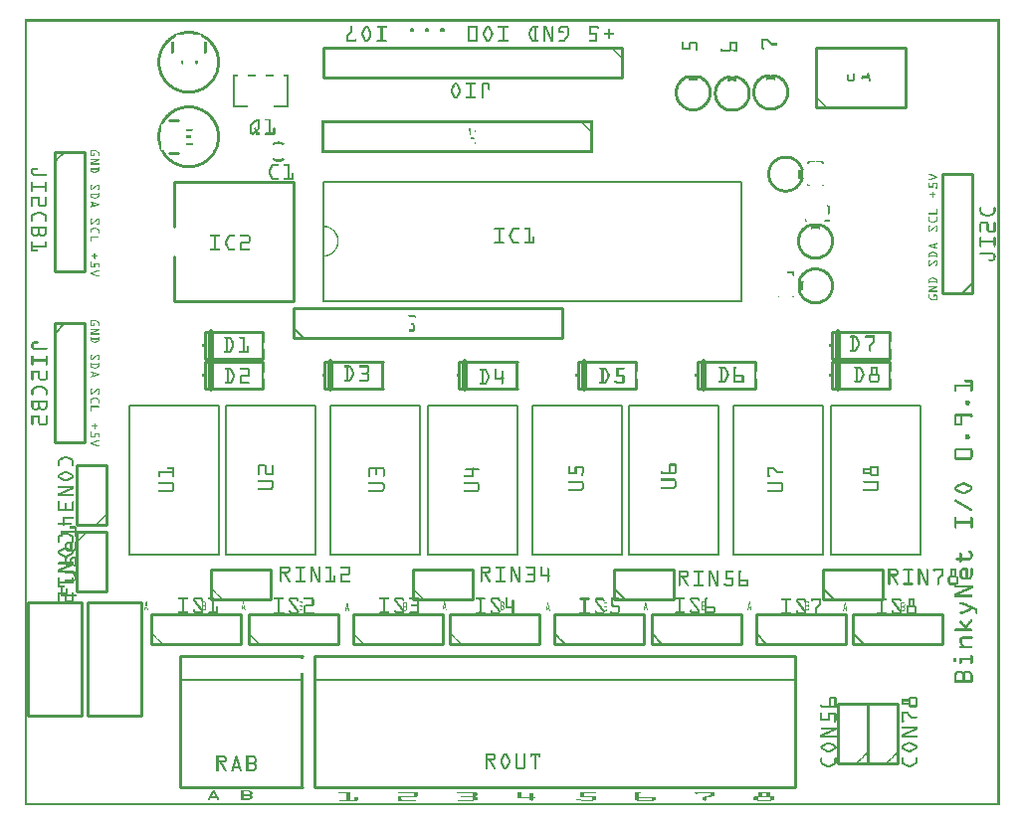
<source format=gto>
G04 MADE WITH FRITZING*
G04 WWW.FRITZING.ORG*
G04 DOUBLE SIDED*
G04 HOLES PLATED*
G04 CONTOUR ON CENTER OF CONTOUR VECTOR*
%ASAXBY*%
%FSLAX23Y23*%
%MOIN*%
%OFA0B0*%
%SFA1.0B1.0*%
%ADD10R,0.190000X0.390000X0.170000X0.370000*%
%ADD11C,0.010000*%
%ADD12R,1.405916X0.405916X1.394084X0.394084*%
%ADD13C,0.005916*%
%ADD14R,0.910160X0.110010X0.890160X0.090010*%
%ADD15C,0.005000*%
%ADD16C,0.008000*%
%ADD17C,0.020000*%
%ADD18C,0.011000*%
%ADD19R,0.001000X0.001000*%
%LNSILK1*%
G90*
G70*
G54D11*
X210Y683D02*
X390Y683D01*
X390Y303D01*
X210Y303D01*
X210Y683D01*
D02*
X10Y683D02*
X190Y683D01*
X190Y303D01*
X10Y303D01*
X10Y683D01*
D02*
G54D13*
X1000Y2093D02*
X2400Y2093D01*
X2400Y1693D01*
X1000Y1693D01*
X1000Y2093D01*
D02*
G54D11*
X900Y1668D02*
X1801Y1668D01*
X1801Y1568D01*
X900Y1568D01*
X900Y1668D01*
D02*
X2775Y543D02*
X3075Y543D01*
D02*
X3075Y543D02*
X3075Y643D01*
D02*
X3075Y643D02*
X2775Y643D01*
D02*
X2775Y643D02*
X2775Y543D01*
G54D15*
D02*
X2810Y543D02*
X2775Y578D01*
G54D11*
D02*
X2450Y543D02*
X2750Y543D01*
D02*
X2750Y543D02*
X2750Y643D01*
D02*
X2750Y643D02*
X2450Y643D01*
D02*
X2450Y643D02*
X2450Y543D01*
G54D15*
D02*
X2485Y543D02*
X2450Y578D01*
G54D11*
D02*
X2100Y543D02*
X2400Y543D01*
D02*
X2400Y543D02*
X2400Y643D01*
D02*
X2400Y643D02*
X2100Y643D01*
D02*
X2100Y643D02*
X2100Y543D01*
G54D15*
D02*
X2135Y543D02*
X2100Y578D01*
G54D11*
D02*
X1775Y543D02*
X2075Y543D01*
D02*
X2075Y543D02*
X2075Y643D01*
D02*
X2075Y643D02*
X1775Y643D01*
D02*
X1775Y643D02*
X1775Y543D01*
D02*
X1425Y543D02*
X1725Y543D01*
D02*
X1725Y543D02*
X1725Y643D01*
D02*
X1725Y643D02*
X1425Y643D01*
D02*
X1425Y643D02*
X1425Y543D01*
D02*
X1100Y543D02*
X1400Y543D01*
D02*
X1400Y543D02*
X1400Y643D01*
D02*
X1400Y643D02*
X1100Y643D01*
D02*
X1100Y643D02*
X1100Y543D01*
D02*
X750Y543D02*
X1050Y543D01*
D02*
X1050Y543D02*
X1050Y643D01*
D02*
X1050Y643D02*
X750Y643D01*
D02*
X750Y643D02*
X750Y543D01*
D02*
X425Y543D02*
X725Y543D01*
D02*
X725Y543D02*
X725Y643D01*
D02*
X725Y643D02*
X425Y643D01*
D02*
X425Y643D02*
X425Y543D01*
D02*
X970Y63D02*
X2580Y63D01*
D02*
X2580Y63D02*
X2580Y503D01*
D02*
X2580Y503D02*
X970Y503D01*
D02*
X970Y503D02*
X970Y63D01*
G54D15*
D02*
X2580Y423D02*
X970Y423D01*
G54D11*
D02*
X520Y63D02*
X930Y63D01*
D02*
X930Y503D02*
X520Y503D01*
D02*
X520Y503D02*
X520Y63D01*
G54D15*
D02*
X930Y423D02*
X520Y423D01*
G54D11*
D02*
X2675Y693D02*
X2875Y693D01*
D02*
X2875Y693D02*
X2875Y793D01*
D02*
X2875Y793D02*
X2675Y793D01*
D02*
X2675Y793D02*
X2675Y693D01*
G54D15*
D02*
X2710Y693D02*
X2675Y728D01*
G54D11*
D02*
X1975Y693D02*
X2175Y693D01*
D02*
X2175Y693D02*
X2175Y793D01*
D02*
X2175Y793D02*
X1975Y793D01*
D02*
X1975Y793D02*
X1975Y693D01*
G54D15*
D02*
X2010Y693D02*
X1975Y728D01*
G54D11*
D02*
X1300Y693D02*
X1500Y693D01*
D02*
X1500Y693D02*
X1500Y793D01*
D02*
X1500Y793D02*
X1300Y793D01*
D02*
X1300Y793D02*
X1300Y693D01*
D02*
X625Y693D02*
X825Y693D01*
D02*
X825Y693D02*
X825Y793D01*
D02*
X825Y793D02*
X625Y793D01*
D02*
X625Y793D02*
X625Y693D01*
D02*
X175Y918D02*
X175Y718D01*
D02*
X175Y718D02*
X275Y718D01*
D02*
X275Y718D02*
X275Y918D01*
D02*
X275Y918D02*
X175Y918D01*
D02*
X275Y943D02*
X275Y1143D01*
D02*
X275Y1143D02*
X175Y1143D01*
D02*
X175Y1143D02*
X175Y943D01*
D02*
X175Y943D02*
X275Y943D01*
D02*
X2825Y143D02*
X2825Y343D01*
D02*
X2825Y343D02*
X2725Y343D01*
D02*
X2725Y343D02*
X2725Y143D01*
D02*
X2725Y143D02*
X2825Y143D01*
D02*
X2925Y143D02*
X2925Y343D01*
D02*
X2925Y343D02*
X2825Y343D01*
D02*
X2825Y343D02*
X2825Y143D01*
D02*
X2825Y143D02*
X2925Y143D01*
G54D16*
D02*
X2700Y1343D02*
X3000Y1343D01*
D02*
X3000Y1343D02*
X3000Y843D01*
D02*
X3000Y843D02*
X2700Y843D01*
D02*
X2700Y843D02*
X2700Y1343D01*
D02*
X2375Y1343D02*
X2675Y1343D01*
D02*
X2675Y1343D02*
X2675Y843D01*
D02*
X2675Y843D02*
X2375Y843D01*
D02*
X2375Y843D02*
X2375Y1343D01*
D02*
X2025Y1343D02*
X2325Y1343D01*
D02*
X2325Y1343D02*
X2325Y843D01*
D02*
X2325Y843D02*
X2025Y843D01*
D02*
X2025Y843D02*
X2025Y1343D01*
D02*
X1700Y1343D02*
X2000Y1343D01*
D02*
X2000Y1343D02*
X2000Y843D01*
D02*
X2000Y843D02*
X1700Y843D01*
D02*
X1700Y843D02*
X1700Y1343D01*
D02*
X1350Y1343D02*
X1650Y1343D01*
D02*
X1650Y1343D02*
X1650Y843D01*
D02*
X1650Y843D02*
X1350Y843D01*
D02*
X1350Y843D02*
X1350Y1343D01*
D02*
X1025Y1343D02*
X1325Y1343D01*
D02*
X1325Y1343D02*
X1325Y843D01*
D02*
X1325Y843D02*
X1025Y843D01*
D02*
X1025Y843D02*
X1025Y1343D01*
D02*
X675Y1343D02*
X975Y1343D01*
D02*
X975Y1343D02*
X975Y843D01*
D02*
X975Y843D02*
X675Y843D01*
D02*
X675Y843D02*
X675Y1343D01*
D02*
X350Y1343D02*
X650Y1343D01*
D02*
X650Y1343D02*
X650Y843D01*
D02*
X650Y843D02*
X350Y843D01*
D02*
X350Y843D02*
X350Y1343D01*
G54D11*
D02*
X500Y1693D02*
X900Y1693D01*
D02*
X900Y1693D02*
X900Y2093D01*
D02*
X900Y2093D02*
X500Y2093D01*
D02*
X500Y1693D02*
X500Y1843D01*
D02*
X500Y1943D02*
X500Y2093D01*
D02*
X2704Y1488D02*
X2899Y1488D01*
D02*
X2899Y1398D02*
X2704Y1398D01*
D02*
X2704Y1398D02*
X2704Y1488D01*
G54D17*
D02*
X2724Y1398D02*
X2724Y1488D01*
G54D11*
D02*
X2704Y1588D02*
X2899Y1588D01*
D02*
X2899Y1498D02*
X2704Y1498D01*
D02*
X2704Y1498D02*
X2704Y1588D01*
G54D17*
D02*
X2724Y1498D02*
X2724Y1588D01*
G54D11*
D02*
X2254Y1488D02*
X2449Y1488D01*
D02*
X2449Y1398D02*
X2254Y1398D01*
D02*
X2254Y1398D02*
X2254Y1488D01*
G54D17*
D02*
X2274Y1398D02*
X2274Y1488D01*
G54D11*
D02*
X1854Y1488D02*
X2049Y1488D01*
D02*
X2049Y1398D02*
X1854Y1398D01*
D02*
X1854Y1398D02*
X1854Y1488D01*
G54D17*
D02*
X1874Y1398D02*
X1874Y1488D01*
G54D11*
D02*
X1456Y1488D02*
X1651Y1488D01*
D02*
X1651Y1398D02*
X1456Y1398D01*
D02*
X1456Y1398D02*
X1456Y1488D01*
G54D17*
D02*
X1476Y1398D02*
X1476Y1488D01*
G54D11*
D02*
X1006Y1488D02*
X1201Y1488D01*
D02*
X1201Y1398D02*
X1006Y1398D01*
D02*
X1006Y1398D02*
X1006Y1488D01*
G54D17*
D02*
X1026Y1398D02*
X1026Y1488D01*
G54D11*
D02*
X604Y1488D02*
X799Y1488D01*
D02*
X799Y1398D02*
X604Y1398D01*
D02*
X604Y1398D02*
X604Y1488D01*
G54D17*
D02*
X624Y1398D02*
X624Y1488D01*
G54D11*
D02*
X604Y1588D02*
X799Y1588D01*
D02*
X799Y1498D02*
X604Y1498D01*
D02*
X604Y1498D02*
X604Y1588D01*
G54D17*
D02*
X624Y1498D02*
X624Y1588D01*
G54D11*
D02*
X2000Y2543D02*
X1000Y2543D01*
D02*
X1000Y2543D02*
X1000Y2443D01*
D02*
X1000Y2443D02*
X2000Y2443D01*
D02*
X2000Y2443D02*
X2000Y2543D01*
G54D15*
D02*
X935Y1568D02*
X900Y1603D01*
G54D16*
D02*
X701Y2346D02*
X701Y2448D01*
D02*
X882Y2448D02*
X882Y2346D01*
G54D11*
D02*
X2650Y2343D02*
X2950Y2343D01*
D02*
X2950Y2343D02*
X2950Y2543D01*
D02*
X2950Y2543D02*
X2650Y2543D01*
D02*
X2650Y2543D02*
X2650Y2343D01*
D02*
X3175Y1718D02*
X3175Y2118D01*
D02*
X3175Y2118D02*
X3075Y2118D01*
D02*
X3075Y2118D02*
X3075Y1718D01*
D02*
X3075Y1718D02*
X3175Y1718D01*
G54D15*
D02*
X3175Y1753D02*
X3140Y1718D01*
G54D11*
D02*
X100Y1618D02*
X100Y1218D01*
D02*
X100Y1218D02*
X200Y1218D01*
D02*
X200Y1218D02*
X200Y1618D01*
D02*
X200Y1618D02*
X100Y1618D01*
G54D15*
D02*
X100Y1583D02*
X135Y1618D01*
G54D11*
D02*
X100Y2193D02*
X100Y1793D01*
D02*
X100Y1793D02*
X200Y1793D01*
D02*
X200Y1793D02*
X200Y2193D01*
D02*
X200Y2193D02*
X100Y2193D01*
G54D18*
X485Y2298D02*
X515Y2298D01*
D02*
X485Y2188D02*
X515Y2188D01*
D02*
G54D19*
X0Y2638D02*
X3266Y2638D01*
X0Y2637D02*
X3266Y2637D01*
X0Y2636D02*
X3266Y2636D01*
X0Y2635D02*
X3266Y2635D01*
X0Y2634D02*
X3266Y2634D01*
X0Y2633D02*
X3266Y2633D01*
X0Y2632D02*
X3266Y2632D01*
X0Y2631D02*
X3266Y2631D01*
X0Y2630D02*
X7Y2630D01*
X3259Y2630D02*
X3266Y2630D01*
X0Y2629D02*
X7Y2629D01*
X3259Y2629D02*
X3266Y2629D01*
X0Y2628D02*
X7Y2628D01*
X3259Y2628D02*
X3266Y2628D01*
X0Y2627D02*
X7Y2627D01*
X3259Y2627D02*
X3266Y2627D01*
X0Y2626D02*
X7Y2626D01*
X3259Y2626D02*
X3266Y2626D01*
X0Y2625D02*
X7Y2625D01*
X3259Y2625D02*
X3266Y2625D01*
X0Y2624D02*
X7Y2624D01*
X3259Y2624D02*
X3266Y2624D01*
X0Y2623D02*
X7Y2623D01*
X3259Y2623D02*
X3266Y2623D01*
X0Y2622D02*
X7Y2622D01*
X3259Y2622D02*
X3266Y2622D01*
X0Y2621D02*
X7Y2621D01*
X3259Y2621D02*
X3266Y2621D01*
X0Y2620D02*
X7Y2620D01*
X3259Y2620D02*
X3266Y2620D01*
X0Y2619D02*
X7Y2619D01*
X3259Y2619D02*
X3266Y2619D01*
X0Y2618D02*
X7Y2618D01*
X3259Y2618D02*
X3266Y2618D01*
X0Y2617D02*
X7Y2617D01*
X3259Y2617D02*
X3266Y2617D01*
X0Y2616D02*
X7Y2616D01*
X1183Y2616D02*
X1210Y2616D01*
X1491Y2616D02*
X1512Y2616D01*
X1552Y2616D02*
X1552Y2616D01*
X1589Y2616D02*
X1617Y2616D01*
X1705Y2616D02*
X1718Y2616D01*
X1739Y2616D02*
X1747Y2616D01*
X1799Y2616D02*
X1813Y2616D01*
X1897Y2616D02*
X1913Y2616D01*
X3259Y2616D02*
X3266Y2616D01*
X0Y2615D02*
X7Y2615D01*
X1093Y2615D02*
X1097Y2615D01*
X1142Y2615D02*
X1149Y2615D01*
X1180Y2615D02*
X1212Y2615D01*
X1488Y2615D02*
X1515Y2615D01*
X1549Y2615D02*
X1556Y2615D01*
X1587Y2615D02*
X1619Y2615D01*
X1702Y2615D02*
X1720Y2615D01*
X1738Y2615D02*
X1747Y2615D01*
X1767Y2615D02*
X1771Y2615D01*
X1795Y2615D02*
X1817Y2615D01*
X1894Y2615D02*
X1918Y2615D01*
X3259Y2615D02*
X3266Y2615D01*
X0Y2614D02*
X7Y2614D01*
X1092Y2614D02*
X1097Y2614D01*
X1140Y2614D02*
X1151Y2614D01*
X1180Y2614D02*
X1213Y2614D01*
X1486Y2614D02*
X1516Y2614D01*
X1547Y2614D02*
X1557Y2614D01*
X1586Y2614D02*
X1620Y2614D01*
X1700Y2614D02*
X1721Y2614D01*
X1738Y2614D02*
X1748Y2614D01*
X1767Y2614D02*
X1772Y2614D01*
X1794Y2614D02*
X1819Y2614D01*
X1893Y2614D02*
X1920Y2614D01*
X3259Y2614D02*
X3266Y2614D01*
X0Y2613D02*
X7Y2613D01*
X1092Y2613D02*
X1098Y2613D01*
X1139Y2613D02*
X1152Y2613D01*
X1179Y2613D02*
X1213Y2613D01*
X1486Y2613D02*
X1517Y2613D01*
X1546Y2613D02*
X1558Y2613D01*
X1586Y2613D02*
X1620Y2613D01*
X1698Y2613D02*
X1721Y2613D01*
X1738Y2613D02*
X1748Y2613D01*
X1766Y2613D02*
X1772Y2613D01*
X1793Y2613D02*
X1820Y2613D01*
X1892Y2613D02*
X1922Y2613D01*
X3259Y2613D02*
X3266Y2613D01*
X0Y2612D02*
X7Y2612D01*
X1092Y2612D02*
X1098Y2612D01*
X1138Y2612D02*
X1152Y2612D01*
X1179Y2612D02*
X1213Y2612D01*
X1485Y2612D02*
X1518Y2612D01*
X1545Y2612D02*
X1559Y2612D01*
X1586Y2612D02*
X1620Y2612D01*
X1698Y2612D02*
X1721Y2612D01*
X1738Y2612D02*
X1749Y2612D01*
X1766Y2612D02*
X1772Y2612D01*
X1792Y2612D02*
X1821Y2612D01*
X1892Y2612D02*
X1924Y2612D01*
X3259Y2612D02*
X3266Y2612D01*
X0Y2611D02*
X7Y2611D01*
X1092Y2611D02*
X1098Y2611D01*
X1138Y2611D02*
X1153Y2611D01*
X1180Y2611D02*
X1213Y2611D01*
X1485Y2611D02*
X1518Y2611D01*
X1544Y2611D02*
X1560Y2611D01*
X1586Y2611D02*
X1620Y2611D01*
X1697Y2611D02*
X1721Y2611D01*
X1738Y2611D02*
X1749Y2611D01*
X1766Y2611D02*
X1772Y2611D01*
X1791Y2611D02*
X1822Y2611D01*
X1891Y2611D02*
X1925Y2611D01*
X3259Y2611D02*
X3266Y2611D01*
X0Y2610D02*
X7Y2610D01*
X1092Y2610D02*
X1098Y2610D01*
X1137Y2610D02*
X1154Y2610D01*
X1180Y2610D02*
X1212Y2610D01*
X1484Y2610D02*
X1518Y2610D01*
X1544Y2610D02*
X1560Y2610D01*
X1587Y2610D02*
X1619Y2610D01*
X1696Y2610D02*
X1720Y2610D01*
X1738Y2610D02*
X1749Y2610D01*
X1766Y2610D02*
X1772Y2610D01*
X1790Y2610D02*
X1822Y2610D01*
X1891Y2610D02*
X1925Y2610D01*
X3259Y2610D02*
X3266Y2610D01*
X0Y2609D02*
X7Y2609D01*
X1092Y2609D02*
X1098Y2609D01*
X1137Y2609D02*
X1154Y2609D01*
X1183Y2609D02*
X1210Y2609D01*
X1484Y2609D02*
X1518Y2609D01*
X1543Y2609D02*
X1561Y2609D01*
X1589Y2609D02*
X1617Y2609D01*
X1696Y2609D02*
X1718Y2609D01*
X1738Y2609D02*
X1750Y2609D01*
X1766Y2609D02*
X1772Y2609D01*
X1790Y2609D02*
X1823Y2609D01*
X1891Y2609D02*
X1925Y2609D01*
X3259Y2609D02*
X3266Y2609D01*
X0Y2608D02*
X7Y2608D01*
X1092Y2608D02*
X1098Y2608D01*
X1136Y2608D02*
X1143Y2608D01*
X1148Y2608D02*
X1155Y2608D01*
X1193Y2608D02*
X1199Y2608D01*
X1484Y2608D02*
X1490Y2608D01*
X1512Y2608D02*
X1518Y2608D01*
X1543Y2608D02*
X1550Y2608D01*
X1554Y2608D02*
X1561Y2608D01*
X1600Y2608D02*
X1606Y2608D01*
X1695Y2608D02*
X1703Y2608D01*
X1709Y2608D02*
X1715Y2608D01*
X1738Y2608D02*
X1750Y2608D01*
X1766Y2608D02*
X1772Y2608D01*
X1790Y2608D02*
X1797Y2608D01*
X1816Y2608D02*
X1823Y2608D01*
X1891Y2608D02*
X1897Y2608D01*
X1917Y2608D02*
X1925Y2608D01*
X3259Y2608D02*
X3266Y2608D01*
X0Y2607D02*
X7Y2607D01*
X1092Y2607D02*
X1098Y2607D01*
X1136Y2607D02*
X1143Y2607D01*
X1148Y2607D02*
X1155Y2607D01*
X1193Y2607D02*
X1199Y2607D01*
X1294Y2607D02*
X1302Y2607D01*
X1345Y2607D02*
X1352Y2607D01*
X1396Y2607D02*
X1403Y2607D01*
X1484Y2607D02*
X1490Y2607D01*
X1512Y2607D02*
X1518Y2607D01*
X1542Y2607D02*
X1549Y2607D01*
X1555Y2607D02*
X1562Y2607D01*
X1600Y2607D02*
X1606Y2607D01*
X1695Y2607D02*
X1702Y2607D01*
X1709Y2607D02*
X1715Y2607D01*
X1738Y2607D02*
X1751Y2607D01*
X1766Y2607D02*
X1772Y2607D01*
X1789Y2607D02*
X1796Y2607D01*
X1817Y2607D02*
X1823Y2607D01*
X1891Y2607D02*
X1897Y2607D01*
X1919Y2607D02*
X1924Y2607D01*
X3259Y2607D02*
X3266Y2607D01*
X0Y2606D02*
X7Y2606D01*
X1092Y2606D02*
X1098Y2606D01*
X1135Y2606D02*
X1142Y2606D01*
X1149Y2606D02*
X1156Y2606D01*
X1193Y2606D02*
X1199Y2606D01*
X1292Y2606D02*
X1303Y2606D01*
X1343Y2606D02*
X1354Y2606D01*
X1394Y2606D02*
X1405Y2606D01*
X1484Y2606D02*
X1490Y2606D01*
X1512Y2606D02*
X1518Y2606D01*
X1542Y2606D02*
X1549Y2606D01*
X1555Y2606D02*
X1562Y2606D01*
X1600Y2606D02*
X1606Y2606D01*
X1694Y2606D02*
X1701Y2606D01*
X1709Y2606D02*
X1715Y2606D01*
X1738Y2606D02*
X1751Y2606D01*
X1766Y2606D02*
X1772Y2606D01*
X1789Y2606D02*
X1795Y2606D01*
X1817Y2606D02*
X1823Y2606D01*
X1891Y2606D02*
X1897Y2606D01*
X1959Y2606D02*
X1959Y2606D01*
X3259Y2606D02*
X3266Y2606D01*
X0Y2605D02*
X7Y2605D01*
X1092Y2605D02*
X1098Y2605D01*
X1135Y2605D02*
X1142Y2605D01*
X1149Y2605D02*
X1156Y2605D01*
X1193Y2605D02*
X1199Y2605D01*
X1292Y2605D02*
X1304Y2605D01*
X1343Y2605D02*
X1355Y2605D01*
X1393Y2605D02*
X1406Y2605D01*
X1484Y2605D02*
X1490Y2605D01*
X1512Y2605D02*
X1518Y2605D01*
X1541Y2605D02*
X1548Y2605D01*
X1556Y2605D02*
X1563Y2605D01*
X1600Y2605D02*
X1606Y2605D01*
X1694Y2605D02*
X1701Y2605D01*
X1709Y2605D02*
X1715Y2605D01*
X1738Y2605D02*
X1752Y2605D01*
X1766Y2605D02*
X1772Y2605D01*
X1789Y2605D02*
X1795Y2605D01*
X1817Y2605D02*
X1823Y2605D01*
X1891Y2605D02*
X1897Y2605D01*
X1957Y2605D02*
X1961Y2605D01*
X3259Y2605D02*
X3266Y2605D01*
X0Y2604D02*
X7Y2604D01*
X1092Y2604D02*
X1098Y2604D01*
X1134Y2604D02*
X1141Y2604D01*
X1150Y2604D02*
X1157Y2604D01*
X1193Y2604D02*
X1199Y2604D01*
X1291Y2604D02*
X1304Y2604D01*
X1342Y2604D02*
X1355Y2604D01*
X1393Y2604D02*
X1406Y2604D01*
X1484Y2604D02*
X1490Y2604D01*
X1512Y2604D02*
X1518Y2604D01*
X1541Y2604D02*
X1548Y2604D01*
X1556Y2604D02*
X1563Y2604D01*
X1600Y2604D02*
X1606Y2604D01*
X1693Y2604D02*
X1700Y2604D01*
X1709Y2604D02*
X1715Y2604D01*
X1738Y2604D02*
X1752Y2604D01*
X1766Y2604D02*
X1772Y2604D01*
X1789Y2604D02*
X1795Y2604D01*
X1817Y2604D02*
X1823Y2604D01*
X1891Y2604D02*
X1897Y2604D01*
X1956Y2604D02*
X1961Y2604D01*
X3259Y2604D02*
X3266Y2604D01*
X0Y2603D02*
X7Y2603D01*
X1092Y2603D02*
X1098Y2603D01*
X1134Y2603D02*
X1141Y2603D01*
X1150Y2603D02*
X1157Y2603D01*
X1193Y2603D02*
X1199Y2603D01*
X1291Y2603D02*
X1305Y2603D01*
X1342Y2603D02*
X1355Y2603D01*
X1393Y2603D02*
X1406Y2603D01*
X1484Y2603D02*
X1490Y2603D01*
X1512Y2603D02*
X1518Y2603D01*
X1540Y2603D02*
X1547Y2603D01*
X1557Y2603D02*
X1564Y2603D01*
X1600Y2603D02*
X1606Y2603D01*
X1693Y2603D02*
X1700Y2603D01*
X1709Y2603D02*
X1715Y2603D01*
X1738Y2603D02*
X1753Y2603D01*
X1766Y2603D02*
X1772Y2603D01*
X1789Y2603D02*
X1795Y2603D01*
X1817Y2603D02*
X1823Y2603D01*
X1891Y2603D02*
X1897Y2603D01*
X1956Y2603D02*
X1962Y2603D01*
X3259Y2603D02*
X3266Y2603D01*
X0Y2602D02*
X7Y2602D01*
X1092Y2602D02*
X1098Y2602D01*
X1133Y2602D02*
X1140Y2602D01*
X1151Y2602D02*
X1158Y2602D01*
X1193Y2602D02*
X1199Y2602D01*
X1291Y2602D02*
X1305Y2602D01*
X1342Y2602D02*
X1355Y2602D01*
X1393Y2602D02*
X1406Y2602D01*
X1484Y2602D02*
X1490Y2602D01*
X1512Y2602D02*
X1518Y2602D01*
X1540Y2602D02*
X1547Y2602D01*
X1557Y2602D02*
X1564Y2602D01*
X1600Y2602D02*
X1606Y2602D01*
X1692Y2602D02*
X1699Y2602D01*
X1709Y2602D02*
X1715Y2602D01*
X1738Y2602D02*
X1753Y2602D01*
X1766Y2602D02*
X1772Y2602D01*
X1789Y2602D02*
X1795Y2602D01*
X1817Y2602D02*
X1823Y2602D01*
X1891Y2602D02*
X1897Y2602D01*
X1956Y2602D02*
X1962Y2602D01*
X3259Y2602D02*
X3266Y2602D01*
X0Y2601D02*
X7Y2601D01*
X1092Y2601D02*
X1098Y2601D01*
X1133Y2601D02*
X1140Y2601D01*
X1151Y2601D02*
X1158Y2601D01*
X1193Y2601D02*
X1199Y2601D01*
X1291Y2601D02*
X1305Y2601D01*
X1342Y2601D02*
X1355Y2601D01*
X1393Y2601D02*
X1406Y2601D01*
X1484Y2601D02*
X1490Y2601D01*
X1512Y2601D02*
X1518Y2601D01*
X1539Y2601D02*
X1546Y2601D01*
X1558Y2601D02*
X1565Y2601D01*
X1600Y2601D02*
X1606Y2601D01*
X1692Y2601D02*
X1699Y2601D01*
X1709Y2601D02*
X1715Y2601D01*
X1738Y2601D02*
X1745Y2601D01*
X1747Y2601D02*
X1753Y2601D01*
X1766Y2601D02*
X1772Y2601D01*
X1789Y2601D02*
X1795Y2601D01*
X1817Y2601D02*
X1823Y2601D01*
X1891Y2601D02*
X1897Y2601D01*
X1956Y2601D02*
X1962Y2601D01*
X3259Y2601D02*
X3266Y2601D01*
X0Y2600D02*
X7Y2600D01*
X1092Y2600D02*
X1098Y2600D01*
X1132Y2600D02*
X1139Y2600D01*
X1152Y2600D02*
X1159Y2600D01*
X1193Y2600D02*
X1199Y2600D01*
X1291Y2600D02*
X1305Y2600D01*
X1342Y2600D02*
X1355Y2600D01*
X1393Y2600D02*
X1406Y2600D01*
X1484Y2600D02*
X1490Y2600D01*
X1512Y2600D02*
X1518Y2600D01*
X1539Y2600D02*
X1546Y2600D01*
X1558Y2600D02*
X1565Y2600D01*
X1600Y2600D02*
X1606Y2600D01*
X1691Y2600D02*
X1698Y2600D01*
X1709Y2600D02*
X1715Y2600D01*
X1738Y2600D02*
X1745Y2600D01*
X1747Y2600D02*
X1754Y2600D01*
X1766Y2600D02*
X1772Y2600D01*
X1789Y2600D02*
X1795Y2600D01*
X1817Y2600D02*
X1823Y2600D01*
X1891Y2600D02*
X1897Y2600D01*
X1956Y2600D02*
X1962Y2600D01*
X3259Y2600D02*
X3266Y2600D01*
X0Y2599D02*
X7Y2599D01*
X1092Y2599D02*
X1098Y2599D01*
X1132Y2599D02*
X1139Y2599D01*
X1152Y2599D02*
X1159Y2599D01*
X1193Y2599D02*
X1199Y2599D01*
X1291Y2599D02*
X1305Y2599D01*
X1342Y2599D02*
X1355Y2599D01*
X1393Y2599D02*
X1406Y2599D01*
X1484Y2599D02*
X1490Y2599D01*
X1512Y2599D02*
X1518Y2599D01*
X1538Y2599D02*
X1545Y2599D01*
X1559Y2599D02*
X1566Y2599D01*
X1600Y2599D02*
X1606Y2599D01*
X1691Y2599D02*
X1698Y2599D01*
X1709Y2599D02*
X1715Y2599D01*
X1738Y2599D02*
X1745Y2599D01*
X1747Y2599D02*
X1754Y2599D01*
X1766Y2599D02*
X1772Y2599D01*
X1789Y2599D02*
X1795Y2599D01*
X1817Y2599D02*
X1823Y2599D01*
X1891Y2599D02*
X1897Y2599D01*
X1956Y2599D02*
X1962Y2599D01*
X3259Y2599D02*
X3266Y2599D01*
X0Y2598D02*
X7Y2598D01*
X543Y2598D02*
X557Y2598D01*
X1092Y2598D02*
X1098Y2598D01*
X1131Y2598D02*
X1138Y2598D01*
X1153Y2598D02*
X1160Y2598D01*
X1193Y2598D02*
X1199Y2598D01*
X1291Y2598D02*
X1305Y2598D01*
X1342Y2598D02*
X1355Y2598D01*
X1393Y2598D02*
X1406Y2598D01*
X1484Y2598D02*
X1490Y2598D01*
X1512Y2598D02*
X1518Y2598D01*
X1538Y2598D02*
X1545Y2598D01*
X1559Y2598D02*
X1566Y2598D01*
X1600Y2598D02*
X1606Y2598D01*
X1690Y2598D02*
X1697Y2598D01*
X1709Y2598D02*
X1715Y2598D01*
X1738Y2598D02*
X1745Y2598D01*
X1748Y2598D02*
X1755Y2598D01*
X1766Y2598D02*
X1772Y2598D01*
X1789Y2598D02*
X1803Y2598D01*
X1817Y2598D02*
X1823Y2598D01*
X1891Y2598D02*
X1897Y2598D01*
X1956Y2598D02*
X1962Y2598D01*
X3259Y2598D02*
X3266Y2598D01*
X0Y2597D02*
X7Y2597D01*
X534Y2597D02*
X566Y2597D01*
X1092Y2597D02*
X1098Y2597D01*
X1131Y2597D02*
X1138Y2597D01*
X1153Y2597D02*
X1160Y2597D01*
X1193Y2597D02*
X1199Y2597D01*
X1291Y2597D02*
X1304Y2597D01*
X1342Y2597D02*
X1355Y2597D01*
X1393Y2597D02*
X1406Y2597D01*
X1484Y2597D02*
X1490Y2597D01*
X1512Y2597D02*
X1518Y2597D01*
X1537Y2597D02*
X1544Y2597D01*
X1560Y2597D02*
X1567Y2597D01*
X1600Y2597D02*
X1606Y2597D01*
X1690Y2597D02*
X1697Y2597D01*
X1709Y2597D02*
X1715Y2597D01*
X1738Y2597D02*
X1745Y2597D01*
X1748Y2597D02*
X1755Y2597D01*
X1766Y2597D02*
X1772Y2597D01*
X1789Y2597D02*
X1805Y2597D01*
X1817Y2597D02*
X1823Y2597D01*
X1891Y2597D02*
X1897Y2597D01*
X1956Y2597D02*
X1962Y2597D01*
X3259Y2597D02*
X3266Y2597D01*
X0Y2596D02*
X7Y2596D01*
X529Y2596D02*
X571Y2596D01*
X1091Y2596D02*
X1098Y2596D01*
X1130Y2596D02*
X1137Y2596D01*
X1154Y2596D02*
X1161Y2596D01*
X1193Y2596D02*
X1199Y2596D01*
X1292Y2596D02*
X1304Y2596D01*
X1343Y2596D02*
X1355Y2596D01*
X1393Y2596D02*
X1406Y2596D01*
X1484Y2596D02*
X1490Y2596D01*
X1512Y2596D02*
X1518Y2596D01*
X1537Y2596D02*
X1544Y2596D01*
X1560Y2596D02*
X1567Y2596D01*
X1600Y2596D02*
X1606Y2596D01*
X1689Y2596D02*
X1696Y2596D01*
X1709Y2596D02*
X1715Y2596D01*
X1738Y2596D02*
X1745Y2596D01*
X1749Y2596D02*
X1756Y2596D01*
X1766Y2596D02*
X1772Y2596D01*
X1789Y2596D02*
X1805Y2596D01*
X1817Y2596D02*
X1823Y2596D01*
X1891Y2596D02*
X1897Y2596D01*
X1956Y2596D02*
X1962Y2596D01*
X3259Y2596D02*
X3266Y2596D01*
X0Y2595D02*
X7Y2595D01*
X524Y2595D02*
X575Y2595D01*
X1090Y2595D02*
X1098Y2595D01*
X1130Y2595D02*
X1137Y2595D01*
X1154Y2595D02*
X1161Y2595D01*
X1193Y2595D02*
X1199Y2595D01*
X1293Y2595D02*
X1303Y2595D01*
X1343Y2595D02*
X1354Y2595D01*
X1394Y2595D02*
X1405Y2595D01*
X1484Y2595D02*
X1490Y2595D01*
X1512Y2595D02*
X1518Y2595D01*
X1537Y2595D02*
X1543Y2595D01*
X1561Y2595D02*
X1568Y2595D01*
X1600Y2595D02*
X1606Y2595D01*
X1689Y2595D02*
X1696Y2595D01*
X1709Y2595D02*
X1715Y2595D01*
X1738Y2595D02*
X1745Y2595D01*
X1749Y2595D02*
X1756Y2595D01*
X1766Y2595D02*
X1772Y2595D01*
X1789Y2595D02*
X1806Y2595D01*
X1817Y2595D02*
X1823Y2595D01*
X1891Y2595D02*
X1897Y2595D01*
X1956Y2595D02*
X1962Y2595D01*
X3259Y2595D02*
X3266Y2595D01*
X0Y2594D02*
X7Y2594D01*
X521Y2594D02*
X579Y2594D01*
X1089Y2594D02*
X1098Y2594D01*
X1129Y2594D02*
X1136Y2594D01*
X1155Y2594D02*
X1161Y2594D01*
X1193Y2594D02*
X1199Y2594D01*
X1484Y2594D02*
X1490Y2594D01*
X1512Y2594D02*
X1518Y2594D01*
X1536Y2594D02*
X1543Y2594D01*
X1561Y2594D02*
X1568Y2594D01*
X1600Y2594D02*
X1606Y2594D01*
X1689Y2594D02*
X1695Y2594D01*
X1709Y2594D02*
X1715Y2594D01*
X1738Y2594D02*
X1745Y2594D01*
X1750Y2594D02*
X1756Y2594D01*
X1766Y2594D02*
X1772Y2594D01*
X1789Y2594D02*
X1806Y2594D01*
X1817Y2594D02*
X1823Y2594D01*
X1891Y2594D02*
X1897Y2594D01*
X1956Y2594D02*
X1962Y2594D01*
X3259Y2594D02*
X3266Y2594D01*
X0Y2593D02*
X7Y2593D01*
X518Y2593D02*
X582Y2593D01*
X1088Y2593D02*
X1097Y2593D01*
X1129Y2593D02*
X1136Y2593D01*
X1155Y2593D02*
X1162Y2593D01*
X1193Y2593D02*
X1199Y2593D01*
X1484Y2593D02*
X1490Y2593D01*
X1512Y2593D02*
X1518Y2593D01*
X1536Y2593D02*
X1542Y2593D01*
X1562Y2593D02*
X1568Y2593D01*
X1600Y2593D02*
X1606Y2593D01*
X1688Y2593D02*
X1695Y2593D01*
X1709Y2593D02*
X1715Y2593D01*
X1738Y2593D02*
X1745Y2593D01*
X1750Y2593D02*
X1757Y2593D01*
X1766Y2593D02*
X1772Y2593D01*
X1789Y2593D02*
X1805Y2593D01*
X1817Y2593D02*
X1823Y2593D01*
X1891Y2593D02*
X1897Y2593D01*
X1956Y2593D02*
X1962Y2593D01*
X3259Y2593D02*
X3266Y2593D01*
X0Y2592D02*
X7Y2592D01*
X515Y2592D02*
X585Y2592D01*
X1087Y2592D02*
X1096Y2592D01*
X1129Y2592D02*
X1135Y2592D01*
X1156Y2592D02*
X1162Y2592D01*
X1193Y2592D02*
X1199Y2592D01*
X1484Y2592D02*
X1490Y2592D01*
X1512Y2592D02*
X1518Y2592D01*
X1535Y2592D02*
X1542Y2592D01*
X1562Y2592D02*
X1569Y2592D01*
X1600Y2592D02*
X1606Y2592D01*
X1688Y2592D02*
X1694Y2592D01*
X1709Y2592D02*
X1715Y2592D01*
X1738Y2592D02*
X1745Y2592D01*
X1751Y2592D02*
X1757Y2592D01*
X1766Y2592D02*
X1772Y2592D01*
X1789Y2592D02*
X1805Y2592D01*
X1817Y2592D02*
X1823Y2592D01*
X1891Y2592D02*
X1918Y2592D01*
X1944Y2592D02*
X1973Y2592D01*
X3259Y2592D02*
X3266Y2592D01*
X0Y2591D02*
X7Y2591D01*
X512Y2591D02*
X588Y2591D01*
X1085Y2591D02*
X1095Y2591D01*
X1129Y2591D02*
X1135Y2591D01*
X1156Y2591D02*
X1162Y2591D01*
X1193Y2591D02*
X1199Y2591D01*
X1484Y2591D02*
X1490Y2591D01*
X1512Y2591D02*
X1518Y2591D01*
X1535Y2591D02*
X1542Y2591D01*
X1563Y2591D02*
X1569Y2591D01*
X1600Y2591D02*
X1606Y2591D01*
X1688Y2591D02*
X1694Y2591D01*
X1709Y2591D02*
X1715Y2591D01*
X1738Y2591D02*
X1745Y2591D01*
X1751Y2591D02*
X1758Y2591D01*
X1766Y2591D02*
X1772Y2591D01*
X1817Y2591D02*
X1823Y2591D01*
X1891Y2591D02*
X1918Y2591D01*
X1943Y2591D02*
X1975Y2591D01*
X3259Y2591D02*
X3266Y2591D01*
X0Y2590D02*
X7Y2590D01*
X510Y2590D02*
X590Y2590D01*
X1084Y2590D02*
X1094Y2590D01*
X1128Y2590D02*
X1135Y2590D01*
X1156Y2590D02*
X1162Y2590D01*
X1193Y2590D02*
X1199Y2590D01*
X1484Y2590D02*
X1490Y2590D01*
X1512Y2590D02*
X1518Y2590D01*
X1535Y2590D02*
X1541Y2590D01*
X1563Y2590D02*
X1569Y2590D01*
X1600Y2590D02*
X1606Y2590D01*
X1688Y2590D02*
X1694Y2590D01*
X1709Y2590D02*
X1715Y2590D01*
X1738Y2590D02*
X1745Y2590D01*
X1751Y2590D02*
X1758Y2590D01*
X1766Y2590D02*
X1772Y2590D01*
X1817Y2590D02*
X1823Y2590D01*
X1891Y2590D02*
X1918Y2590D01*
X1942Y2590D02*
X1975Y2590D01*
X3259Y2590D02*
X3266Y2590D01*
X0Y2589D02*
X7Y2589D01*
X507Y2589D02*
X592Y2589D01*
X1083Y2589D02*
X1093Y2589D01*
X1128Y2589D02*
X1135Y2589D01*
X1156Y2589D02*
X1162Y2589D01*
X1193Y2589D02*
X1199Y2589D01*
X1484Y2589D02*
X1490Y2589D01*
X1512Y2589D02*
X1518Y2589D01*
X1535Y2589D02*
X1541Y2589D01*
X1563Y2589D02*
X1569Y2589D01*
X1600Y2589D02*
X1606Y2589D01*
X1688Y2589D02*
X1694Y2589D01*
X1709Y2589D02*
X1715Y2589D01*
X1738Y2589D02*
X1745Y2589D01*
X1752Y2589D02*
X1759Y2589D01*
X1766Y2589D02*
X1772Y2589D01*
X1817Y2589D02*
X1823Y2589D01*
X1892Y2589D02*
X1918Y2589D01*
X1942Y2589D02*
X1976Y2589D01*
X3259Y2589D02*
X3266Y2589D01*
X0Y2588D02*
X7Y2588D01*
X505Y2588D02*
X542Y2588D01*
X558Y2588D02*
X594Y2588D01*
X1082Y2588D02*
X1092Y2588D01*
X1128Y2588D02*
X1135Y2588D01*
X1156Y2588D02*
X1162Y2588D01*
X1193Y2588D02*
X1199Y2588D01*
X1484Y2588D02*
X1490Y2588D01*
X1512Y2588D02*
X1518Y2588D01*
X1535Y2588D02*
X1541Y2588D01*
X1563Y2588D02*
X1569Y2588D01*
X1600Y2588D02*
X1606Y2588D01*
X1688Y2588D02*
X1694Y2588D01*
X1709Y2588D02*
X1715Y2588D01*
X1738Y2588D02*
X1745Y2588D01*
X1752Y2588D02*
X1759Y2588D01*
X1766Y2588D02*
X1772Y2588D01*
X1817Y2588D02*
X1823Y2588D01*
X1892Y2588D02*
X1918Y2588D01*
X1942Y2588D02*
X1976Y2588D01*
X3259Y2588D02*
X3266Y2588D01*
X0Y2587D02*
X7Y2587D01*
X503Y2587D02*
X533Y2587D01*
X566Y2587D02*
X596Y2587D01*
X1081Y2587D02*
X1091Y2587D01*
X1129Y2587D02*
X1135Y2587D01*
X1156Y2587D02*
X1162Y2587D01*
X1193Y2587D02*
X1199Y2587D01*
X1484Y2587D02*
X1490Y2587D01*
X1512Y2587D02*
X1518Y2587D01*
X1535Y2587D02*
X1541Y2587D01*
X1563Y2587D02*
X1569Y2587D01*
X1600Y2587D02*
X1606Y2587D01*
X1688Y2587D02*
X1694Y2587D01*
X1709Y2587D02*
X1715Y2587D01*
X1738Y2587D02*
X1745Y2587D01*
X1753Y2587D02*
X1760Y2587D01*
X1766Y2587D02*
X1772Y2587D01*
X1817Y2587D02*
X1823Y2587D01*
X1893Y2587D02*
X1918Y2587D01*
X1942Y2587D02*
X1975Y2587D01*
X3259Y2587D02*
X3266Y2587D01*
X0Y2586D02*
X7Y2586D01*
X501Y2586D02*
X528Y2586D01*
X571Y2586D02*
X598Y2586D01*
X1080Y2586D02*
X1089Y2586D01*
X1129Y2586D02*
X1135Y2586D01*
X1156Y2586D02*
X1162Y2586D01*
X1193Y2586D02*
X1199Y2586D01*
X1484Y2586D02*
X1490Y2586D01*
X1512Y2586D02*
X1518Y2586D01*
X1535Y2586D02*
X1542Y2586D01*
X1563Y2586D02*
X1569Y2586D01*
X1600Y2586D02*
X1606Y2586D01*
X1688Y2586D02*
X1694Y2586D01*
X1709Y2586D02*
X1715Y2586D01*
X1738Y2586D02*
X1745Y2586D01*
X1753Y2586D02*
X1760Y2586D01*
X1766Y2586D02*
X1772Y2586D01*
X1817Y2586D02*
X1823Y2586D01*
X1895Y2586D02*
X1918Y2586D01*
X1943Y2586D02*
X1975Y2586D01*
X3259Y2586D02*
X3266Y2586D01*
X0Y2585D02*
X7Y2585D01*
X499Y2585D02*
X507Y2585D01*
X593Y2585D02*
X600Y2585D01*
X1079Y2585D02*
X1088Y2585D01*
X1129Y2585D02*
X1135Y2585D01*
X1156Y2585D02*
X1162Y2585D01*
X1193Y2585D02*
X1199Y2585D01*
X1484Y2585D02*
X1490Y2585D01*
X1512Y2585D02*
X1518Y2585D01*
X1536Y2585D02*
X1542Y2585D01*
X1562Y2585D02*
X1569Y2585D01*
X1600Y2585D02*
X1606Y2585D01*
X1688Y2585D02*
X1694Y2585D01*
X1709Y2585D02*
X1715Y2585D01*
X1738Y2585D02*
X1745Y2585D01*
X1754Y2585D02*
X1760Y2585D01*
X1766Y2585D02*
X1772Y2585D01*
X1817Y2585D02*
X1823Y2585D01*
X1911Y2585D02*
X1918Y2585D01*
X1955Y2585D02*
X1962Y2585D01*
X3259Y2585D02*
X3266Y2585D01*
X0Y2584D02*
X7Y2584D01*
X498Y2584D02*
X507Y2584D01*
X593Y2584D02*
X602Y2584D01*
X1078Y2584D02*
X1087Y2584D01*
X1129Y2584D02*
X1136Y2584D01*
X1155Y2584D02*
X1162Y2584D01*
X1193Y2584D02*
X1199Y2584D01*
X1484Y2584D02*
X1490Y2584D01*
X1512Y2584D02*
X1518Y2584D01*
X1536Y2584D02*
X1542Y2584D01*
X1562Y2584D02*
X1568Y2584D01*
X1600Y2584D02*
X1606Y2584D01*
X1688Y2584D02*
X1695Y2584D01*
X1709Y2584D02*
X1715Y2584D01*
X1738Y2584D02*
X1745Y2584D01*
X1754Y2584D02*
X1761Y2584D01*
X1766Y2584D02*
X1772Y2584D01*
X1817Y2584D02*
X1823Y2584D01*
X1912Y2584D02*
X1918Y2584D01*
X1956Y2584D02*
X1962Y2584D01*
X3259Y2584D02*
X3266Y2584D01*
X0Y2583D02*
X7Y2583D01*
X496Y2583D02*
X507Y2583D01*
X593Y2583D02*
X604Y2583D01*
X1078Y2583D02*
X1086Y2583D01*
X1130Y2583D02*
X1136Y2583D01*
X1155Y2583D02*
X1161Y2583D01*
X1193Y2583D02*
X1199Y2583D01*
X1484Y2583D02*
X1490Y2583D01*
X1512Y2583D02*
X1518Y2583D01*
X1536Y2583D02*
X1543Y2583D01*
X1561Y2583D02*
X1568Y2583D01*
X1600Y2583D02*
X1606Y2583D01*
X1689Y2583D02*
X1695Y2583D01*
X1709Y2583D02*
X1715Y2583D01*
X1738Y2583D02*
X1745Y2583D01*
X1755Y2583D02*
X1761Y2583D01*
X1766Y2583D02*
X1772Y2583D01*
X1816Y2583D02*
X1823Y2583D01*
X1912Y2583D02*
X1918Y2583D01*
X1956Y2583D02*
X1962Y2583D01*
X3259Y2583D02*
X3266Y2583D01*
X0Y2582D02*
X7Y2582D01*
X494Y2582D02*
X507Y2582D01*
X593Y2582D02*
X605Y2582D01*
X1078Y2582D02*
X1085Y2582D01*
X1130Y2582D02*
X1137Y2582D01*
X1154Y2582D02*
X1161Y2582D01*
X1193Y2582D02*
X1199Y2582D01*
X1484Y2582D02*
X1490Y2582D01*
X1512Y2582D02*
X1518Y2582D01*
X1537Y2582D02*
X1543Y2582D01*
X1561Y2582D02*
X1568Y2582D01*
X1600Y2582D02*
X1606Y2582D01*
X1689Y2582D02*
X1696Y2582D01*
X1709Y2582D02*
X1715Y2582D01*
X1738Y2582D02*
X1745Y2582D01*
X1755Y2582D02*
X1762Y2582D01*
X1766Y2582D02*
X1772Y2582D01*
X1816Y2582D02*
X1823Y2582D01*
X1912Y2582D02*
X1918Y2582D01*
X1956Y2582D02*
X1962Y2582D01*
X3259Y2582D02*
X3266Y2582D01*
X0Y2581D02*
X7Y2581D01*
X493Y2581D02*
X507Y2581D01*
X593Y2581D02*
X607Y2581D01*
X1078Y2581D02*
X1084Y2581D01*
X1130Y2581D02*
X1137Y2581D01*
X1154Y2581D02*
X1161Y2581D01*
X1193Y2581D02*
X1199Y2581D01*
X1484Y2581D02*
X1490Y2581D01*
X1512Y2581D02*
X1518Y2581D01*
X1537Y2581D02*
X1544Y2581D01*
X1560Y2581D02*
X1567Y2581D01*
X1600Y2581D02*
X1606Y2581D01*
X1690Y2581D02*
X1696Y2581D01*
X1709Y2581D02*
X1715Y2581D01*
X1738Y2581D02*
X1745Y2581D01*
X1755Y2581D02*
X1762Y2581D01*
X1766Y2581D02*
X1772Y2581D01*
X1815Y2581D02*
X1822Y2581D01*
X1912Y2581D02*
X1918Y2581D01*
X1956Y2581D02*
X1962Y2581D01*
X3259Y2581D02*
X3266Y2581D01*
X0Y2580D02*
X7Y2580D01*
X491Y2580D02*
X507Y2580D01*
X593Y2580D02*
X608Y2580D01*
X1078Y2580D02*
X1084Y2580D01*
X1131Y2580D02*
X1138Y2580D01*
X1153Y2580D02*
X1160Y2580D01*
X1193Y2580D02*
X1199Y2580D01*
X1484Y2580D02*
X1490Y2580D01*
X1512Y2580D02*
X1518Y2580D01*
X1538Y2580D02*
X1544Y2580D01*
X1560Y2580D02*
X1567Y2580D01*
X1600Y2580D02*
X1606Y2580D01*
X1690Y2580D02*
X1697Y2580D01*
X1709Y2580D02*
X1715Y2580D01*
X1738Y2580D02*
X1745Y2580D01*
X1756Y2580D02*
X1763Y2580D01*
X1766Y2580D02*
X1772Y2580D01*
X1814Y2580D02*
X1822Y2580D01*
X1912Y2580D02*
X1918Y2580D01*
X1956Y2580D02*
X1962Y2580D01*
X3259Y2580D02*
X3266Y2580D01*
X0Y2579D02*
X7Y2579D01*
X490Y2579D02*
X507Y2579D01*
X593Y2579D02*
X610Y2579D01*
X1078Y2579D02*
X1084Y2579D01*
X1131Y2579D02*
X1138Y2579D01*
X1153Y2579D02*
X1160Y2579D01*
X1193Y2579D02*
X1199Y2579D01*
X1484Y2579D02*
X1490Y2579D01*
X1512Y2579D02*
X1518Y2579D01*
X1538Y2579D02*
X1545Y2579D01*
X1559Y2579D02*
X1566Y2579D01*
X1600Y2579D02*
X1606Y2579D01*
X1691Y2579D02*
X1697Y2579D01*
X1709Y2579D02*
X1715Y2579D01*
X1738Y2579D02*
X1745Y2579D01*
X1756Y2579D02*
X1763Y2579D01*
X1766Y2579D02*
X1772Y2579D01*
X1813Y2579D02*
X1821Y2579D01*
X1912Y2579D02*
X1918Y2579D01*
X1956Y2579D02*
X1962Y2579D01*
X3259Y2579D02*
X3266Y2579D01*
X0Y2578D02*
X7Y2578D01*
X489Y2578D02*
X506Y2578D01*
X593Y2578D02*
X611Y2578D01*
X1078Y2578D02*
X1084Y2578D01*
X1132Y2578D02*
X1139Y2578D01*
X1152Y2578D02*
X1159Y2578D01*
X1193Y2578D02*
X1199Y2578D01*
X1484Y2578D02*
X1490Y2578D01*
X1512Y2578D02*
X1518Y2578D01*
X1539Y2578D02*
X1545Y2578D01*
X1559Y2578D02*
X1566Y2578D01*
X1600Y2578D02*
X1606Y2578D01*
X1691Y2578D02*
X1698Y2578D01*
X1709Y2578D02*
X1715Y2578D01*
X1738Y2578D02*
X1745Y2578D01*
X1757Y2578D02*
X1764Y2578D01*
X1766Y2578D02*
X1772Y2578D01*
X1813Y2578D02*
X1821Y2578D01*
X1912Y2578D02*
X1918Y2578D01*
X1956Y2578D02*
X1962Y2578D01*
X3259Y2578D02*
X3266Y2578D01*
X0Y2577D02*
X7Y2577D01*
X487Y2577D02*
X504Y2577D01*
X595Y2577D02*
X613Y2577D01*
X1078Y2577D02*
X1084Y2577D01*
X1132Y2577D02*
X1139Y2577D01*
X1152Y2577D02*
X1159Y2577D01*
X1193Y2577D02*
X1199Y2577D01*
X1484Y2577D02*
X1490Y2577D01*
X1512Y2577D02*
X1518Y2577D01*
X1539Y2577D02*
X1546Y2577D01*
X1558Y2577D02*
X1565Y2577D01*
X1600Y2577D02*
X1606Y2577D01*
X1692Y2577D02*
X1698Y2577D01*
X1709Y2577D02*
X1715Y2577D01*
X1738Y2577D02*
X1745Y2577D01*
X1757Y2577D02*
X1764Y2577D01*
X1766Y2577D02*
X1772Y2577D01*
X1812Y2577D02*
X1820Y2577D01*
X1912Y2577D02*
X1918Y2577D01*
X1956Y2577D02*
X1962Y2577D01*
X3259Y2577D02*
X3266Y2577D01*
X0Y2576D02*
X7Y2576D01*
X486Y2576D02*
X503Y2576D01*
X597Y2576D02*
X614Y2576D01*
X1078Y2576D02*
X1084Y2576D01*
X1133Y2576D02*
X1140Y2576D01*
X1151Y2576D02*
X1158Y2576D01*
X1193Y2576D02*
X1199Y2576D01*
X1484Y2576D02*
X1490Y2576D01*
X1512Y2576D02*
X1518Y2576D01*
X1540Y2576D02*
X1546Y2576D01*
X1558Y2576D02*
X1565Y2576D01*
X1600Y2576D02*
X1606Y2576D01*
X1692Y2576D02*
X1699Y2576D01*
X1709Y2576D02*
X1715Y2576D01*
X1738Y2576D02*
X1745Y2576D01*
X1758Y2576D02*
X1764Y2576D01*
X1766Y2576D02*
X1772Y2576D01*
X1811Y2576D02*
X1819Y2576D01*
X1912Y2576D02*
X1918Y2576D01*
X1956Y2576D02*
X1962Y2576D01*
X3259Y2576D02*
X3266Y2576D01*
X0Y2575D02*
X7Y2575D01*
X484Y2575D02*
X501Y2575D01*
X599Y2575D02*
X615Y2575D01*
X1078Y2575D02*
X1084Y2575D01*
X1133Y2575D02*
X1140Y2575D01*
X1151Y2575D02*
X1158Y2575D01*
X1193Y2575D02*
X1199Y2575D01*
X1484Y2575D02*
X1490Y2575D01*
X1512Y2575D02*
X1518Y2575D01*
X1540Y2575D02*
X1547Y2575D01*
X1557Y2575D02*
X1564Y2575D01*
X1600Y2575D02*
X1606Y2575D01*
X1693Y2575D02*
X1700Y2575D01*
X1709Y2575D02*
X1715Y2575D01*
X1738Y2575D02*
X1745Y2575D01*
X1758Y2575D02*
X1772Y2575D01*
X1810Y2575D02*
X1818Y2575D01*
X1912Y2575D02*
X1918Y2575D01*
X1956Y2575D02*
X1962Y2575D01*
X3259Y2575D02*
X3266Y2575D01*
X0Y2574D02*
X7Y2574D01*
X483Y2574D02*
X499Y2574D01*
X600Y2574D02*
X616Y2574D01*
X1078Y2574D02*
X1084Y2574D01*
X1134Y2574D02*
X1141Y2574D01*
X1150Y2574D02*
X1157Y2574D01*
X1193Y2574D02*
X1199Y2574D01*
X1484Y2574D02*
X1490Y2574D01*
X1512Y2574D02*
X1518Y2574D01*
X1540Y2574D02*
X1548Y2574D01*
X1557Y2574D02*
X1564Y2574D01*
X1600Y2574D02*
X1606Y2574D01*
X1693Y2574D02*
X1700Y2574D01*
X1709Y2574D02*
X1715Y2574D01*
X1738Y2574D02*
X1745Y2574D01*
X1758Y2574D02*
X1772Y2574D01*
X1809Y2574D02*
X1817Y2574D01*
X1912Y2574D02*
X1918Y2574D01*
X1956Y2574D02*
X1962Y2574D01*
X3259Y2574D02*
X3266Y2574D01*
X0Y2573D02*
X7Y2573D01*
X482Y2573D02*
X498Y2573D01*
X602Y2573D02*
X618Y2573D01*
X1078Y2573D02*
X1084Y2573D01*
X1134Y2573D02*
X1141Y2573D01*
X1150Y2573D02*
X1157Y2573D01*
X1193Y2573D02*
X1199Y2573D01*
X1484Y2573D02*
X1490Y2573D01*
X1512Y2573D02*
X1518Y2573D01*
X1541Y2573D02*
X1548Y2573D01*
X1556Y2573D02*
X1563Y2573D01*
X1600Y2573D02*
X1606Y2573D01*
X1694Y2573D02*
X1701Y2573D01*
X1709Y2573D02*
X1715Y2573D01*
X1738Y2573D02*
X1745Y2573D01*
X1759Y2573D02*
X1772Y2573D01*
X1809Y2573D02*
X1817Y2573D01*
X1912Y2573D02*
X1918Y2573D01*
X1956Y2573D02*
X1961Y2573D01*
X3259Y2573D02*
X3266Y2573D01*
X0Y2572D02*
X7Y2572D01*
X481Y2572D02*
X496Y2572D01*
X604Y2572D02*
X619Y2572D01*
X1078Y2572D02*
X1084Y2572D01*
X1135Y2572D02*
X1142Y2572D01*
X1149Y2572D02*
X1156Y2572D01*
X1193Y2572D02*
X1199Y2572D01*
X1484Y2572D02*
X1490Y2572D01*
X1512Y2572D02*
X1518Y2572D01*
X1541Y2572D02*
X1549Y2572D01*
X1556Y2572D02*
X1563Y2572D01*
X1600Y2572D02*
X1606Y2572D01*
X1694Y2572D02*
X1701Y2572D01*
X1709Y2572D02*
X1715Y2572D01*
X1738Y2572D02*
X1745Y2572D01*
X1759Y2572D02*
X1772Y2572D01*
X1808Y2572D02*
X1816Y2572D01*
X1912Y2572D02*
X1918Y2572D01*
X1957Y2572D02*
X1960Y2572D01*
X3259Y2572D02*
X3266Y2572D01*
X0Y2571D02*
X7Y2571D01*
X480Y2571D02*
X495Y2571D01*
X605Y2571D02*
X620Y2571D01*
X1078Y2571D02*
X1084Y2571D01*
X1108Y2571D02*
X1109Y2571D01*
X1135Y2571D02*
X1142Y2571D01*
X1149Y2571D02*
X1156Y2571D01*
X1193Y2571D02*
X1199Y2571D01*
X1484Y2571D02*
X1490Y2571D01*
X1512Y2571D02*
X1518Y2571D01*
X1542Y2571D02*
X1549Y2571D01*
X1555Y2571D02*
X1562Y2571D01*
X1600Y2571D02*
X1606Y2571D01*
X1695Y2571D02*
X1702Y2571D01*
X1709Y2571D02*
X1715Y2571D01*
X1738Y2571D02*
X1745Y2571D01*
X1760Y2571D02*
X1772Y2571D01*
X1807Y2571D02*
X1815Y2571D01*
X1912Y2571D02*
X1918Y2571D01*
X2469Y2571D02*
X2490Y2571D01*
X3259Y2571D02*
X3266Y2571D01*
X0Y2570D02*
X7Y2570D01*
X479Y2570D02*
X493Y2570D01*
X606Y2570D02*
X621Y2570D01*
X1078Y2570D02*
X1084Y2570D01*
X1106Y2570D02*
X1111Y2570D01*
X1136Y2570D02*
X1143Y2570D01*
X1148Y2570D02*
X1155Y2570D01*
X1193Y2570D02*
X1199Y2570D01*
X1484Y2570D02*
X1490Y2570D01*
X1512Y2570D02*
X1518Y2570D01*
X1542Y2570D02*
X1550Y2570D01*
X1555Y2570D02*
X1562Y2570D01*
X1600Y2570D02*
X1606Y2570D01*
X1695Y2570D02*
X1702Y2570D01*
X1709Y2570D02*
X1715Y2570D01*
X1738Y2570D02*
X1745Y2570D01*
X1760Y2570D02*
X1772Y2570D01*
X1806Y2570D02*
X1814Y2570D01*
X1912Y2570D02*
X1918Y2570D01*
X2469Y2570D02*
X2492Y2570D01*
X3259Y2570D02*
X3266Y2570D01*
X0Y2569D02*
X7Y2569D01*
X478Y2569D02*
X492Y2569D01*
X608Y2569D02*
X622Y2569D01*
X1078Y2569D02*
X1084Y2569D01*
X1106Y2569D02*
X1111Y2569D01*
X1136Y2569D02*
X1144Y2569D01*
X1147Y2569D02*
X1155Y2569D01*
X1193Y2569D02*
X1199Y2569D01*
X1484Y2569D02*
X1490Y2569D01*
X1512Y2569D02*
X1518Y2569D01*
X1543Y2569D02*
X1550Y2569D01*
X1554Y2569D02*
X1561Y2569D01*
X1600Y2569D02*
X1606Y2569D01*
X1696Y2569D02*
X1703Y2569D01*
X1709Y2569D02*
X1715Y2569D01*
X1738Y2569D02*
X1745Y2569D01*
X1761Y2569D02*
X1772Y2569D01*
X1805Y2569D02*
X1814Y2569D01*
X1912Y2569D02*
X1918Y2569D01*
X2469Y2569D02*
X2493Y2569D01*
X3259Y2569D02*
X3266Y2569D01*
X0Y2568D02*
X7Y2568D01*
X477Y2568D02*
X491Y2568D01*
X609Y2568D02*
X623Y2568D01*
X1078Y2568D02*
X1112Y2568D01*
X1137Y2568D02*
X1154Y2568D01*
X1181Y2568D02*
X1211Y2568D01*
X1484Y2568D02*
X1518Y2568D01*
X1543Y2568D02*
X1561Y2568D01*
X1588Y2568D02*
X1618Y2568D01*
X1696Y2568D02*
X1719Y2568D01*
X1738Y2568D02*
X1745Y2568D01*
X1761Y2568D02*
X1772Y2568D01*
X1791Y2568D02*
X1813Y2568D01*
X1893Y2568D02*
X1918Y2568D01*
X2469Y2568D02*
X2494Y2568D01*
X3259Y2568D02*
X3266Y2568D01*
X0Y2567D02*
X7Y2567D01*
X476Y2567D02*
X489Y2567D01*
X610Y2567D02*
X624Y2567D01*
X1078Y2567D02*
X1112Y2567D01*
X1137Y2567D02*
X1154Y2567D01*
X1180Y2567D02*
X1212Y2567D01*
X1484Y2567D02*
X1518Y2567D01*
X1544Y2567D02*
X1560Y2567D01*
X1587Y2567D02*
X1619Y2567D01*
X1697Y2567D02*
X1721Y2567D01*
X1738Y2567D02*
X1745Y2567D01*
X1762Y2567D02*
X1772Y2567D01*
X1790Y2567D02*
X1812Y2567D01*
X1892Y2567D02*
X1918Y2567D01*
X2469Y2567D02*
X2495Y2567D01*
X3259Y2567D02*
X3266Y2567D01*
X0Y2566D02*
X7Y2566D01*
X475Y2566D02*
X488Y2566D01*
X611Y2566D02*
X625Y2566D01*
X1078Y2566D02*
X1112Y2566D01*
X1138Y2566D02*
X1153Y2566D01*
X1180Y2566D02*
X1213Y2566D01*
X1485Y2566D02*
X1518Y2566D01*
X1545Y2566D02*
X1560Y2566D01*
X1586Y2566D02*
X1620Y2566D01*
X1697Y2566D02*
X1721Y2566D01*
X1738Y2566D02*
X1745Y2566D01*
X1762Y2566D02*
X1772Y2566D01*
X1790Y2566D02*
X1811Y2566D01*
X1891Y2566D02*
X1918Y2566D01*
X2469Y2566D02*
X2495Y2566D01*
X3259Y2566D02*
X3266Y2566D01*
X0Y2565D02*
X7Y2565D01*
X474Y2565D02*
X487Y2565D01*
X613Y2565D02*
X626Y2565D01*
X1078Y2565D02*
X1112Y2565D01*
X1139Y2565D02*
X1152Y2565D01*
X1179Y2565D02*
X1213Y2565D01*
X1485Y2565D02*
X1517Y2565D01*
X1545Y2565D02*
X1559Y2565D01*
X1586Y2565D02*
X1620Y2565D01*
X1698Y2565D02*
X1722Y2565D01*
X1738Y2565D02*
X1744Y2565D01*
X1762Y2565D02*
X1772Y2565D01*
X1789Y2565D02*
X1810Y2565D01*
X1891Y2565D02*
X1918Y2565D01*
X2469Y2565D02*
X2496Y2565D01*
X3259Y2565D02*
X3266Y2565D01*
X0Y2564D02*
X7Y2564D01*
X473Y2564D02*
X486Y2564D01*
X614Y2564D02*
X627Y2564D01*
X1078Y2564D02*
X1111Y2564D01*
X1139Y2564D02*
X1151Y2564D01*
X1179Y2564D02*
X1213Y2564D01*
X1486Y2564D02*
X1517Y2564D01*
X1546Y2564D02*
X1558Y2564D01*
X1586Y2564D02*
X1620Y2564D01*
X1699Y2564D02*
X1721Y2564D01*
X1739Y2564D02*
X1744Y2564D01*
X1763Y2564D02*
X1772Y2564D01*
X1789Y2564D02*
X1809Y2564D01*
X1891Y2564D02*
X1918Y2564D01*
X2469Y2564D02*
X2475Y2564D01*
X2489Y2564D02*
X2497Y2564D01*
X3259Y2564D02*
X3266Y2564D01*
X0Y2563D02*
X7Y2563D01*
X472Y2563D02*
X485Y2563D01*
X493Y2563D02*
X497Y2563D01*
X603Y2563D02*
X607Y2563D01*
X615Y2563D02*
X628Y2563D01*
X1078Y2563D02*
X1111Y2563D01*
X1141Y2563D02*
X1150Y2563D01*
X1180Y2563D02*
X1213Y2563D01*
X1487Y2563D02*
X1516Y2563D01*
X1547Y2563D02*
X1557Y2563D01*
X1586Y2563D02*
X1619Y2563D01*
X1700Y2563D02*
X1721Y2563D01*
X1739Y2563D02*
X1744Y2563D01*
X1763Y2563D02*
X1772Y2563D01*
X1790Y2563D02*
X1808Y2563D01*
X1891Y2563D02*
X1918Y2563D01*
X2365Y2563D02*
X2383Y2563D01*
X2469Y2563D02*
X2475Y2563D01*
X2490Y2563D02*
X2498Y2563D01*
X3259Y2563D02*
X3266Y2563D01*
X0Y2562D02*
X7Y2562D01*
X471Y2562D02*
X484Y2562D01*
X491Y2562D02*
X498Y2562D01*
X601Y2562D02*
X608Y2562D01*
X616Y2562D02*
X629Y2562D01*
X1078Y2562D02*
X1110Y2562D01*
X1142Y2562D02*
X1148Y2562D01*
X1181Y2562D02*
X1212Y2562D01*
X1488Y2562D02*
X1514Y2562D01*
X1549Y2562D02*
X1555Y2562D01*
X1587Y2562D02*
X1619Y2562D01*
X1702Y2562D02*
X1720Y2562D01*
X1740Y2562D02*
X1743Y2562D01*
X1764Y2562D02*
X1772Y2562D01*
X1791Y2562D02*
X1806Y2562D01*
X1892Y2562D02*
X1918Y2562D01*
X2204Y2562D02*
X2206Y2562D01*
X2230Y2562D02*
X2250Y2562D01*
X2363Y2562D02*
X2385Y2562D01*
X2469Y2562D02*
X2475Y2562D01*
X2491Y2562D02*
X2499Y2562D01*
X3259Y2562D02*
X3266Y2562D01*
X0Y2561D02*
X7Y2561D01*
X470Y2561D02*
X483Y2561D01*
X491Y2561D02*
X499Y2561D01*
X601Y2561D02*
X609Y2561D01*
X617Y2561D02*
X630Y2561D01*
X2202Y2561D02*
X2207Y2561D01*
X2228Y2561D02*
X2252Y2561D01*
X2363Y2561D02*
X2386Y2561D01*
X2469Y2561D02*
X2475Y2561D01*
X2491Y2561D02*
X2500Y2561D01*
X3259Y2561D02*
X3266Y2561D01*
X0Y2560D02*
X7Y2560D01*
X469Y2560D02*
X482Y2560D01*
X490Y2560D02*
X500Y2560D01*
X600Y2560D02*
X609Y2560D01*
X618Y2560D02*
X630Y2560D01*
X2202Y2560D02*
X2208Y2560D01*
X2227Y2560D02*
X2253Y2560D01*
X2362Y2560D02*
X2386Y2560D01*
X2469Y2560D02*
X2475Y2560D01*
X2492Y2560D02*
X2501Y2560D01*
X3259Y2560D02*
X3266Y2560D01*
X0Y2559D02*
X7Y2559D01*
X469Y2559D02*
X481Y2559D01*
X490Y2559D02*
X500Y2559D01*
X600Y2559D02*
X610Y2559D01*
X619Y2559D02*
X631Y2559D01*
X2202Y2559D02*
X2208Y2559D01*
X2226Y2559D02*
X2254Y2559D01*
X2362Y2559D02*
X2386Y2559D01*
X2469Y2559D02*
X2475Y2559D01*
X2493Y2559D02*
X2501Y2559D01*
X3259Y2559D02*
X3266Y2559D01*
X0Y2558D02*
X7Y2558D01*
X468Y2558D02*
X480Y2558D01*
X490Y2558D02*
X500Y2558D01*
X600Y2558D02*
X610Y2558D01*
X620Y2558D02*
X632Y2558D01*
X2202Y2558D02*
X2208Y2558D01*
X2226Y2558D02*
X2254Y2558D01*
X2362Y2558D02*
X2386Y2558D01*
X2469Y2558D02*
X2475Y2558D01*
X2494Y2558D02*
X2502Y2558D01*
X3259Y2558D02*
X3266Y2558D01*
X0Y2557D02*
X7Y2557D01*
X467Y2557D02*
X479Y2557D01*
X490Y2557D02*
X500Y2557D01*
X600Y2557D02*
X610Y2557D01*
X621Y2557D02*
X633Y2557D01*
X2202Y2557D02*
X2208Y2557D01*
X2225Y2557D02*
X2255Y2557D01*
X2362Y2557D02*
X2386Y2557D01*
X2469Y2557D02*
X2475Y2557D01*
X2495Y2557D02*
X2520Y2557D01*
X3259Y2557D02*
X3266Y2557D01*
X0Y2556D02*
X7Y2556D01*
X466Y2556D02*
X478Y2556D01*
X490Y2556D02*
X500Y2556D01*
X600Y2556D02*
X610Y2556D01*
X622Y2556D02*
X633Y2556D01*
X2202Y2556D02*
X2208Y2556D01*
X2225Y2556D02*
X2255Y2556D01*
X2362Y2556D02*
X2369Y2556D01*
X2380Y2556D02*
X2386Y2556D01*
X2469Y2556D02*
X2475Y2556D01*
X2496Y2556D02*
X2522Y2556D01*
X3259Y2556D02*
X3266Y2556D01*
X0Y2555D02*
X7Y2555D01*
X466Y2555D02*
X477Y2555D01*
X490Y2555D02*
X500Y2555D01*
X600Y2555D02*
X610Y2555D01*
X623Y2555D02*
X634Y2555D01*
X2202Y2555D02*
X2208Y2555D01*
X2225Y2555D02*
X2231Y2555D01*
X2249Y2555D02*
X2255Y2555D01*
X2362Y2555D02*
X2368Y2555D01*
X2380Y2555D02*
X2386Y2555D01*
X2469Y2555D02*
X2475Y2555D01*
X2497Y2555D02*
X2522Y2555D01*
X3259Y2555D02*
X3266Y2555D01*
X0Y2554D02*
X7Y2554D01*
X465Y2554D02*
X476Y2554D01*
X490Y2554D02*
X500Y2554D01*
X600Y2554D02*
X610Y2554D01*
X623Y2554D02*
X635Y2554D01*
X2202Y2554D02*
X2208Y2554D01*
X2225Y2554D02*
X2231Y2554D01*
X2249Y2554D02*
X2255Y2554D01*
X2362Y2554D02*
X2368Y2554D01*
X2380Y2554D02*
X2386Y2554D01*
X2469Y2554D02*
X2475Y2554D01*
X2497Y2554D02*
X2522Y2554D01*
X3259Y2554D02*
X3266Y2554D01*
X0Y2553D02*
X7Y2553D01*
X464Y2553D02*
X475Y2553D01*
X490Y2553D02*
X500Y2553D01*
X600Y2553D02*
X610Y2553D01*
X624Y2553D02*
X636Y2553D01*
X2202Y2553D02*
X2208Y2553D01*
X2225Y2553D02*
X2231Y2553D01*
X2249Y2553D02*
X2255Y2553D01*
X2362Y2553D02*
X2368Y2553D01*
X2380Y2553D02*
X2386Y2553D01*
X2469Y2553D02*
X2475Y2553D01*
X2498Y2553D02*
X2522Y2553D01*
X3259Y2553D02*
X3266Y2553D01*
X0Y2552D02*
X7Y2552D01*
X463Y2552D02*
X475Y2552D01*
X490Y2552D02*
X500Y2552D01*
X600Y2552D02*
X610Y2552D01*
X625Y2552D02*
X636Y2552D01*
X2202Y2552D02*
X2208Y2552D01*
X2225Y2552D02*
X2231Y2552D01*
X2249Y2552D02*
X2255Y2552D01*
X2362Y2552D02*
X2368Y2552D01*
X2380Y2552D02*
X2386Y2552D01*
X2469Y2552D02*
X2475Y2552D01*
X2499Y2552D02*
X2522Y2552D01*
X3259Y2552D02*
X3266Y2552D01*
X0Y2551D02*
X7Y2551D01*
X463Y2551D02*
X474Y2551D01*
X490Y2551D02*
X500Y2551D01*
X600Y2551D02*
X610Y2551D01*
X626Y2551D02*
X637Y2551D01*
X2202Y2551D02*
X2208Y2551D01*
X2225Y2551D02*
X2231Y2551D01*
X2249Y2551D02*
X2255Y2551D01*
X2362Y2551D02*
X2368Y2551D01*
X2380Y2551D02*
X2386Y2551D01*
X2469Y2551D02*
X2475Y2551D01*
X2500Y2551D02*
X2521Y2551D01*
X3259Y2551D02*
X3266Y2551D01*
X0Y2550D02*
X7Y2550D01*
X462Y2550D02*
X473Y2550D01*
X490Y2550D02*
X500Y2550D01*
X600Y2550D02*
X610Y2550D01*
X626Y2550D02*
X638Y2550D01*
X2202Y2550D02*
X2208Y2550D01*
X2225Y2550D02*
X2231Y2550D01*
X2249Y2550D02*
X2255Y2550D01*
X2362Y2550D02*
X2368Y2550D01*
X2380Y2550D02*
X2386Y2550D01*
X2469Y2550D02*
X2475Y2550D01*
X3259Y2550D02*
X3266Y2550D01*
X0Y2549D02*
X7Y2549D01*
X462Y2549D02*
X472Y2549D01*
X490Y2549D02*
X500Y2549D01*
X600Y2549D02*
X610Y2549D01*
X627Y2549D02*
X638Y2549D01*
X2202Y2549D02*
X2208Y2549D01*
X2225Y2549D02*
X2231Y2549D01*
X2249Y2549D02*
X2255Y2549D01*
X2362Y2549D02*
X2368Y2549D01*
X2380Y2549D02*
X2386Y2549D01*
X2469Y2549D02*
X2475Y2549D01*
X3259Y2549D02*
X3266Y2549D01*
X0Y2548D02*
X7Y2548D01*
X461Y2548D02*
X472Y2548D01*
X490Y2548D02*
X500Y2548D01*
X600Y2548D02*
X610Y2548D01*
X628Y2548D02*
X639Y2548D01*
X2202Y2548D02*
X2208Y2548D01*
X2225Y2548D02*
X2231Y2548D01*
X2249Y2548D02*
X2255Y2548D01*
X2362Y2548D02*
X2368Y2548D01*
X2380Y2548D02*
X2386Y2548D01*
X2469Y2548D02*
X2475Y2548D01*
X3259Y2548D02*
X3266Y2548D01*
X0Y2547D02*
X7Y2547D01*
X460Y2547D02*
X471Y2547D01*
X490Y2547D02*
X500Y2547D01*
X600Y2547D02*
X610Y2547D01*
X629Y2547D02*
X639Y2547D01*
X2202Y2547D02*
X2208Y2547D01*
X2225Y2547D02*
X2231Y2547D01*
X2249Y2547D02*
X2255Y2547D01*
X2362Y2547D02*
X2368Y2547D01*
X2380Y2547D02*
X2386Y2547D01*
X2469Y2547D02*
X2475Y2547D01*
X3259Y2547D02*
X3266Y2547D01*
X0Y2546D02*
X7Y2546D01*
X460Y2546D02*
X470Y2546D01*
X490Y2546D02*
X500Y2546D01*
X600Y2546D02*
X610Y2546D01*
X629Y2546D02*
X640Y2546D01*
X2202Y2546D02*
X2208Y2546D01*
X2225Y2546D02*
X2231Y2546D01*
X2249Y2546D02*
X2255Y2546D01*
X2362Y2546D02*
X2368Y2546D01*
X2380Y2546D02*
X2386Y2546D01*
X2469Y2546D02*
X2475Y2546D01*
X3259Y2546D02*
X3266Y2546D01*
X0Y2545D02*
X7Y2545D01*
X459Y2545D02*
X470Y2545D01*
X490Y2545D02*
X500Y2545D01*
X600Y2545D02*
X610Y2545D01*
X630Y2545D02*
X641Y2545D01*
X2202Y2545D02*
X2208Y2545D01*
X2225Y2545D02*
X2231Y2545D01*
X2249Y2545D02*
X2255Y2545D01*
X2362Y2545D02*
X2368Y2545D01*
X2380Y2545D02*
X2386Y2545D01*
X2469Y2545D02*
X2475Y2545D01*
X3259Y2545D02*
X3266Y2545D01*
X0Y2544D02*
X7Y2544D01*
X458Y2544D02*
X469Y2544D01*
X490Y2544D02*
X500Y2544D01*
X600Y2544D02*
X610Y2544D01*
X631Y2544D02*
X641Y2544D01*
X1966Y2544D02*
X1967Y2544D01*
X2202Y2544D02*
X2208Y2544D01*
X2225Y2544D02*
X2231Y2544D01*
X2249Y2544D02*
X2255Y2544D01*
X2362Y2544D02*
X2368Y2544D01*
X2380Y2544D02*
X2386Y2544D01*
X2469Y2544D02*
X2475Y2544D01*
X3259Y2544D02*
X3266Y2544D01*
X0Y2543D02*
X7Y2543D01*
X458Y2543D02*
X468Y2543D01*
X490Y2543D02*
X500Y2543D01*
X600Y2543D02*
X610Y2543D01*
X631Y2543D02*
X642Y2543D01*
X1965Y2543D02*
X1968Y2543D01*
X2202Y2543D02*
X2208Y2543D01*
X2225Y2543D02*
X2231Y2543D01*
X2249Y2543D02*
X2255Y2543D01*
X2362Y2543D02*
X2368Y2543D01*
X2380Y2543D02*
X2386Y2543D01*
X2469Y2543D02*
X2477Y2543D01*
X3259Y2543D02*
X3266Y2543D01*
X0Y2542D02*
X7Y2542D01*
X457Y2542D02*
X468Y2542D01*
X490Y2542D02*
X500Y2542D01*
X600Y2542D02*
X610Y2542D01*
X632Y2542D02*
X642Y2542D01*
X1964Y2542D02*
X1969Y2542D01*
X2202Y2542D02*
X2208Y2542D01*
X2225Y2542D02*
X2231Y2542D01*
X2249Y2542D02*
X2255Y2542D01*
X2362Y2542D02*
X2368Y2542D01*
X2380Y2542D02*
X2386Y2542D01*
X2469Y2542D02*
X2477Y2542D01*
X3259Y2542D02*
X3266Y2542D01*
X0Y2541D02*
X7Y2541D01*
X457Y2541D02*
X467Y2541D01*
X490Y2541D02*
X500Y2541D01*
X600Y2541D02*
X610Y2541D01*
X632Y2541D02*
X643Y2541D01*
X1964Y2541D02*
X1970Y2541D01*
X2202Y2541D02*
X2231Y2541D01*
X2249Y2541D02*
X2255Y2541D01*
X2362Y2541D02*
X2368Y2541D01*
X2380Y2541D02*
X2386Y2541D01*
X2469Y2541D02*
X2478Y2541D01*
X3259Y2541D02*
X3266Y2541D01*
X0Y2540D02*
X7Y2540D01*
X456Y2540D02*
X467Y2540D01*
X490Y2540D02*
X500Y2540D01*
X600Y2540D02*
X610Y2540D01*
X633Y2540D02*
X643Y2540D01*
X1965Y2540D02*
X1971Y2540D01*
X2202Y2540D02*
X2231Y2540D01*
X2249Y2540D02*
X2255Y2540D01*
X2362Y2540D02*
X2368Y2540D01*
X2380Y2540D02*
X2386Y2540D01*
X2469Y2540D02*
X2478Y2540D01*
X3259Y2540D02*
X3266Y2540D01*
X0Y2539D02*
X7Y2539D01*
X456Y2539D02*
X466Y2539D01*
X490Y2539D02*
X500Y2539D01*
X600Y2539D02*
X610Y2539D01*
X634Y2539D02*
X644Y2539D01*
X1966Y2539D02*
X1972Y2539D01*
X2202Y2539D02*
X2231Y2539D01*
X2249Y2539D02*
X2255Y2539D01*
X2362Y2539D02*
X2368Y2539D01*
X2380Y2539D02*
X2386Y2539D01*
X2469Y2539D02*
X2478Y2539D01*
X3259Y2539D02*
X3266Y2539D01*
X0Y2538D02*
X7Y2538D01*
X456Y2538D02*
X465Y2538D01*
X490Y2538D02*
X500Y2538D01*
X600Y2538D02*
X610Y2538D01*
X634Y2538D02*
X644Y2538D01*
X1967Y2538D02*
X1973Y2538D01*
X2202Y2538D02*
X2231Y2538D01*
X2248Y2538D02*
X2255Y2538D01*
X2334Y2538D02*
X2338Y2538D01*
X2362Y2538D02*
X2368Y2538D01*
X2380Y2538D02*
X2386Y2538D01*
X2470Y2538D02*
X2477Y2538D01*
X3259Y2538D02*
X3266Y2538D01*
X0Y2537D02*
X7Y2537D01*
X455Y2537D02*
X465Y2537D01*
X490Y2537D02*
X500Y2537D01*
X600Y2537D02*
X610Y2537D01*
X635Y2537D02*
X645Y2537D01*
X1968Y2537D02*
X1974Y2537D01*
X2202Y2537D02*
X2231Y2537D01*
X2248Y2537D02*
X2255Y2537D01*
X2333Y2537D02*
X2338Y2537D01*
X2362Y2537D02*
X2368Y2537D01*
X2380Y2537D02*
X2386Y2537D01*
X2471Y2537D02*
X2476Y2537D01*
X3259Y2537D02*
X3266Y2537D01*
X0Y2536D02*
X7Y2536D01*
X455Y2536D02*
X464Y2536D01*
X490Y2536D02*
X500Y2536D01*
X600Y2536D02*
X610Y2536D01*
X635Y2536D02*
X645Y2536D01*
X1969Y2536D02*
X1975Y2536D01*
X2202Y2536D02*
X2231Y2536D01*
X2248Y2536D02*
X2254Y2536D01*
X2333Y2536D02*
X2339Y2536D01*
X2362Y2536D02*
X2368Y2536D01*
X2380Y2536D02*
X2386Y2536D01*
X3259Y2536D02*
X3266Y2536D01*
X0Y2535D02*
X7Y2535D01*
X454Y2535D02*
X464Y2535D01*
X490Y2535D02*
X500Y2535D01*
X600Y2535D02*
X610Y2535D01*
X636Y2535D02*
X646Y2535D01*
X1970Y2535D02*
X1976Y2535D01*
X2202Y2535D02*
X2231Y2535D01*
X2247Y2535D02*
X2254Y2535D01*
X2333Y2535D02*
X2386Y2535D01*
X3259Y2535D02*
X3266Y2535D01*
X0Y2534D02*
X7Y2534D01*
X454Y2534D02*
X463Y2534D01*
X490Y2534D02*
X500Y2534D01*
X600Y2534D02*
X610Y2534D01*
X636Y2534D02*
X646Y2534D01*
X1971Y2534D02*
X1977Y2534D01*
X2247Y2534D02*
X2254Y2534D01*
X2333Y2534D02*
X2386Y2534D01*
X3259Y2534D02*
X3266Y2534D01*
X0Y2533D02*
X7Y2533D01*
X453Y2533D02*
X463Y2533D01*
X490Y2533D02*
X500Y2533D01*
X600Y2533D02*
X610Y2533D01*
X637Y2533D02*
X646Y2533D01*
X1972Y2533D02*
X1978Y2533D01*
X2247Y2533D02*
X2253Y2533D01*
X2333Y2533D02*
X2386Y2533D01*
X3259Y2533D02*
X3266Y2533D01*
X0Y2532D02*
X7Y2532D01*
X453Y2532D02*
X463Y2532D01*
X490Y2532D02*
X500Y2532D01*
X600Y2532D02*
X610Y2532D01*
X637Y2532D02*
X647Y2532D01*
X1973Y2532D02*
X1979Y2532D01*
X2251Y2532D02*
X2253Y2532D01*
X2333Y2532D02*
X2386Y2532D01*
X3259Y2532D02*
X3266Y2532D01*
X0Y2531D02*
X7Y2531D01*
X452Y2531D02*
X462Y2531D01*
X490Y2531D02*
X500Y2531D01*
X600Y2531D02*
X610Y2531D01*
X638Y2531D02*
X647Y2531D01*
X1974Y2531D02*
X1980Y2531D01*
X2333Y2531D02*
X2365Y2531D01*
X2376Y2531D02*
X2386Y2531D01*
X3259Y2531D02*
X3266Y2531D01*
X0Y2530D02*
X7Y2530D01*
X452Y2530D02*
X462Y2530D01*
X490Y2530D02*
X500Y2530D01*
X600Y2530D02*
X610Y2530D01*
X638Y2530D02*
X648Y2530D01*
X1975Y2530D02*
X1981Y2530D01*
X2334Y2530D02*
X2360Y2530D01*
X2381Y2530D02*
X2385Y2530D01*
X3259Y2530D02*
X3266Y2530D01*
X0Y2529D02*
X7Y2529D01*
X452Y2529D02*
X461Y2529D01*
X490Y2529D02*
X500Y2529D01*
X600Y2529D02*
X610Y2529D01*
X638Y2529D02*
X648Y2529D01*
X1976Y2529D02*
X1982Y2529D01*
X2335Y2529D02*
X2356Y2529D01*
X3259Y2529D02*
X3266Y2529D01*
X0Y2528D02*
X7Y2528D01*
X451Y2528D02*
X461Y2528D01*
X490Y2528D02*
X500Y2528D01*
X600Y2528D02*
X610Y2528D01*
X639Y2528D02*
X648Y2528D01*
X1977Y2528D02*
X1983Y2528D01*
X3259Y2528D02*
X3266Y2528D01*
X0Y2527D02*
X7Y2527D01*
X451Y2527D02*
X461Y2527D01*
X490Y2527D02*
X500Y2527D01*
X600Y2527D02*
X610Y2527D01*
X639Y2527D02*
X649Y2527D01*
X1978Y2527D02*
X1984Y2527D01*
X3259Y2527D02*
X3266Y2527D01*
X0Y2526D02*
X7Y2526D01*
X451Y2526D02*
X460Y2526D01*
X490Y2526D02*
X499Y2526D01*
X600Y2526D02*
X609Y2526D01*
X640Y2526D02*
X649Y2526D01*
X1979Y2526D02*
X1985Y2526D01*
X3259Y2526D02*
X3266Y2526D01*
X0Y2525D02*
X7Y2525D01*
X450Y2525D02*
X460Y2525D01*
X491Y2525D02*
X499Y2525D01*
X601Y2525D02*
X609Y2525D01*
X640Y2525D02*
X649Y2525D01*
X1981Y2525D02*
X1986Y2525D01*
X3259Y2525D02*
X3266Y2525D01*
X0Y2524D02*
X7Y2524D01*
X450Y2524D02*
X459Y2524D01*
X492Y2524D02*
X498Y2524D01*
X602Y2524D02*
X608Y2524D01*
X640Y2524D02*
X650Y2524D01*
X1982Y2524D02*
X1987Y2524D01*
X3259Y2524D02*
X3266Y2524D01*
X0Y2523D02*
X7Y2523D01*
X450Y2523D02*
X459Y2523D01*
X495Y2523D02*
X495Y2523D01*
X605Y2523D02*
X605Y2523D01*
X641Y2523D02*
X650Y2523D01*
X1982Y2523D02*
X1988Y2523D01*
X3259Y2523D02*
X3266Y2523D01*
X0Y2522D02*
X7Y2522D01*
X449Y2522D02*
X459Y2522D01*
X641Y2522D02*
X650Y2522D01*
X1983Y2522D02*
X1989Y2522D01*
X3259Y2522D02*
X3266Y2522D01*
X0Y2521D02*
X7Y2521D01*
X449Y2521D02*
X458Y2521D01*
X641Y2521D02*
X651Y2521D01*
X1984Y2521D02*
X1990Y2521D01*
X3259Y2521D02*
X3266Y2521D01*
X0Y2520D02*
X7Y2520D01*
X449Y2520D02*
X458Y2520D01*
X642Y2520D02*
X651Y2520D01*
X1985Y2520D02*
X1991Y2520D01*
X3259Y2520D02*
X3266Y2520D01*
X0Y2519D02*
X7Y2519D01*
X449Y2519D02*
X458Y2519D01*
X642Y2519D02*
X651Y2519D01*
X1986Y2519D02*
X1992Y2519D01*
X3259Y2519D02*
X3266Y2519D01*
X0Y2518D02*
X7Y2518D01*
X448Y2518D02*
X458Y2518D01*
X642Y2518D02*
X651Y2518D01*
X1987Y2518D02*
X1993Y2518D01*
X3259Y2518D02*
X3266Y2518D01*
X0Y2517D02*
X7Y2517D01*
X448Y2517D02*
X457Y2517D01*
X642Y2517D02*
X652Y2517D01*
X1988Y2517D02*
X1994Y2517D01*
X3259Y2517D02*
X3266Y2517D01*
X0Y2516D02*
X7Y2516D01*
X448Y2516D02*
X457Y2516D01*
X643Y2516D02*
X652Y2516D01*
X1989Y2516D02*
X1995Y2516D01*
X3259Y2516D02*
X3266Y2516D01*
X0Y2515D02*
X7Y2515D01*
X448Y2515D02*
X457Y2515D01*
X643Y2515D02*
X652Y2515D01*
X1990Y2515D02*
X1996Y2515D01*
X3259Y2515D02*
X3266Y2515D01*
X0Y2514D02*
X7Y2514D01*
X447Y2514D02*
X457Y2514D01*
X643Y2514D02*
X652Y2514D01*
X1991Y2514D02*
X1997Y2514D01*
X3259Y2514D02*
X3266Y2514D01*
X0Y2513D02*
X7Y2513D01*
X447Y2513D02*
X456Y2513D01*
X643Y2513D02*
X652Y2513D01*
X1992Y2513D02*
X1998Y2513D01*
X3259Y2513D02*
X3266Y2513D01*
X0Y2512D02*
X7Y2512D01*
X447Y2512D02*
X456Y2512D01*
X644Y2512D02*
X653Y2512D01*
X1993Y2512D02*
X1999Y2512D01*
X3259Y2512D02*
X3266Y2512D01*
X0Y2511D02*
X7Y2511D01*
X447Y2511D02*
X456Y2511D01*
X644Y2511D02*
X653Y2511D01*
X1994Y2511D02*
X2000Y2511D01*
X3259Y2511D02*
X3266Y2511D01*
X0Y2510D02*
X7Y2510D01*
X447Y2510D02*
X456Y2510D01*
X644Y2510D02*
X653Y2510D01*
X1995Y2510D02*
X2001Y2510D01*
X3259Y2510D02*
X3266Y2510D01*
X0Y2509D02*
X7Y2509D01*
X447Y2509D02*
X456Y2509D01*
X644Y2509D02*
X653Y2509D01*
X1996Y2509D02*
X2000Y2509D01*
X3259Y2509D02*
X3266Y2509D01*
X0Y2508D02*
X7Y2508D01*
X446Y2508D02*
X455Y2508D01*
X644Y2508D02*
X653Y2508D01*
X1997Y2508D02*
X1999Y2508D01*
X3259Y2508D02*
X3266Y2508D01*
X0Y2507D02*
X7Y2507D01*
X446Y2507D02*
X455Y2507D01*
X644Y2507D02*
X653Y2507D01*
X1998Y2507D02*
X1998Y2507D01*
X3259Y2507D02*
X3266Y2507D01*
X0Y2506D02*
X7Y2506D01*
X446Y2506D02*
X455Y2506D01*
X644Y2506D02*
X654Y2506D01*
X3259Y2506D02*
X3266Y2506D01*
X0Y2505D02*
X7Y2505D01*
X446Y2505D02*
X455Y2505D01*
X645Y2505D02*
X654Y2505D01*
X3259Y2505D02*
X3266Y2505D01*
X0Y2504D02*
X7Y2504D01*
X446Y2504D02*
X455Y2504D01*
X645Y2504D02*
X654Y2504D01*
X3259Y2504D02*
X3266Y2504D01*
X0Y2503D02*
X7Y2503D01*
X446Y2503D02*
X455Y2503D01*
X645Y2503D02*
X654Y2503D01*
X3259Y2503D02*
X3266Y2503D01*
X0Y2502D02*
X7Y2502D01*
X446Y2502D02*
X455Y2502D01*
X645Y2502D02*
X654Y2502D01*
X3259Y2502D02*
X3266Y2502D01*
X0Y2501D02*
X7Y2501D01*
X446Y2501D02*
X455Y2501D01*
X645Y2501D02*
X654Y2501D01*
X3259Y2501D02*
X3266Y2501D01*
X0Y2500D02*
X7Y2500D01*
X446Y2500D02*
X455Y2500D01*
X525Y2500D02*
X532Y2500D01*
X573Y2500D02*
X579Y2500D01*
X645Y2500D02*
X654Y2500D01*
X3259Y2500D02*
X3266Y2500D01*
X0Y2499D02*
X7Y2499D01*
X446Y2499D02*
X455Y2499D01*
X525Y2499D02*
X532Y2499D01*
X573Y2499D02*
X579Y2499D01*
X645Y2499D02*
X654Y2499D01*
X3259Y2499D02*
X3266Y2499D01*
X0Y2498D02*
X7Y2498D01*
X445Y2498D02*
X454Y2498D01*
X525Y2498D02*
X532Y2498D01*
X573Y2498D02*
X579Y2498D01*
X645Y2498D02*
X654Y2498D01*
X3259Y2498D02*
X3266Y2498D01*
X0Y2497D02*
X7Y2497D01*
X445Y2497D02*
X454Y2497D01*
X525Y2497D02*
X532Y2497D01*
X573Y2497D02*
X579Y2497D01*
X645Y2497D02*
X654Y2497D01*
X3259Y2497D02*
X3266Y2497D01*
X0Y2496D02*
X7Y2496D01*
X445Y2496D02*
X454Y2496D01*
X525Y2496D02*
X532Y2496D01*
X573Y2496D02*
X579Y2496D01*
X645Y2496D02*
X654Y2496D01*
X3259Y2496D02*
X3266Y2496D01*
X0Y2495D02*
X7Y2495D01*
X445Y2495D02*
X454Y2495D01*
X525Y2495D02*
X532Y2495D01*
X573Y2495D02*
X579Y2495D01*
X645Y2495D02*
X654Y2495D01*
X3259Y2495D02*
X3266Y2495D01*
X0Y2494D02*
X7Y2494D01*
X445Y2494D02*
X454Y2494D01*
X525Y2494D02*
X532Y2494D01*
X573Y2494D02*
X579Y2494D01*
X645Y2494D02*
X654Y2494D01*
X3259Y2494D02*
X3266Y2494D01*
X0Y2493D02*
X7Y2493D01*
X445Y2493D02*
X454Y2493D01*
X525Y2493D02*
X532Y2493D01*
X573Y2493D02*
X579Y2493D01*
X645Y2493D02*
X654Y2493D01*
X3259Y2493D02*
X3266Y2493D01*
X0Y2492D02*
X7Y2492D01*
X445Y2492D02*
X454Y2492D01*
X525Y2492D02*
X532Y2492D01*
X573Y2492D02*
X579Y2492D01*
X645Y2492D02*
X654Y2492D01*
X3259Y2492D02*
X3266Y2492D01*
X0Y2491D02*
X7Y2491D01*
X445Y2491D02*
X454Y2491D01*
X525Y2491D02*
X532Y2491D01*
X573Y2491D02*
X579Y2491D01*
X645Y2491D02*
X654Y2491D01*
X3259Y2491D02*
X3266Y2491D01*
X0Y2490D02*
X7Y2490D01*
X445Y2490D02*
X454Y2490D01*
X526Y2490D02*
X531Y2490D01*
X573Y2490D02*
X579Y2490D01*
X645Y2490D02*
X654Y2490D01*
X3259Y2490D02*
X3266Y2490D01*
X0Y2489D02*
X7Y2489D01*
X445Y2489D02*
X454Y2489D01*
X526Y2489D02*
X531Y2489D01*
X573Y2489D02*
X578Y2489D01*
X645Y2489D02*
X654Y2489D01*
X3259Y2489D02*
X3266Y2489D01*
X0Y2488D02*
X7Y2488D01*
X446Y2488D02*
X455Y2488D01*
X526Y2488D02*
X531Y2488D01*
X573Y2488D02*
X578Y2488D01*
X645Y2488D02*
X654Y2488D01*
X3259Y2488D02*
X3266Y2488D01*
X0Y2487D02*
X7Y2487D01*
X446Y2487D02*
X455Y2487D01*
X528Y2487D02*
X529Y2487D01*
X575Y2487D02*
X577Y2487D01*
X645Y2487D02*
X654Y2487D01*
X3259Y2487D02*
X3266Y2487D01*
X0Y2486D02*
X7Y2486D01*
X446Y2486D02*
X455Y2486D01*
X645Y2486D02*
X654Y2486D01*
X3259Y2486D02*
X3266Y2486D01*
X0Y2485D02*
X7Y2485D01*
X446Y2485D02*
X455Y2485D01*
X645Y2485D02*
X654Y2485D01*
X3259Y2485D02*
X3266Y2485D01*
X0Y2484D02*
X7Y2484D01*
X446Y2484D02*
X455Y2484D01*
X645Y2484D02*
X654Y2484D01*
X3259Y2484D02*
X3266Y2484D01*
X0Y2483D02*
X7Y2483D01*
X446Y2483D02*
X455Y2483D01*
X645Y2483D02*
X654Y2483D01*
X3259Y2483D02*
X3266Y2483D01*
X0Y2482D02*
X7Y2482D01*
X446Y2482D02*
X455Y2482D01*
X645Y2482D02*
X654Y2482D01*
X3259Y2482D02*
X3266Y2482D01*
X0Y2481D02*
X7Y2481D01*
X446Y2481D02*
X455Y2481D01*
X645Y2481D02*
X654Y2481D01*
X3259Y2481D02*
X3266Y2481D01*
X0Y2480D02*
X7Y2480D01*
X446Y2480D02*
X455Y2480D01*
X644Y2480D02*
X653Y2480D01*
X3259Y2480D02*
X3266Y2480D01*
X0Y2479D02*
X7Y2479D01*
X446Y2479D02*
X455Y2479D01*
X644Y2479D02*
X653Y2479D01*
X3259Y2479D02*
X3266Y2479D01*
X0Y2478D02*
X7Y2478D01*
X447Y2478D02*
X456Y2478D01*
X644Y2478D02*
X653Y2478D01*
X3259Y2478D02*
X3266Y2478D01*
X0Y2477D02*
X7Y2477D01*
X447Y2477D02*
X456Y2477D01*
X644Y2477D02*
X653Y2477D01*
X3259Y2477D02*
X3266Y2477D01*
X0Y2476D02*
X7Y2476D01*
X447Y2476D02*
X456Y2476D01*
X644Y2476D02*
X653Y2476D01*
X3259Y2476D02*
X3266Y2476D01*
X0Y2475D02*
X7Y2475D01*
X447Y2475D02*
X456Y2475D01*
X644Y2475D02*
X653Y2475D01*
X3259Y2475D02*
X3266Y2475D01*
X0Y2474D02*
X7Y2474D01*
X447Y2474D02*
X456Y2474D01*
X643Y2474D02*
X652Y2474D01*
X3259Y2474D02*
X3266Y2474D01*
X0Y2473D02*
X7Y2473D01*
X447Y2473D02*
X457Y2473D01*
X643Y2473D02*
X652Y2473D01*
X3259Y2473D02*
X3266Y2473D01*
X0Y2472D02*
X7Y2472D01*
X448Y2472D02*
X457Y2472D01*
X643Y2472D02*
X652Y2472D01*
X3259Y2472D02*
X3266Y2472D01*
X0Y2471D02*
X7Y2471D01*
X448Y2471D02*
X457Y2471D01*
X643Y2471D02*
X652Y2471D01*
X3259Y2471D02*
X3266Y2471D01*
X0Y2470D02*
X7Y2470D01*
X448Y2470D02*
X457Y2470D01*
X642Y2470D02*
X652Y2470D01*
X3259Y2470D02*
X3266Y2470D01*
X0Y2469D02*
X7Y2469D01*
X448Y2469D02*
X457Y2469D01*
X642Y2469D02*
X651Y2469D01*
X3259Y2469D02*
X3266Y2469D01*
X0Y2468D02*
X7Y2468D01*
X449Y2468D02*
X458Y2468D01*
X642Y2468D02*
X651Y2468D01*
X3259Y2468D02*
X3266Y2468D01*
X0Y2467D02*
X7Y2467D01*
X449Y2467D02*
X458Y2467D01*
X642Y2467D02*
X651Y2467D01*
X3259Y2467D02*
X3266Y2467D01*
X0Y2466D02*
X7Y2466D01*
X449Y2466D02*
X458Y2466D01*
X641Y2466D02*
X651Y2466D01*
X3259Y2466D02*
X3266Y2466D01*
X0Y2465D02*
X7Y2465D01*
X449Y2465D02*
X459Y2465D01*
X641Y2465D02*
X650Y2465D01*
X3259Y2465D02*
X3266Y2465D01*
X0Y2464D02*
X7Y2464D01*
X450Y2464D02*
X459Y2464D01*
X641Y2464D02*
X650Y2464D01*
X3259Y2464D02*
X3266Y2464D01*
X0Y2463D02*
X7Y2463D01*
X450Y2463D02*
X459Y2463D01*
X640Y2463D02*
X650Y2463D01*
X3259Y2463D02*
X3266Y2463D01*
X0Y2462D02*
X7Y2462D01*
X450Y2462D02*
X460Y2462D01*
X640Y2462D02*
X649Y2462D01*
X3259Y2462D02*
X3266Y2462D01*
X0Y2461D02*
X7Y2461D01*
X451Y2461D02*
X460Y2461D01*
X640Y2461D02*
X649Y2461D01*
X3259Y2461D02*
X3266Y2461D01*
X0Y2460D02*
X7Y2460D01*
X451Y2460D02*
X460Y2460D01*
X639Y2460D02*
X649Y2460D01*
X3259Y2460D02*
X3266Y2460D01*
X0Y2459D02*
X7Y2459D01*
X451Y2459D02*
X461Y2459D01*
X639Y2459D02*
X648Y2459D01*
X2827Y2459D02*
X2827Y2459D01*
X3259Y2459D02*
X3266Y2459D01*
X0Y2458D02*
X7Y2458D01*
X452Y2458D02*
X461Y2458D01*
X639Y2458D02*
X648Y2458D01*
X2826Y2458D02*
X2827Y2458D01*
X3259Y2458D02*
X3266Y2458D01*
X0Y2457D02*
X7Y2457D01*
X452Y2457D02*
X461Y2457D01*
X638Y2457D02*
X648Y2457D01*
X2824Y2457D02*
X2827Y2457D01*
X3259Y2457D02*
X3266Y2457D01*
X0Y2456D02*
X7Y2456D01*
X452Y2456D02*
X462Y2456D01*
X638Y2456D02*
X647Y2456D01*
X2775Y2456D02*
X2776Y2456D01*
X2823Y2456D02*
X2828Y2456D01*
X3259Y2456D02*
X3266Y2456D01*
X0Y2455D02*
X7Y2455D01*
X453Y2455D02*
X462Y2455D01*
X637Y2455D02*
X647Y2455D01*
X2775Y2455D02*
X2777Y2455D01*
X2822Y2455D02*
X2828Y2455D01*
X3259Y2455D02*
X3266Y2455D01*
X0Y2454D02*
X7Y2454D01*
X453Y2454D02*
X463Y2454D01*
X637Y2454D02*
X647Y2454D01*
X2775Y2454D02*
X2779Y2454D01*
X2822Y2454D02*
X2828Y2454D01*
X3259Y2454D02*
X3266Y2454D01*
X0Y2453D02*
X7Y2453D01*
X454Y2453D02*
X463Y2453D01*
X636Y2453D02*
X646Y2453D01*
X2483Y2453D02*
X2486Y2453D01*
X2513Y2453D02*
X2515Y2453D01*
X2756Y2453D02*
X2758Y2453D01*
X2775Y2453D02*
X2781Y2453D01*
X2822Y2453D02*
X2828Y2453D01*
X3259Y2453D02*
X3266Y2453D01*
X0Y2452D02*
X7Y2452D01*
X454Y2452D02*
X464Y2452D01*
X636Y2452D02*
X646Y2452D01*
X699Y2452D02*
X715Y2452D01*
X749Y2452D02*
X774Y2452D01*
X808Y2452D02*
X833Y2452D01*
X867Y2452D02*
X883Y2452D01*
X2480Y2452D02*
X2490Y2452D01*
X2509Y2452D02*
X2519Y2452D01*
X2755Y2452D02*
X2759Y2452D01*
X2775Y2452D02*
X2781Y2452D01*
X2822Y2452D02*
X2829Y2452D01*
X3259Y2452D02*
X3266Y2452D01*
X0Y2451D02*
X7Y2451D01*
X454Y2451D02*
X464Y2451D01*
X635Y2451D02*
X645Y2451D01*
X698Y2451D02*
X715Y2451D01*
X749Y2451D02*
X774Y2451D01*
X808Y2451D02*
X833Y2451D01*
X867Y2451D02*
X884Y2451D01*
X2224Y2451D02*
X2225Y2451D01*
X2254Y2451D02*
X2255Y2451D01*
X2477Y2451D02*
X2497Y2451D01*
X2502Y2451D02*
X2521Y2451D01*
X2754Y2451D02*
X2760Y2451D01*
X2775Y2451D02*
X2781Y2451D01*
X2811Y2451D02*
X2812Y2451D01*
X2823Y2451D02*
X2829Y2451D01*
X3259Y2451D02*
X3266Y2451D01*
X0Y2450D02*
X7Y2450D01*
X455Y2450D02*
X465Y2450D01*
X635Y2450D02*
X645Y2450D01*
X697Y2450D02*
X715Y2450D01*
X749Y2450D02*
X774Y2450D01*
X808Y2450D02*
X833Y2450D01*
X867Y2450D02*
X884Y2450D01*
X2221Y2450D02*
X2229Y2450D01*
X2250Y2450D02*
X2258Y2450D01*
X2475Y2450D02*
X2524Y2450D01*
X2754Y2450D02*
X2760Y2450D01*
X2775Y2450D02*
X2781Y2450D01*
X2807Y2450D02*
X2812Y2450D01*
X2823Y2450D02*
X2829Y2450D01*
X3259Y2450D02*
X3266Y2450D01*
X0Y2449D02*
X7Y2449D01*
X455Y2449D02*
X465Y2449D01*
X634Y2449D02*
X644Y2449D01*
X697Y2449D02*
X715Y2449D01*
X749Y2449D02*
X774Y2449D01*
X808Y2449D02*
X833Y2449D01*
X867Y2449D02*
X885Y2449D01*
X2218Y2449D02*
X2234Y2449D01*
X2245Y2449D02*
X2261Y2449D01*
X2356Y2449D02*
X2356Y2449D01*
X2385Y2449D02*
X2385Y2449D01*
X2473Y2449D02*
X2526Y2449D01*
X2754Y2449D02*
X2760Y2449D01*
X2775Y2449D02*
X2781Y2449D01*
X2806Y2449D02*
X2812Y2449D01*
X2823Y2449D02*
X2830Y2449D01*
X3259Y2449D02*
X3266Y2449D01*
X0Y2448D02*
X7Y2448D01*
X456Y2448D02*
X466Y2448D01*
X634Y2448D02*
X644Y2448D01*
X697Y2448D02*
X715Y2448D01*
X749Y2448D02*
X774Y2448D01*
X808Y2448D02*
X833Y2448D01*
X867Y2448D02*
X885Y2448D01*
X2215Y2448D02*
X2263Y2448D01*
X2353Y2448D02*
X2359Y2448D01*
X2382Y2448D02*
X2389Y2448D01*
X2471Y2448D02*
X2528Y2448D01*
X2754Y2448D02*
X2760Y2448D01*
X2775Y2448D02*
X2781Y2448D01*
X2805Y2448D02*
X2812Y2448D01*
X2824Y2448D02*
X2830Y2448D01*
X3259Y2448D02*
X3266Y2448D01*
X0Y2447D02*
X7Y2447D01*
X456Y2447D02*
X466Y2447D01*
X633Y2447D02*
X643Y2447D01*
X697Y2447D02*
X715Y2447D01*
X749Y2447D02*
X774Y2447D01*
X808Y2447D02*
X833Y2447D01*
X867Y2447D02*
X884Y2447D01*
X2213Y2447D02*
X2266Y2447D01*
X2350Y2447D02*
X2364Y2447D01*
X2377Y2447D02*
X2391Y2447D01*
X2469Y2447D02*
X2530Y2447D01*
X2754Y2447D02*
X2760Y2447D01*
X2775Y2447D02*
X2781Y2447D01*
X2805Y2447D02*
X2830Y2447D01*
X3259Y2447D02*
X3266Y2447D01*
X0Y2446D02*
X7Y2446D01*
X457Y2446D02*
X467Y2446D01*
X633Y2446D02*
X643Y2446D01*
X698Y2446D02*
X715Y2446D01*
X749Y2446D02*
X774Y2446D01*
X808Y2446D02*
X833Y2446D01*
X867Y2446D02*
X884Y2446D01*
X2211Y2446D02*
X2268Y2446D01*
X2347Y2446D02*
X2394Y2446D01*
X2467Y2446D02*
X2531Y2446D01*
X2754Y2446D02*
X2760Y2446D01*
X2775Y2446D02*
X2781Y2446D01*
X2805Y2446D02*
X2830Y2446D01*
X3259Y2446D02*
X3266Y2446D01*
X0Y2445D02*
X7Y2445D01*
X457Y2445D02*
X468Y2445D01*
X632Y2445D02*
X642Y2445D01*
X699Y2445D02*
X715Y2445D01*
X749Y2445D02*
X774Y2445D01*
X808Y2445D02*
X833Y2445D01*
X867Y2445D02*
X882Y2445D01*
X2209Y2445D02*
X2269Y2445D01*
X2345Y2445D02*
X2396Y2445D01*
X2466Y2445D02*
X2533Y2445D01*
X2754Y2445D02*
X2760Y2445D01*
X2775Y2445D02*
X2781Y2445D01*
X2804Y2445D02*
X2831Y2445D01*
X3259Y2445D02*
X3266Y2445D01*
X0Y2444D02*
X7Y2444D01*
X458Y2444D02*
X468Y2444D01*
X631Y2444D02*
X642Y2444D01*
X2208Y2444D02*
X2271Y2444D01*
X2343Y2444D02*
X2398Y2444D01*
X2464Y2444D02*
X2535Y2444D01*
X2754Y2444D02*
X2760Y2444D01*
X2775Y2444D02*
X2781Y2444D01*
X2804Y2444D02*
X2831Y2444D01*
X3259Y2444D02*
X3266Y2444D01*
X0Y2443D02*
X7Y2443D01*
X458Y2443D02*
X469Y2443D01*
X631Y2443D02*
X641Y2443D01*
X2206Y2443D02*
X2273Y2443D01*
X2341Y2443D02*
X2400Y2443D01*
X2463Y2443D02*
X2483Y2443D01*
X2485Y2443D02*
X2514Y2443D01*
X2516Y2443D02*
X2536Y2443D01*
X2754Y2443D02*
X2760Y2443D01*
X2775Y2443D02*
X2781Y2443D01*
X2804Y2443D02*
X2831Y2443D01*
X3259Y2443D02*
X3266Y2443D01*
X0Y2442D02*
X7Y2442D01*
X459Y2442D02*
X469Y2442D01*
X630Y2442D02*
X641Y2442D01*
X2205Y2442D02*
X2274Y2442D01*
X2339Y2442D02*
X2402Y2442D01*
X2462Y2442D02*
X2480Y2442D01*
X2485Y2442D02*
X2514Y2442D01*
X2518Y2442D02*
X2537Y2442D01*
X2754Y2442D02*
X2760Y2442D01*
X2775Y2442D02*
X2781Y2442D01*
X2803Y2442D02*
X2832Y2442D01*
X3259Y2442D02*
X3266Y2442D01*
X0Y2441D02*
X7Y2441D01*
X460Y2441D02*
X470Y2441D01*
X630Y2441D02*
X640Y2441D01*
X2203Y2441D02*
X2276Y2441D01*
X2338Y2441D02*
X2403Y2441D01*
X2460Y2441D02*
X2478Y2441D01*
X2485Y2441D02*
X2514Y2441D01*
X2521Y2441D02*
X2539Y2441D01*
X2754Y2441D02*
X2760Y2441D01*
X2775Y2441D02*
X2781Y2441D01*
X2803Y2441D02*
X2832Y2441D01*
X3259Y2441D02*
X3266Y2441D01*
X0Y2440D02*
X7Y2440D01*
X460Y2440D02*
X471Y2440D01*
X629Y2440D02*
X640Y2440D01*
X2202Y2440D02*
X2221Y2440D01*
X2225Y2440D02*
X2254Y2440D01*
X2258Y2440D02*
X2277Y2440D01*
X2336Y2440D02*
X2405Y2440D01*
X2459Y2440D02*
X2476Y2440D01*
X2485Y2440D02*
X2514Y2440D01*
X2523Y2440D02*
X2540Y2440D01*
X2754Y2440D02*
X2760Y2440D01*
X2775Y2440D02*
X2781Y2440D01*
X2803Y2440D02*
X2809Y2440D01*
X2826Y2440D02*
X2832Y2440D01*
X3259Y2440D02*
X3266Y2440D01*
X0Y2439D02*
X7Y2439D01*
X461Y2439D02*
X471Y2439D01*
X628Y2439D02*
X639Y2439D01*
X2201Y2439D02*
X2218Y2439D01*
X2225Y2439D02*
X2254Y2439D01*
X2261Y2439D02*
X2278Y2439D01*
X2335Y2439D02*
X2406Y2439D01*
X2458Y2439D02*
X2474Y2439D01*
X2485Y2439D02*
X2514Y2439D01*
X2525Y2439D02*
X2541Y2439D01*
X2754Y2439D02*
X2760Y2439D01*
X2775Y2439D02*
X2781Y2439D01*
X2803Y2439D02*
X2809Y2439D01*
X2826Y2439D02*
X2833Y2439D01*
X3259Y2439D02*
X3266Y2439D01*
X0Y2438D02*
X7Y2438D01*
X461Y2438D02*
X472Y2438D01*
X627Y2438D02*
X638Y2438D01*
X2199Y2438D02*
X2216Y2438D01*
X2225Y2438D02*
X2254Y2438D01*
X2263Y2438D02*
X2279Y2438D01*
X2333Y2438D02*
X2353Y2438D01*
X2356Y2438D02*
X2385Y2438D01*
X2388Y2438D02*
X2408Y2438D01*
X2457Y2438D02*
X2472Y2438D01*
X2485Y2438D02*
X2514Y2438D01*
X2527Y2438D02*
X2542Y2438D01*
X2754Y2438D02*
X2760Y2438D01*
X2774Y2438D02*
X2781Y2438D01*
X2802Y2438D02*
X2809Y2438D01*
X2827Y2438D02*
X2833Y2438D01*
X3259Y2438D02*
X3266Y2438D01*
X0Y2437D02*
X7Y2437D01*
X462Y2437D02*
X473Y2437D01*
X627Y2437D02*
X638Y2437D01*
X2198Y2437D02*
X2214Y2437D01*
X2225Y2437D02*
X2254Y2437D01*
X2265Y2437D02*
X2281Y2437D01*
X2332Y2437D02*
X2350Y2437D01*
X2356Y2437D02*
X2385Y2437D01*
X2391Y2437D02*
X2409Y2437D01*
X2456Y2437D02*
X2471Y2437D01*
X2485Y2437D02*
X2514Y2437D01*
X2528Y2437D02*
X2543Y2437D01*
X2754Y2437D02*
X2761Y2437D01*
X2774Y2437D02*
X2781Y2437D01*
X2805Y2437D02*
X2808Y2437D01*
X2827Y2437D02*
X2833Y2437D01*
X3259Y2437D02*
X3266Y2437D01*
X0Y2436D02*
X7Y2436D01*
X463Y2436D02*
X474Y2436D01*
X626Y2436D02*
X637Y2436D01*
X2197Y2436D02*
X2213Y2436D01*
X2225Y2436D02*
X2254Y2436D01*
X2266Y2436D02*
X2282Y2436D01*
X2331Y2436D02*
X2348Y2436D01*
X2356Y2436D02*
X2385Y2436D01*
X2393Y2436D02*
X2410Y2436D01*
X2455Y2436D02*
X2469Y2436D01*
X2485Y2436D02*
X2514Y2436D01*
X2530Y2436D02*
X2544Y2436D01*
X2755Y2436D02*
X2762Y2436D01*
X2772Y2436D02*
X2780Y2436D01*
X2827Y2436D02*
X2833Y2436D01*
X3259Y2436D02*
X3266Y2436D01*
X0Y2435D02*
X7Y2435D01*
X463Y2435D02*
X474Y2435D01*
X625Y2435D02*
X637Y2435D01*
X2196Y2435D02*
X2211Y2435D01*
X2225Y2435D02*
X2254Y2435D01*
X2268Y2435D02*
X2283Y2435D01*
X2330Y2435D02*
X2346Y2435D01*
X2356Y2435D02*
X2385Y2435D01*
X2395Y2435D02*
X2411Y2435D01*
X2454Y2435D02*
X2468Y2435D01*
X2485Y2435D02*
X2491Y2435D01*
X2508Y2435D02*
X2514Y2435D01*
X2531Y2435D02*
X2545Y2435D01*
X2755Y2435D02*
X2780Y2435D01*
X2827Y2435D02*
X2834Y2435D01*
X3259Y2435D02*
X3266Y2435D01*
X0Y2434D02*
X7Y2434D01*
X464Y2434D02*
X475Y2434D01*
X624Y2434D02*
X636Y2434D01*
X2195Y2434D02*
X2209Y2434D01*
X2225Y2434D02*
X2254Y2434D01*
X2269Y2434D02*
X2284Y2434D01*
X2329Y2434D02*
X2344Y2434D01*
X2356Y2434D02*
X2385Y2434D01*
X2397Y2434D02*
X2413Y2434D01*
X2453Y2434D02*
X2466Y2434D01*
X2485Y2434D02*
X2487Y2434D01*
X2512Y2434D02*
X2514Y2434D01*
X2532Y2434D02*
X2546Y2434D01*
X2755Y2434D02*
X2779Y2434D01*
X2828Y2434D02*
X2834Y2434D01*
X3259Y2434D02*
X3266Y2434D01*
X0Y2433D02*
X7Y2433D01*
X465Y2433D02*
X476Y2433D01*
X624Y2433D02*
X635Y2433D01*
X2194Y2433D02*
X2208Y2433D01*
X2225Y2433D02*
X2232Y2433D01*
X2247Y2433D02*
X2254Y2433D01*
X2271Y2433D02*
X2285Y2433D01*
X2327Y2433D02*
X2342Y2433D01*
X2356Y2433D02*
X2385Y2433D01*
X2399Y2433D02*
X2414Y2433D01*
X2452Y2433D02*
X2465Y2433D01*
X2534Y2433D02*
X2547Y2433D01*
X2756Y2433D02*
X2779Y2433D01*
X2828Y2433D02*
X2834Y2433D01*
X3259Y2433D02*
X3266Y2433D01*
X0Y2432D02*
X7Y2432D01*
X465Y2432D02*
X477Y2432D01*
X623Y2432D02*
X634Y2432D01*
X2193Y2432D02*
X2207Y2432D01*
X2225Y2432D02*
X2228Y2432D01*
X2251Y2432D02*
X2254Y2432D01*
X2272Y2432D02*
X2285Y2432D01*
X2327Y2432D02*
X2341Y2432D01*
X2356Y2432D02*
X2385Y2432D01*
X2400Y2432D02*
X2415Y2432D01*
X2452Y2432D02*
X2464Y2432D01*
X2535Y2432D02*
X2547Y2432D01*
X2757Y2432D02*
X2778Y2432D01*
X2828Y2432D02*
X2834Y2432D01*
X3259Y2432D02*
X3266Y2432D01*
X0Y2431D02*
X7Y2431D01*
X466Y2431D02*
X478Y2431D01*
X622Y2431D02*
X634Y2431D01*
X2193Y2431D02*
X2206Y2431D01*
X2273Y2431D02*
X2286Y2431D01*
X2326Y2431D02*
X2340Y2431D01*
X2356Y2431D02*
X2365Y2431D01*
X2376Y2431D02*
X2385Y2431D01*
X2402Y2431D02*
X2415Y2431D01*
X2451Y2431D02*
X2463Y2431D01*
X2536Y2431D02*
X2548Y2431D01*
X2758Y2431D02*
X2776Y2431D01*
X2829Y2431D02*
X2834Y2431D01*
X3259Y2431D02*
X3266Y2431D01*
X0Y2430D02*
X7Y2430D01*
X467Y2430D02*
X479Y2430D01*
X621Y2430D02*
X633Y2430D01*
X2192Y2430D02*
X2204Y2430D01*
X2274Y2430D02*
X2287Y2430D01*
X2325Y2430D02*
X2338Y2430D01*
X2356Y2430D02*
X2360Y2430D01*
X2382Y2430D02*
X2385Y2430D01*
X2403Y2430D02*
X2416Y2430D01*
X2450Y2430D02*
X2462Y2430D01*
X2537Y2430D02*
X2549Y2430D01*
X2760Y2430D02*
X2775Y2430D01*
X2829Y2430D02*
X2834Y2430D01*
X3259Y2430D02*
X3266Y2430D01*
X0Y2429D02*
X7Y2429D01*
X468Y2429D02*
X480Y2429D01*
X620Y2429D02*
X632Y2429D01*
X2191Y2429D02*
X2203Y2429D01*
X2276Y2429D02*
X2288Y2429D01*
X2324Y2429D02*
X2337Y2429D01*
X2356Y2429D02*
X2356Y2429D01*
X2385Y2429D02*
X2385Y2429D01*
X2404Y2429D02*
X2417Y2429D01*
X2449Y2429D02*
X2461Y2429D01*
X2538Y2429D02*
X2550Y2429D01*
X2762Y2429D02*
X2773Y2429D01*
X2831Y2429D02*
X2832Y2429D01*
X3259Y2429D02*
X3266Y2429D01*
X0Y2428D02*
X7Y2428D01*
X468Y2428D02*
X481Y2428D01*
X619Y2428D02*
X631Y2428D01*
X2190Y2428D02*
X2202Y2428D01*
X2277Y2428D02*
X2289Y2428D01*
X2323Y2428D02*
X2336Y2428D01*
X2405Y2428D02*
X2418Y2428D01*
X2449Y2428D02*
X2460Y2428D01*
X2539Y2428D02*
X2550Y2428D01*
X3259Y2428D02*
X3266Y2428D01*
X0Y2427D02*
X7Y2427D01*
X469Y2427D02*
X481Y2427D01*
X618Y2427D02*
X631Y2427D01*
X2190Y2427D02*
X2201Y2427D01*
X2278Y2427D02*
X2289Y2427D01*
X2322Y2427D02*
X2335Y2427D01*
X2406Y2427D02*
X2419Y2427D01*
X2448Y2427D02*
X2459Y2427D01*
X2540Y2427D02*
X2551Y2427D01*
X3259Y2427D02*
X3266Y2427D01*
X0Y2426D02*
X7Y2426D01*
X470Y2426D02*
X482Y2426D01*
X617Y2426D02*
X630Y2426D01*
X2189Y2426D02*
X2200Y2426D01*
X2278Y2426D02*
X2290Y2426D01*
X2321Y2426D02*
X2334Y2426D01*
X2407Y2426D02*
X2420Y2426D01*
X2447Y2426D02*
X2458Y2426D01*
X2540Y2426D02*
X2551Y2426D01*
X3259Y2426D02*
X3266Y2426D01*
X0Y2425D02*
X7Y2425D01*
X471Y2425D02*
X483Y2425D01*
X616Y2425D02*
X629Y2425D01*
X1442Y2425D02*
X1446Y2425D01*
X1479Y2425D02*
X1509Y2425D01*
X1539Y2425D02*
X1550Y2425D01*
X2188Y2425D02*
X2200Y2425D01*
X2279Y2425D02*
X2291Y2425D01*
X2321Y2425D02*
X2333Y2425D01*
X2408Y2425D02*
X2420Y2425D01*
X2447Y2425D02*
X2458Y2425D01*
X2541Y2425D02*
X2552Y2425D01*
X3259Y2425D02*
X3266Y2425D01*
X0Y2424D02*
X7Y2424D01*
X472Y2424D02*
X485Y2424D01*
X615Y2424D02*
X628Y2424D01*
X1440Y2424D02*
X1448Y2424D01*
X1478Y2424D02*
X1510Y2424D01*
X1536Y2424D02*
X1553Y2424D01*
X2188Y2424D02*
X2199Y2424D01*
X2280Y2424D02*
X2291Y2424D01*
X2320Y2424D02*
X2332Y2424D01*
X2409Y2424D02*
X2421Y2424D01*
X2446Y2424D02*
X2457Y2424D01*
X2542Y2424D02*
X2553Y2424D01*
X3259Y2424D02*
X3266Y2424D01*
X0Y2423D02*
X7Y2423D01*
X473Y2423D02*
X486Y2423D01*
X614Y2423D02*
X627Y2423D01*
X1439Y2423D02*
X1450Y2423D01*
X1478Y2423D02*
X1511Y2423D01*
X1535Y2423D02*
X1554Y2423D01*
X2187Y2423D02*
X2198Y2423D01*
X2281Y2423D02*
X2292Y2423D01*
X2319Y2423D02*
X2331Y2423D01*
X2410Y2423D02*
X2422Y2423D01*
X2446Y2423D02*
X2456Y2423D01*
X2543Y2423D02*
X2553Y2423D01*
X3259Y2423D02*
X3266Y2423D01*
X0Y2422D02*
X7Y2422D01*
X473Y2422D02*
X487Y2422D01*
X613Y2422D02*
X626Y2422D01*
X1438Y2422D02*
X1451Y2422D01*
X1478Y2422D02*
X1511Y2422D01*
X1534Y2422D02*
X1555Y2422D01*
X2186Y2422D02*
X2197Y2422D01*
X2282Y2422D02*
X2293Y2422D01*
X2319Y2422D02*
X2330Y2422D01*
X2411Y2422D02*
X2422Y2422D01*
X2445Y2422D02*
X2455Y2422D01*
X2543Y2422D02*
X2554Y2422D01*
X3259Y2422D02*
X3266Y2422D01*
X0Y2421D02*
X7Y2421D01*
X474Y2421D02*
X488Y2421D01*
X612Y2421D02*
X625Y2421D01*
X1437Y2421D02*
X1451Y2421D01*
X1478Y2421D02*
X1511Y2421D01*
X1533Y2421D02*
X1556Y2421D01*
X2186Y2421D02*
X2196Y2421D01*
X2283Y2421D02*
X2293Y2421D01*
X2318Y2421D02*
X2329Y2421D01*
X2412Y2421D02*
X2423Y2421D01*
X2445Y2421D02*
X2455Y2421D01*
X2544Y2421D02*
X2554Y2421D01*
X3259Y2421D02*
X3266Y2421D01*
X0Y2420D02*
X7Y2420D01*
X475Y2420D02*
X489Y2420D01*
X611Y2420D02*
X624Y2420D01*
X1436Y2420D02*
X1452Y2420D01*
X1478Y2420D02*
X1510Y2420D01*
X1533Y2420D02*
X1557Y2420D01*
X2185Y2420D02*
X2196Y2420D01*
X2283Y2420D02*
X2294Y2420D01*
X2318Y2420D02*
X2328Y2420D01*
X2413Y2420D02*
X2424Y2420D01*
X2444Y2420D02*
X2454Y2420D01*
X2545Y2420D02*
X2555Y2420D01*
X3259Y2420D02*
X3266Y2420D01*
X0Y2419D02*
X7Y2419D01*
X476Y2419D02*
X490Y2419D01*
X609Y2419D02*
X623Y2419D01*
X1436Y2419D02*
X1453Y2419D01*
X1479Y2419D02*
X1509Y2419D01*
X1532Y2419D02*
X1557Y2419D01*
X2185Y2419D02*
X2195Y2419D01*
X2284Y2419D02*
X2294Y2419D01*
X2317Y2419D02*
X2328Y2419D01*
X2413Y2419D02*
X2424Y2419D01*
X2444Y2419D02*
X2454Y2419D01*
X2545Y2419D02*
X2555Y2419D01*
X3259Y2419D02*
X3266Y2419D01*
X0Y2418D02*
X7Y2418D01*
X477Y2418D02*
X492Y2418D01*
X608Y2418D02*
X622Y2418D01*
X1435Y2418D02*
X1442Y2418D01*
X1446Y2418D02*
X1453Y2418D01*
X1491Y2418D02*
X1497Y2418D01*
X1532Y2418D02*
X1539Y2418D01*
X1550Y2418D02*
X1557Y2418D01*
X2184Y2418D02*
X2194Y2418D01*
X2285Y2418D02*
X2295Y2418D01*
X2316Y2418D02*
X2327Y2418D01*
X2414Y2418D02*
X2425Y2418D01*
X2443Y2418D02*
X2453Y2418D01*
X2546Y2418D02*
X2556Y2418D01*
X3259Y2418D02*
X3266Y2418D01*
X0Y2417D02*
X7Y2417D01*
X478Y2417D02*
X493Y2417D01*
X607Y2417D02*
X621Y2417D01*
X1435Y2417D02*
X1442Y2417D01*
X1447Y2417D02*
X1454Y2417D01*
X1491Y2417D02*
X1497Y2417D01*
X1531Y2417D02*
X1538Y2417D01*
X1551Y2417D02*
X1558Y2417D01*
X2184Y2417D02*
X2194Y2417D01*
X2285Y2417D02*
X2295Y2417D01*
X2316Y2417D02*
X2326Y2417D01*
X2415Y2417D02*
X2425Y2417D01*
X2443Y2417D02*
X2453Y2417D01*
X2546Y2417D02*
X2556Y2417D01*
X3259Y2417D02*
X3266Y2417D01*
X0Y2416D02*
X7Y2416D01*
X480Y2416D02*
X494Y2416D01*
X605Y2416D02*
X620Y2416D01*
X1434Y2416D02*
X1441Y2416D01*
X1447Y2416D02*
X1454Y2416D01*
X1491Y2416D02*
X1497Y2416D01*
X1531Y2416D02*
X1537Y2416D01*
X1552Y2416D02*
X1558Y2416D01*
X2183Y2416D02*
X2193Y2416D01*
X2286Y2416D02*
X2296Y2416D01*
X2315Y2416D02*
X2326Y2416D01*
X2415Y2416D02*
X2426Y2416D01*
X2442Y2416D02*
X2452Y2416D01*
X2547Y2416D02*
X2556Y2416D01*
X3259Y2416D02*
X3266Y2416D01*
X0Y2415D02*
X7Y2415D01*
X481Y2415D02*
X496Y2415D01*
X604Y2415D02*
X619Y2415D01*
X1434Y2415D02*
X1441Y2415D01*
X1448Y2415D02*
X1455Y2415D01*
X1491Y2415D02*
X1497Y2415D01*
X1531Y2415D02*
X1537Y2415D01*
X1552Y2415D02*
X1558Y2415D01*
X2183Y2415D02*
X2193Y2415D01*
X2286Y2415D02*
X2296Y2415D01*
X2315Y2415D02*
X2325Y2415D01*
X2416Y2415D02*
X2426Y2415D01*
X2442Y2415D02*
X2452Y2415D01*
X2547Y2415D02*
X2557Y2415D01*
X3259Y2415D02*
X3266Y2415D01*
X0Y2414D02*
X7Y2414D01*
X482Y2414D02*
X497Y2414D01*
X603Y2414D02*
X618Y2414D01*
X1433Y2414D02*
X1440Y2414D01*
X1448Y2414D02*
X1455Y2414D01*
X1491Y2414D02*
X1497Y2414D01*
X1531Y2414D02*
X1537Y2414D01*
X1552Y2414D02*
X1558Y2414D01*
X2182Y2414D02*
X2192Y2414D01*
X2287Y2414D02*
X2296Y2414D01*
X2314Y2414D02*
X2324Y2414D01*
X2417Y2414D02*
X2427Y2414D01*
X2442Y2414D02*
X2451Y2414D01*
X2548Y2414D02*
X2557Y2414D01*
X3259Y2414D02*
X3266Y2414D01*
X0Y2413D02*
X7Y2413D01*
X483Y2413D02*
X499Y2413D01*
X601Y2413D02*
X617Y2413D01*
X1433Y2413D02*
X1440Y2413D01*
X1449Y2413D02*
X1455Y2413D01*
X1491Y2413D02*
X1497Y2413D01*
X1531Y2413D02*
X1537Y2413D01*
X1552Y2413D02*
X1558Y2413D01*
X2182Y2413D02*
X2192Y2413D01*
X2287Y2413D02*
X2297Y2413D01*
X2314Y2413D02*
X2324Y2413D01*
X2417Y2413D02*
X2427Y2413D01*
X2441Y2413D02*
X2451Y2413D01*
X2548Y2413D02*
X2558Y2413D01*
X3259Y2413D02*
X3266Y2413D01*
X0Y2412D02*
X7Y2412D01*
X484Y2412D02*
X500Y2412D01*
X599Y2412D02*
X616Y2412D01*
X1432Y2412D02*
X1439Y2412D01*
X1449Y2412D02*
X1456Y2412D01*
X1491Y2412D02*
X1497Y2412D01*
X1531Y2412D02*
X1537Y2412D01*
X1552Y2412D02*
X1558Y2412D01*
X2182Y2412D02*
X2191Y2412D01*
X2288Y2412D02*
X2297Y2412D01*
X2314Y2412D02*
X2323Y2412D01*
X2418Y2412D02*
X2427Y2412D01*
X2441Y2412D02*
X2450Y2412D01*
X2548Y2412D02*
X2558Y2412D01*
X3259Y2412D02*
X3266Y2412D01*
X0Y2411D02*
X7Y2411D01*
X485Y2411D02*
X502Y2411D01*
X598Y2411D02*
X614Y2411D01*
X1432Y2411D02*
X1439Y2411D01*
X1450Y2411D02*
X1456Y2411D01*
X1491Y2411D02*
X1497Y2411D01*
X1531Y2411D02*
X1537Y2411D01*
X1552Y2411D02*
X1558Y2411D01*
X2181Y2411D02*
X2191Y2411D01*
X2288Y2411D02*
X2298Y2411D01*
X2313Y2411D02*
X2323Y2411D01*
X2418Y2411D02*
X2428Y2411D01*
X2441Y2411D02*
X2450Y2411D01*
X2549Y2411D02*
X2558Y2411D01*
X3259Y2411D02*
X3266Y2411D01*
X0Y2410D02*
X7Y2410D01*
X487Y2410D02*
X504Y2410D01*
X596Y2410D02*
X613Y2410D01*
X1431Y2410D02*
X1438Y2410D01*
X1450Y2410D02*
X1457Y2410D01*
X1491Y2410D02*
X1497Y2410D01*
X1531Y2410D02*
X1537Y2410D01*
X1552Y2410D02*
X1558Y2410D01*
X2181Y2410D02*
X2190Y2410D01*
X2288Y2410D02*
X2298Y2410D01*
X2313Y2410D02*
X2322Y2410D01*
X2419Y2410D02*
X2428Y2410D01*
X2440Y2410D02*
X2450Y2410D01*
X2549Y2410D02*
X2558Y2410D01*
X3259Y2410D02*
X3266Y2410D01*
X0Y2409D02*
X7Y2409D01*
X488Y2409D02*
X506Y2409D01*
X594Y2409D02*
X612Y2409D01*
X1431Y2409D02*
X1438Y2409D01*
X1451Y2409D02*
X1457Y2409D01*
X1491Y2409D02*
X1497Y2409D01*
X1531Y2409D02*
X1537Y2409D01*
X1552Y2409D02*
X1558Y2409D01*
X2181Y2409D02*
X2190Y2409D01*
X2289Y2409D02*
X2298Y2409D01*
X2313Y2409D02*
X2322Y2409D01*
X2419Y2409D02*
X2429Y2409D01*
X2440Y2409D02*
X2449Y2409D01*
X2550Y2409D02*
X2559Y2409D01*
X3259Y2409D02*
X3266Y2409D01*
X0Y2408D02*
X7Y2408D01*
X489Y2408D02*
X508Y2408D01*
X592Y2408D02*
X610Y2408D01*
X1430Y2408D02*
X1437Y2408D01*
X1451Y2408D02*
X1458Y2408D01*
X1491Y2408D02*
X1497Y2408D01*
X1531Y2408D02*
X1537Y2408D01*
X1552Y2408D02*
X1558Y2408D01*
X2180Y2408D02*
X2190Y2408D01*
X2289Y2408D02*
X2298Y2408D01*
X2312Y2408D02*
X2322Y2408D01*
X2419Y2408D02*
X2429Y2408D01*
X2440Y2408D02*
X2449Y2408D01*
X2550Y2408D02*
X2559Y2408D01*
X3259Y2408D02*
X3266Y2408D01*
X0Y2407D02*
X7Y2407D01*
X491Y2407D02*
X510Y2407D01*
X590Y2407D02*
X609Y2407D01*
X1430Y2407D02*
X1437Y2407D01*
X1452Y2407D02*
X1458Y2407D01*
X1491Y2407D02*
X1497Y2407D01*
X1531Y2407D02*
X1537Y2407D01*
X1552Y2407D02*
X1558Y2407D01*
X2180Y2407D02*
X2189Y2407D01*
X2290Y2407D02*
X2299Y2407D01*
X2312Y2407D02*
X2321Y2407D01*
X2420Y2407D02*
X2429Y2407D01*
X2440Y2407D02*
X2449Y2407D01*
X2550Y2407D02*
X2559Y2407D01*
X3259Y2407D02*
X3266Y2407D01*
X0Y2406D02*
X7Y2406D01*
X492Y2406D02*
X512Y2406D01*
X588Y2406D02*
X607Y2406D01*
X1429Y2406D02*
X1436Y2406D01*
X1452Y2406D02*
X1459Y2406D01*
X1491Y2406D02*
X1497Y2406D01*
X1531Y2406D02*
X1537Y2406D01*
X1552Y2406D02*
X1558Y2406D01*
X2180Y2406D02*
X2189Y2406D01*
X2290Y2406D02*
X2299Y2406D01*
X2312Y2406D02*
X2321Y2406D01*
X2420Y2406D02*
X2430Y2406D01*
X2439Y2406D02*
X2448Y2406D01*
X2550Y2406D02*
X2560Y2406D01*
X3259Y2406D02*
X3266Y2406D01*
X0Y2405D02*
X7Y2405D01*
X494Y2405D02*
X514Y2405D01*
X585Y2405D02*
X606Y2405D01*
X1429Y2405D02*
X1436Y2405D01*
X1453Y2405D02*
X1459Y2405D01*
X1491Y2405D02*
X1497Y2405D01*
X1531Y2405D02*
X1537Y2405D01*
X1552Y2405D02*
X1558Y2405D01*
X2180Y2405D02*
X2189Y2405D01*
X2290Y2405D02*
X2299Y2405D01*
X2311Y2405D02*
X2321Y2405D01*
X2421Y2405D02*
X2430Y2405D01*
X2439Y2405D02*
X2448Y2405D01*
X2551Y2405D02*
X2560Y2405D01*
X3259Y2405D02*
X3266Y2405D01*
X0Y2404D02*
X7Y2404D01*
X496Y2404D02*
X517Y2404D01*
X583Y2404D02*
X604Y2404D01*
X1428Y2404D02*
X1435Y2404D01*
X1453Y2404D02*
X1460Y2404D01*
X1491Y2404D02*
X1497Y2404D01*
X1531Y2404D02*
X1537Y2404D01*
X1552Y2404D02*
X1558Y2404D01*
X2179Y2404D02*
X2189Y2404D01*
X2290Y2404D02*
X2300Y2404D01*
X2311Y2404D02*
X2320Y2404D01*
X2421Y2404D02*
X2430Y2404D01*
X2439Y2404D02*
X2448Y2404D01*
X2551Y2404D02*
X2560Y2404D01*
X3259Y2404D02*
X3266Y2404D01*
X0Y2403D02*
X7Y2403D01*
X497Y2403D02*
X520Y2403D01*
X580Y2403D02*
X602Y2403D01*
X1428Y2403D02*
X1435Y2403D01*
X1454Y2403D02*
X1460Y2403D01*
X1491Y2403D02*
X1497Y2403D01*
X1531Y2403D02*
X1537Y2403D01*
X1552Y2403D02*
X1558Y2403D01*
X2179Y2403D02*
X2188Y2403D01*
X2291Y2403D02*
X2300Y2403D01*
X2311Y2403D02*
X2320Y2403D01*
X2421Y2403D02*
X2430Y2403D01*
X2439Y2403D02*
X2448Y2403D01*
X2551Y2403D02*
X2560Y2403D01*
X3259Y2403D02*
X3266Y2403D01*
X0Y2402D02*
X7Y2402D01*
X499Y2402D02*
X523Y2402D01*
X577Y2402D02*
X601Y2402D01*
X1428Y2402D02*
X1434Y2402D01*
X1454Y2402D02*
X1460Y2402D01*
X1491Y2402D02*
X1497Y2402D01*
X1531Y2402D02*
X1537Y2402D01*
X1553Y2402D02*
X1557Y2402D01*
X2179Y2402D02*
X2188Y2402D01*
X2291Y2402D02*
X2300Y2402D01*
X2311Y2402D02*
X2320Y2402D01*
X2421Y2402D02*
X2431Y2402D01*
X2439Y2402D02*
X2448Y2402D01*
X2551Y2402D02*
X2560Y2402D01*
X3259Y2402D02*
X3266Y2402D01*
X0Y2401D02*
X7Y2401D01*
X501Y2401D02*
X527Y2401D01*
X573Y2401D02*
X599Y2401D01*
X1428Y2401D02*
X1434Y2401D01*
X1454Y2401D02*
X1461Y2401D01*
X1491Y2401D02*
X1497Y2401D01*
X1531Y2401D02*
X1537Y2401D01*
X1554Y2401D02*
X1556Y2401D01*
X2179Y2401D02*
X2188Y2401D01*
X2291Y2401D02*
X2300Y2401D01*
X2310Y2401D02*
X2319Y2401D01*
X2422Y2401D02*
X2431Y2401D01*
X2438Y2401D02*
X2448Y2401D01*
X2551Y2401D02*
X2560Y2401D01*
X3259Y2401D02*
X3266Y2401D01*
X0Y2400D02*
X7Y2400D01*
X503Y2400D02*
X532Y2400D01*
X568Y2400D02*
X597Y2400D01*
X1427Y2400D02*
X1434Y2400D01*
X1455Y2400D02*
X1461Y2400D01*
X1491Y2400D02*
X1497Y2400D01*
X1531Y2400D02*
X1537Y2400D01*
X2179Y2400D02*
X2188Y2400D01*
X2291Y2400D02*
X2300Y2400D01*
X2310Y2400D02*
X2319Y2400D01*
X2422Y2400D02*
X2431Y2400D01*
X2438Y2400D02*
X2447Y2400D01*
X2551Y2400D02*
X2561Y2400D01*
X3259Y2400D02*
X3266Y2400D01*
X0Y2399D02*
X7Y2399D01*
X505Y2399D02*
X538Y2399D01*
X561Y2399D02*
X595Y2399D01*
X1427Y2399D02*
X1433Y2399D01*
X1455Y2399D02*
X1461Y2399D01*
X1491Y2399D02*
X1497Y2399D01*
X1531Y2399D02*
X1537Y2399D01*
X2179Y2399D02*
X2188Y2399D01*
X2291Y2399D02*
X2300Y2399D01*
X2310Y2399D02*
X2319Y2399D01*
X2422Y2399D02*
X2431Y2399D01*
X2438Y2399D02*
X2447Y2399D01*
X2552Y2399D02*
X2561Y2399D01*
X3259Y2399D02*
X3266Y2399D01*
X0Y2398D02*
X7Y2398D01*
X507Y2398D02*
X593Y2398D01*
X1427Y2398D02*
X1433Y2398D01*
X1455Y2398D02*
X1461Y2398D01*
X1491Y2398D02*
X1497Y2398D01*
X1531Y2398D02*
X1537Y2398D01*
X2178Y2398D02*
X2187Y2398D01*
X2291Y2398D02*
X2301Y2398D01*
X2310Y2398D02*
X2319Y2398D01*
X2422Y2398D02*
X2431Y2398D01*
X2438Y2398D02*
X2447Y2398D01*
X2552Y2398D02*
X2561Y2398D01*
X3259Y2398D02*
X3266Y2398D01*
X0Y2397D02*
X7Y2397D01*
X509Y2397D02*
X591Y2397D01*
X1427Y2397D02*
X1433Y2397D01*
X1455Y2397D02*
X1461Y2397D01*
X1491Y2397D02*
X1497Y2397D01*
X1531Y2397D02*
X1537Y2397D01*
X2178Y2397D02*
X2187Y2397D01*
X2292Y2397D02*
X2301Y2397D01*
X2310Y2397D02*
X2319Y2397D01*
X2422Y2397D02*
X2431Y2397D01*
X2438Y2397D02*
X2447Y2397D01*
X2552Y2397D02*
X2561Y2397D01*
X3259Y2397D02*
X3266Y2397D01*
X0Y2396D02*
X7Y2396D01*
X511Y2396D02*
X588Y2396D01*
X1428Y2396D02*
X1434Y2396D01*
X1455Y2396D02*
X1461Y2396D01*
X1491Y2396D02*
X1497Y2396D01*
X1531Y2396D02*
X1537Y2396D01*
X2178Y2396D02*
X2187Y2396D01*
X2292Y2396D02*
X2301Y2396D01*
X2310Y2396D02*
X2319Y2396D01*
X2423Y2396D02*
X2432Y2396D01*
X2438Y2396D02*
X2447Y2396D01*
X2552Y2396D02*
X2561Y2396D01*
X3259Y2396D02*
X3266Y2396D01*
X0Y2395D02*
X7Y2395D01*
X514Y2395D02*
X586Y2395D01*
X1428Y2395D02*
X1434Y2395D01*
X1454Y2395D02*
X1461Y2395D01*
X1491Y2395D02*
X1497Y2395D01*
X1531Y2395D02*
X1537Y2395D01*
X2178Y2395D02*
X2187Y2395D01*
X2292Y2395D02*
X2301Y2395D01*
X2309Y2395D02*
X2318Y2395D01*
X2423Y2395D02*
X2432Y2395D01*
X2438Y2395D02*
X2447Y2395D01*
X2552Y2395D02*
X2561Y2395D01*
X3259Y2395D02*
X3266Y2395D01*
X0Y2394D02*
X7Y2394D01*
X517Y2394D02*
X583Y2394D01*
X1428Y2394D02*
X1434Y2394D01*
X1454Y2394D02*
X1460Y2394D01*
X1491Y2394D02*
X1497Y2394D01*
X1531Y2394D02*
X1537Y2394D01*
X2178Y2394D02*
X2187Y2394D01*
X2292Y2394D02*
X2301Y2394D01*
X2309Y2394D02*
X2318Y2394D01*
X2423Y2394D02*
X2432Y2394D01*
X2438Y2394D02*
X2447Y2394D01*
X2552Y2394D02*
X2561Y2394D01*
X3259Y2394D02*
X3266Y2394D01*
X0Y2393D02*
X7Y2393D01*
X520Y2393D02*
X580Y2393D01*
X1428Y2393D02*
X1435Y2393D01*
X1453Y2393D02*
X1460Y2393D01*
X1491Y2393D02*
X1497Y2393D01*
X1531Y2393D02*
X1537Y2393D01*
X2178Y2393D02*
X2187Y2393D01*
X2292Y2393D02*
X2301Y2393D01*
X2309Y2393D02*
X2318Y2393D01*
X2423Y2393D02*
X2432Y2393D01*
X2438Y2393D02*
X2447Y2393D01*
X2552Y2393D02*
X2561Y2393D01*
X3259Y2393D02*
X3266Y2393D01*
X0Y2392D02*
X7Y2392D01*
X523Y2392D02*
X576Y2392D01*
X1429Y2392D02*
X1435Y2392D01*
X1453Y2392D02*
X1459Y2392D01*
X1491Y2392D02*
X1497Y2392D01*
X1531Y2392D02*
X1537Y2392D01*
X2178Y2392D02*
X2187Y2392D01*
X2292Y2392D02*
X2301Y2392D01*
X2309Y2392D02*
X2318Y2392D01*
X2423Y2392D02*
X2432Y2392D01*
X2438Y2392D02*
X2447Y2392D01*
X2552Y2392D02*
X2561Y2392D01*
X3259Y2392D02*
X3266Y2392D01*
X0Y2391D02*
X7Y2391D01*
X527Y2391D02*
X572Y2391D01*
X1429Y2391D02*
X1436Y2391D01*
X1452Y2391D02*
X1459Y2391D01*
X1491Y2391D02*
X1497Y2391D01*
X1531Y2391D02*
X1537Y2391D01*
X2178Y2391D02*
X2187Y2391D01*
X2292Y2391D02*
X2301Y2391D01*
X2309Y2391D02*
X2318Y2391D01*
X2423Y2391D02*
X2432Y2391D01*
X2438Y2391D02*
X2447Y2391D01*
X2552Y2391D02*
X2561Y2391D01*
X3259Y2391D02*
X3266Y2391D01*
X0Y2390D02*
X7Y2390D01*
X532Y2390D02*
X567Y2390D01*
X1430Y2390D02*
X1436Y2390D01*
X1452Y2390D02*
X1459Y2390D01*
X1491Y2390D02*
X1497Y2390D01*
X1531Y2390D02*
X1537Y2390D01*
X2178Y2390D02*
X2187Y2390D01*
X2292Y2390D02*
X2301Y2390D01*
X2309Y2390D02*
X2318Y2390D01*
X2423Y2390D02*
X2432Y2390D01*
X2438Y2390D02*
X2447Y2390D01*
X2552Y2390D02*
X2561Y2390D01*
X3259Y2390D02*
X3266Y2390D01*
X0Y2389D02*
X7Y2389D01*
X539Y2389D02*
X560Y2389D01*
X1430Y2389D02*
X1437Y2389D01*
X1451Y2389D02*
X1458Y2389D01*
X1491Y2389D02*
X1497Y2389D01*
X1531Y2389D02*
X1537Y2389D01*
X2178Y2389D02*
X2187Y2389D01*
X2292Y2389D02*
X2301Y2389D01*
X2309Y2389D02*
X2318Y2389D01*
X2423Y2389D02*
X2432Y2389D01*
X2438Y2389D02*
X2447Y2389D01*
X2552Y2389D02*
X2561Y2389D01*
X3259Y2389D02*
X3266Y2389D01*
X0Y2388D02*
X7Y2388D01*
X1431Y2388D02*
X1438Y2388D01*
X1451Y2388D02*
X1458Y2388D01*
X1491Y2388D02*
X1497Y2388D01*
X1531Y2388D02*
X1537Y2388D01*
X2178Y2388D02*
X2187Y2388D01*
X2292Y2388D02*
X2301Y2388D01*
X2309Y2388D02*
X2318Y2388D01*
X2423Y2388D02*
X2432Y2388D01*
X2438Y2388D02*
X2447Y2388D01*
X2552Y2388D02*
X2561Y2388D01*
X3259Y2388D02*
X3266Y2388D01*
X0Y2387D02*
X7Y2387D01*
X1431Y2387D02*
X1438Y2387D01*
X1450Y2387D02*
X1457Y2387D01*
X1491Y2387D02*
X1497Y2387D01*
X1531Y2387D02*
X1537Y2387D01*
X2178Y2387D02*
X2187Y2387D01*
X2292Y2387D02*
X2301Y2387D01*
X2309Y2387D02*
X2318Y2387D01*
X2423Y2387D02*
X2432Y2387D01*
X2438Y2387D02*
X2447Y2387D01*
X2551Y2387D02*
X2561Y2387D01*
X3259Y2387D02*
X3266Y2387D01*
X0Y2386D02*
X7Y2386D01*
X1432Y2386D02*
X1439Y2386D01*
X1450Y2386D02*
X1457Y2386D01*
X1491Y2386D02*
X1497Y2386D01*
X1531Y2386D02*
X1537Y2386D01*
X2178Y2386D02*
X2187Y2386D01*
X2292Y2386D02*
X2301Y2386D01*
X2309Y2386D02*
X2318Y2386D01*
X2423Y2386D02*
X2432Y2386D01*
X2438Y2386D02*
X2447Y2386D01*
X2551Y2386D02*
X2560Y2386D01*
X3259Y2386D02*
X3266Y2386D01*
X0Y2385D02*
X7Y2385D01*
X1432Y2385D02*
X1439Y2385D01*
X1449Y2385D02*
X1456Y2385D01*
X1491Y2385D02*
X1497Y2385D01*
X1531Y2385D02*
X1537Y2385D01*
X2178Y2385D02*
X2187Y2385D01*
X2292Y2385D02*
X2301Y2385D01*
X2309Y2385D02*
X2318Y2385D01*
X2423Y2385D02*
X2432Y2385D01*
X2439Y2385D02*
X2448Y2385D01*
X2551Y2385D02*
X2560Y2385D01*
X3259Y2385D02*
X3266Y2385D01*
X0Y2384D02*
X7Y2384D01*
X1433Y2384D02*
X1440Y2384D01*
X1449Y2384D02*
X1456Y2384D01*
X1491Y2384D02*
X1497Y2384D01*
X1531Y2384D02*
X1537Y2384D01*
X2178Y2384D02*
X2187Y2384D01*
X2291Y2384D02*
X2300Y2384D01*
X2309Y2384D02*
X2318Y2384D01*
X2423Y2384D02*
X2432Y2384D01*
X2439Y2384D02*
X2448Y2384D01*
X2551Y2384D02*
X2560Y2384D01*
X3259Y2384D02*
X3266Y2384D01*
X0Y2383D02*
X7Y2383D01*
X1433Y2383D02*
X1440Y2383D01*
X1448Y2383D02*
X1455Y2383D01*
X1491Y2383D02*
X1497Y2383D01*
X1531Y2383D02*
X1537Y2383D01*
X2179Y2383D02*
X2188Y2383D01*
X2291Y2383D02*
X2300Y2383D01*
X2309Y2383D02*
X2318Y2383D01*
X2423Y2383D02*
X2432Y2383D01*
X2439Y2383D02*
X2448Y2383D01*
X2551Y2383D02*
X2560Y2383D01*
X3259Y2383D02*
X3266Y2383D01*
X0Y2382D02*
X7Y2382D01*
X1434Y2382D02*
X1441Y2382D01*
X1448Y2382D02*
X1455Y2382D01*
X1491Y2382D02*
X1497Y2382D01*
X1531Y2382D02*
X1537Y2382D01*
X2179Y2382D02*
X2188Y2382D01*
X2291Y2382D02*
X2300Y2382D01*
X2309Y2382D02*
X2319Y2382D01*
X2423Y2382D02*
X2432Y2382D01*
X2439Y2382D02*
X2448Y2382D01*
X2551Y2382D02*
X2560Y2382D01*
X3259Y2382D02*
X3266Y2382D01*
X0Y2381D02*
X7Y2381D01*
X1434Y2381D02*
X1441Y2381D01*
X1447Y2381D02*
X1454Y2381D01*
X1491Y2381D02*
X1497Y2381D01*
X1531Y2381D02*
X1537Y2381D01*
X2179Y2381D02*
X2188Y2381D01*
X2291Y2381D02*
X2300Y2381D01*
X2310Y2381D02*
X2319Y2381D01*
X2422Y2381D02*
X2431Y2381D01*
X2439Y2381D02*
X2448Y2381D01*
X2550Y2381D02*
X2560Y2381D01*
X3259Y2381D02*
X3266Y2381D01*
X0Y2380D02*
X7Y2380D01*
X1435Y2380D02*
X1442Y2380D01*
X1447Y2380D02*
X1454Y2380D01*
X1491Y2380D02*
X1497Y2380D01*
X1531Y2380D02*
X1537Y2380D01*
X2179Y2380D02*
X2188Y2380D01*
X2291Y2380D02*
X2300Y2380D01*
X2310Y2380D02*
X2319Y2380D01*
X2422Y2380D02*
X2431Y2380D01*
X2439Y2380D02*
X2449Y2380D01*
X2550Y2380D02*
X2559Y2380D01*
X3259Y2380D02*
X3266Y2380D01*
X0Y2379D02*
X7Y2379D01*
X1435Y2379D02*
X1442Y2379D01*
X1446Y2379D02*
X1453Y2379D01*
X1491Y2379D02*
X1497Y2379D01*
X1531Y2379D02*
X1537Y2379D01*
X2179Y2379D02*
X2188Y2379D01*
X2291Y2379D02*
X2300Y2379D01*
X2310Y2379D02*
X2319Y2379D01*
X2422Y2379D02*
X2431Y2379D01*
X2440Y2379D02*
X2449Y2379D01*
X2550Y2379D02*
X2559Y2379D01*
X2650Y2379D02*
X2652Y2379D01*
X3259Y2379D02*
X3266Y2379D01*
X0Y2378D02*
X7Y2378D01*
X1436Y2378D02*
X1453Y2378D01*
X1480Y2378D02*
X1509Y2378D01*
X1531Y2378D02*
X1537Y2378D01*
X2179Y2378D02*
X2189Y2378D01*
X2290Y2378D02*
X2299Y2378D01*
X2310Y2378D02*
X2319Y2378D01*
X2422Y2378D02*
X2431Y2378D01*
X2440Y2378D02*
X2449Y2378D01*
X2550Y2378D02*
X2559Y2378D01*
X2649Y2378D02*
X2653Y2378D01*
X3259Y2378D02*
X3266Y2378D01*
X0Y2377D02*
X7Y2377D01*
X1436Y2377D02*
X1452Y2377D01*
X1478Y2377D02*
X1510Y2377D01*
X1531Y2377D02*
X1537Y2377D01*
X2180Y2377D02*
X2189Y2377D01*
X2290Y2377D02*
X2299Y2377D01*
X2310Y2377D02*
X2319Y2377D01*
X2422Y2377D02*
X2431Y2377D01*
X2440Y2377D02*
X2450Y2377D01*
X2549Y2377D02*
X2559Y2377D01*
X2648Y2377D02*
X2654Y2377D01*
X3259Y2377D02*
X3266Y2377D01*
X0Y2376D02*
X7Y2376D01*
X1437Y2376D02*
X1452Y2376D01*
X1478Y2376D02*
X1511Y2376D01*
X1531Y2376D02*
X1537Y2376D01*
X2180Y2376D02*
X2189Y2376D01*
X2290Y2376D02*
X2299Y2376D01*
X2310Y2376D02*
X2320Y2376D01*
X2421Y2376D02*
X2431Y2376D01*
X2441Y2376D02*
X2450Y2376D01*
X2549Y2376D02*
X2558Y2376D01*
X2649Y2376D02*
X2655Y2376D01*
X3259Y2376D02*
X3266Y2376D01*
X0Y2375D02*
X7Y2375D01*
X1437Y2375D02*
X1451Y2375D01*
X1478Y2375D02*
X1511Y2375D01*
X1531Y2375D02*
X1537Y2375D01*
X2180Y2375D02*
X2189Y2375D01*
X2289Y2375D02*
X2299Y2375D01*
X2311Y2375D02*
X2320Y2375D01*
X2421Y2375D02*
X2430Y2375D01*
X2441Y2375D02*
X2450Y2375D01*
X2549Y2375D02*
X2558Y2375D01*
X2650Y2375D02*
X2656Y2375D01*
X3259Y2375D02*
X3266Y2375D01*
X0Y2374D02*
X7Y2374D01*
X1438Y2374D02*
X1450Y2374D01*
X1478Y2374D02*
X1511Y2374D01*
X1531Y2374D02*
X1537Y2374D01*
X2181Y2374D02*
X2190Y2374D01*
X2289Y2374D02*
X2298Y2374D01*
X2311Y2374D02*
X2320Y2374D01*
X2421Y2374D02*
X2430Y2374D01*
X2441Y2374D02*
X2451Y2374D01*
X2548Y2374D02*
X2558Y2374D01*
X2651Y2374D02*
X2657Y2374D01*
X3259Y2374D02*
X3266Y2374D01*
X0Y2373D02*
X7Y2373D01*
X1439Y2373D02*
X1449Y2373D01*
X1478Y2373D02*
X1511Y2373D01*
X1532Y2373D02*
X1537Y2373D01*
X2181Y2373D02*
X2190Y2373D01*
X2289Y2373D02*
X2298Y2373D01*
X2311Y2373D02*
X2320Y2373D01*
X2421Y2373D02*
X2430Y2373D01*
X2442Y2373D02*
X2451Y2373D01*
X2548Y2373D02*
X2557Y2373D01*
X2652Y2373D02*
X2658Y2373D01*
X3259Y2373D02*
X3266Y2373D01*
X0Y2372D02*
X7Y2372D01*
X1441Y2372D02*
X1447Y2372D01*
X1479Y2372D02*
X1510Y2372D01*
X1533Y2372D02*
X1536Y2372D01*
X2181Y2372D02*
X2191Y2372D01*
X2288Y2372D02*
X2298Y2372D01*
X2312Y2372D02*
X2321Y2372D01*
X2420Y2372D02*
X2430Y2372D01*
X2442Y2372D02*
X2451Y2372D01*
X2547Y2372D02*
X2557Y2372D01*
X2653Y2372D02*
X2659Y2372D01*
X3259Y2372D02*
X3266Y2372D01*
X0Y2371D02*
X7Y2371D01*
X2181Y2371D02*
X2191Y2371D01*
X2288Y2371D02*
X2297Y2371D01*
X2312Y2371D02*
X2321Y2371D01*
X2420Y2371D02*
X2429Y2371D01*
X2442Y2371D02*
X2452Y2371D01*
X2547Y2371D02*
X2557Y2371D01*
X2654Y2371D02*
X2660Y2371D01*
X3259Y2371D02*
X3266Y2371D01*
X0Y2370D02*
X7Y2370D01*
X2182Y2370D02*
X2191Y2370D01*
X2288Y2370D02*
X2297Y2370D01*
X2312Y2370D02*
X2322Y2370D01*
X2420Y2370D02*
X2429Y2370D01*
X2443Y2370D02*
X2452Y2370D01*
X2546Y2370D02*
X2556Y2370D01*
X2655Y2370D02*
X2661Y2370D01*
X3259Y2370D02*
X3266Y2370D01*
X0Y2369D02*
X7Y2369D01*
X2182Y2369D02*
X2192Y2369D01*
X2287Y2369D02*
X2297Y2369D01*
X2312Y2369D02*
X2322Y2369D01*
X2419Y2369D02*
X2429Y2369D01*
X2443Y2369D02*
X2453Y2369D01*
X2546Y2369D02*
X2556Y2369D01*
X2656Y2369D02*
X2662Y2369D01*
X3259Y2369D02*
X3266Y2369D01*
X0Y2368D02*
X7Y2368D01*
X2183Y2368D02*
X2192Y2368D01*
X2287Y2368D02*
X2296Y2368D01*
X2313Y2368D02*
X2322Y2368D01*
X2419Y2368D02*
X2428Y2368D01*
X2444Y2368D02*
X2453Y2368D01*
X2545Y2368D02*
X2555Y2368D01*
X2657Y2368D02*
X2663Y2368D01*
X3259Y2368D02*
X3266Y2368D01*
X0Y2367D02*
X7Y2367D01*
X2183Y2367D02*
X2193Y2367D01*
X2286Y2367D02*
X2296Y2367D01*
X2313Y2367D02*
X2323Y2367D01*
X2418Y2367D02*
X2428Y2367D01*
X2444Y2367D02*
X2454Y2367D01*
X2545Y2367D02*
X2555Y2367D01*
X2658Y2367D02*
X2664Y2367D01*
X3259Y2367D02*
X3266Y2367D01*
X0Y2366D02*
X7Y2366D01*
X2183Y2366D02*
X2193Y2366D01*
X2286Y2366D02*
X2295Y2366D01*
X2314Y2366D02*
X2323Y2366D01*
X2418Y2366D02*
X2427Y2366D01*
X2444Y2366D02*
X2455Y2366D01*
X2544Y2366D02*
X2554Y2366D01*
X2659Y2366D02*
X2665Y2366D01*
X3259Y2366D02*
X3266Y2366D01*
X0Y2365D02*
X7Y2365D01*
X2184Y2365D02*
X2194Y2365D01*
X2285Y2365D02*
X2295Y2365D01*
X2314Y2365D02*
X2324Y2365D01*
X2417Y2365D02*
X2427Y2365D01*
X2445Y2365D02*
X2455Y2365D01*
X2544Y2365D02*
X2554Y2365D01*
X2660Y2365D02*
X2665Y2365D01*
X3259Y2365D02*
X3266Y2365D01*
X0Y2364D02*
X7Y2364D01*
X2184Y2364D02*
X2195Y2364D01*
X2284Y2364D02*
X2295Y2364D01*
X2314Y2364D02*
X2324Y2364D01*
X2417Y2364D02*
X2427Y2364D01*
X2445Y2364D02*
X2456Y2364D01*
X2543Y2364D02*
X2553Y2364D01*
X2661Y2364D02*
X2666Y2364D01*
X3259Y2364D02*
X3266Y2364D01*
X0Y2363D02*
X7Y2363D01*
X2185Y2363D02*
X2195Y2363D01*
X2284Y2363D02*
X2294Y2363D01*
X2315Y2363D02*
X2325Y2363D01*
X2416Y2363D02*
X2426Y2363D01*
X2446Y2363D02*
X2457Y2363D01*
X2542Y2363D02*
X2553Y2363D01*
X2662Y2363D02*
X2667Y2363D01*
X3259Y2363D02*
X3266Y2363D01*
X0Y2362D02*
X7Y2362D01*
X2185Y2362D02*
X2196Y2362D01*
X2283Y2362D02*
X2294Y2362D01*
X2315Y2362D02*
X2326Y2362D01*
X2416Y2362D02*
X2426Y2362D01*
X2447Y2362D02*
X2457Y2362D01*
X2541Y2362D02*
X2552Y2362D01*
X2663Y2362D02*
X2668Y2362D01*
X3259Y2362D02*
X3266Y2362D01*
X0Y2361D02*
X7Y2361D01*
X2186Y2361D02*
X2197Y2361D01*
X2282Y2361D02*
X2293Y2361D01*
X2316Y2361D02*
X2326Y2361D01*
X2415Y2361D02*
X2425Y2361D01*
X2447Y2361D02*
X2458Y2361D01*
X2541Y2361D02*
X2552Y2361D01*
X2664Y2361D02*
X2669Y2361D01*
X3259Y2361D02*
X3266Y2361D01*
X0Y2360D02*
X7Y2360D01*
X2187Y2360D02*
X2197Y2360D01*
X2282Y2360D02*
X2292Y2360D01*
X2316Y2360D02*
X2327Y2360D01*
X2414Y2360D02*
X2425Y2360D01*
X2448Y2360D02*
X2459Y2360D01*
X2540Y2360D02*
X2551Y2360D01*
X2665Y2360D02*
X2670Y2360D01*
X3259Y2360D02*
X3266Y2360D01*
X0Y2359D02*
X7Y2359D01*
X2187Y2359D02*
X2198Y2359D01*
X2281Y2359D02*
X2292Y2359D01*
X2317Y2359D02*
X2328Y2359D01*
X2414Y2359D02*
X2424Y2359D01*
X2448Y2359D02*
X2460Y2359D01*
X2539Y2359D02*
X2550Y2359D01*
X2666Y2359D02*
X2672Y2359D01*
X3259Y2359D02*
X3266Y2359D01*
X0Y2358D02*
X7Y2358D01*
X2188Y2358D02*
X2199Y2358D01*
X2280Y2358D02*
X2291Y2358D01*
X2317Y2358D02*
X2328Y2358D01*
X2413Y2358D02*
X2424Y2358D01*
X2449Y2358D02*
X2461Y2358D01*
X2538Y2358D02*
X2550Y2358D01*
X2667Y2358D02*
X2673Y2358D01*
X3259Y2358D02*
X3266Y2358D01*
X0Y2357D02*
X7Y2357D01*
X2188Y2357D02*
X2200Y2357D01*
X2279Y2357D02*
X2291Y2357D01*
X2318Y2357D02*
X2329Y2357D01*
X2412Y2357D02*
X2423Y2357D01*
X2450Y2357D02*
X2462Y2357D01*
X2537Y2357D02*
X2549Y2357D01*
X2668Y2357D02*
X2674Y2357D01*
X3259Y2357D02*
X3266Y2357D01*
X0Y2356D02*
X7Y2356D01*
X2189Y2356D02*
X2201Y2356D01*
X2278Y2356D02*
X2290Y2356D01*
X2319Y2356D02*
X2330Y2356D01*
X2411Y2356D02*
X2422Y2356D01*
X2451Y2356D02*
X2463Y2356D01*
X2536Y2356D02*
X2548Y2356D01*
X2669Y2356D02*
X2675Y2356D01*
X3259Y2356D02*
X3266Y2356D01*
X0Y2355D02*
X7Y2355D01*
X2190Y2355D02*
X2202Y2355D01*
X2277Y2355D02*
X2289Y2355D01*
X2319Y2355D02*
X2331Y2355D01*
X2410Y2355D02*
X2422Y2355D01*
X2451Y2355D02*
X2464Y2355D01*
X2535Y2355D02*
X2547Y2355D01*
X2670Y2355D02*
X2676Y2355D01*
X3259Y2355D02*
X3266Y2355D01*
X0Y2354D02*
X7Y2354D01*
X2190Y2354D02*
X2203Y2354D01*
X2276Y2354D02*
X2288Y2354D01*
X2320Y2354D02*
X2332Y2354D01*
X2409Y2354D02*
X2421Y2354D01*
X2452Y2354D02*
X2465Y2354D01*
X2534Y2354D02*
X2547Y2354D01*
X2671Y2354D02*
X2677Y2354D01*
X3259Y2354D02*
X3266Y2354D01*
X0Y2353D02*
X7Y2353D01*
X2191Y2353D02*
X2204Y2353D01*
X2275Y2353D02*
X2288Y2353D01*
X2321Y2353D02*
X2333Y2353D01*
X2409Y2353D02*
X2420Y2353D01*
X2453Y2353D02*
X2466Y2353D01*
X2533Y2353D02*
X2546Y2353D01*
X2672Y2353D02*
X2678Y2353D01*
X3259Y2353D02*
X3266Y2353D01*
X0Y2352D02*
X7Y2352D01*
X2192Y2352D02*
X2205Y2352D01*
X2274Y2352D02*
X2287Y2352D01*
X2321Y2352D02*
X2333Y2352D01*
X2408Y2352D02*
X2420Y2352D01*
X2454Y2352D02*
X2467Y2352D01*
X2531Y2352D02*
X2545Y2352D01*
X2673Y2352D02*
X2679Y2352D01*
X3259Y2352D02*
X3266Y2352D01*
X0Y2351D02*
X7Y2351D01*
X2193Y2351D02*
X2206Y2351D01*
X2273Y2351D02*
X2286Y2351D01*
X2322Y2351D02*
X2335Y2351D01*
X2407Y2351D02*
X2419Y2351D01*
X2455Y2351D02*
X2469Y2351D01*
X2530Y2351D02*
X2544Y2351D01*
X2674Y2351D02*
X2680Y2351D01*
X3259Y2351D02*
X3266Y2351D01*
X0Y2350D02*
X7Y2350D01*
X699Y2350D02*
X746Y2350D01*
X836Y2350D02*
X882Y2350D01*
X2194Y2350D02*
X2207Y2350D01*
X2272Y2350D02*
X2285Y2350D01*
X2323Y2350D02*
X2336Y2350D01*
X2405Y2350D02*
X2418Y2350D01*
X2456Y2350D02*
X2470Y2350D01*
X2529Y2350D02*
X2543Y2350D01*
X2675Y2350D02*
X2681Y2350D01*
X3259Y2350D02*
X3266Y2350D01*
X0Y2349D02*
X7Y2349D01*
X698Y2349D02*
X746Y2349D01*
X836Y2349D02*
X884Y2349D01*
X2195Y2349D02*
X2209Y2349D01*
X2270Y2349D02*
X2284Y2349D01*
X2324Y2349D02*
X2337Y2349D01*
X2404Y2349D02*
X2417Y2349D01*
X2457Y2349D02*
X2472Y2349D01*
X2527Y2349D02*
X2542Y2349D01*
X2676Y2349D02*
X2682Y2349D01*
X3259Y2349D02*
X3266Y2349D01*
X0Y2348D02*
X7Y2348D01*
X542Y2348D02*
X558Y2348D01*
X697Y2348D02*
X746Y2348D01*
X836Y2348D02*
X884Y2348D01*
X2196Y2348D02*
X2210Y2348D01*
X2269Y2348D02*
X2283Y2348D01*
X2325Y2348D02*
X2338Y2348D01*
X2403Y2348D02*
X2416Y2348D01*
X2458Y2348D02*
X2473Y2348D01*
X2525Y2348D02*
X2541Y2348D01*
X2677Y2348D02*
X2683Y2348D01*
X3259Y2348D02*
X3266Y2348D01*
X0Y2347D02*
X7Y2347D01*
X534Y2347D02*
X566Y2347D01*
X697Y2347D02*
X746Y2347D01*
X836Y2347D02*
X885Y2347D01*
X2197Y2347D02*
X2212Y2347D01*
X2267Y2347D02*
X2282Y2347D01*
X2326Y2347D02*
X2339Y2347D01*
X2402Y2347D02*
X2416Y2347D01*
X2459Y2347D02*
X2475Y2347D01*
X2523Y2347D02*
X2540Y2347D01*
X2678Y2347D02*
X2684Y2347D01*
X3259Y2347D02*
X3266Y2347D01*
X0Y2346D02*
X7Y2346D01*
X528Y2346D02*
X571Y2346D01*
X697Y2346D02*
X746Y2346D01*
X836Y2346D02*
X885Y2346D01*
X2198Y2346D02*
X2213Y2346D01*
X2266Y2346D02*
X2281Y2346D01*
X2326Y2346D02*
X2341Y2346D01*
X2400Y2346D02*
X2415Y2346D01*
X2460Y2346D02*
X2477Y2346D01*
X2521Y2346D02*
X2539Y2346D01*
X2679Y2346D02*
X2685Y2346D01*
X3259Y2346D02*
X3266Y2346D01*
X0Y2345D02*
X7Y2345D01*
X524Y2345D02*
X576Y2345D01*
X697Y2345D02*
X746Y2345D01*
X836Y2345D02*
X884Y2345D01*
X2199Y2345D02*
X2215Y2345D01*
X2264Y2345D02*
X2280Y2345D01*
X2327Y2345D02*
X2342Y2345D01*
X2399Y2345D02*
X2414Y2345D01*
X2461Y2345D02*
X2480Y2345D01*
X2519Y2345D02*
X2538Y2345D01*
X2680Y2345D02*
X2685Y2345D01*
X3259Y2345D02*
X3266Y2345D01*
X0Y2344D02*
X7Y2344D01*
X521Y2344D02*
X579Y2344D01*
X698Y2344D02*
X746Y2344D01*
X836Y2344D02*
X884Y2344D01*
X2200Y2344D02*
X2217Y2344D01*
X2262Y2344D02*
X2279Y2344D01*
X2328Y2344D02*
X2344Y2344D01*
X2397Y2344D02*
X2413Y2344D01*
X2463Y2344D02*
X2482Y2344D01*
X2516Y2344D02*
X2536Y2344D01*
X2681Y2344D02*
X2684Y2344D01*
X3259Y2344D02*
X3266Y2344D01*
X0Y2343D02*
X7Y2343D01*
X517Y2343D02*
X582Y2343D01*
X699Y2343D02*
X746Y2343D01*
X836Y2343D02*
X883Y2343D01*
X2201Y2343D02*
X2219Y2343D01*
X2260Y2343D02*
X2278Y2343D01*
X2330Y2343D02*
X2346Y2343D01*
X2396Y2343D02*
X2412Y2343D01*
X2464Y2343D02*
X2486Y2343D01*
X2513Y2343D02*
X2535Y2343D01*
X2682Y2343D02*
X2683Y2343D01*
X3259Y2343D02*
X3266Y2343D01*
X0Y2342D02*
X7Y2342D01*
X514Y2342D02*
X585Y2342D01*
X2202Y2342D02*
X2222Y2342D01*
X2257Y2342D02*
X2277Y2342D01*
X2331Y2342D02*
X2348Y2342D01*
X2393Y2342D02*
X2410Y2342D01*
X2465Y2342D02*
X2491Y2342D01*
X2508Y2342D02*
X2533Y2342D01*
X3259Y2342D02*
X3266Y2342D01*
X0Y2341D02*
X7Y2341D01*
X512Y2341D02*
X588Y2341D01*
X2204Y2341D02*
X2225Y2341D01*
X2254Y2341D02*
X2275Y2341D01*
X2332Y2341D02*
X2350Y2341D01*
X2391Y2341D02*
X2409Y2341D01*
X2467Y2341D02*
X2532Y2341D01*
X3259Y2341D02*
X3266Y2341D01*
X0Y2340D02*
X7Y2340D01*
X509Y2340D02*
X590Y2340D01*
X2205Y2340D02*
X2230Y2340D01*
X2249Y2340D02*
X2274Y2340D01*
X2333Y2340D02*
X2352Y2340D01*
X2389Y2340D02*
X2408Y2340D01*
X2469Y2340D02*
X2530Y2340D01*
X3259Y2340D02*
X3266Y2340D01*
X0Y2339D02*
X7Y2339D01*
X507Y2339D02*
X592Y2339D01*
X2207Y2339D02*
X2272Y2339D01*
X2335Y2339D02*
X2355Y2339D01*
X2386Y2339D02*
X2407Y2339D01*
X2470Y2339D02*
X2528Y2339D01*
X3259Y2339D02*
X3266Y2339D01*
X0Y2338D02*
X7Y2338D01*
X505Y2338D02*
X541Y2338D01*
X559Y2338D02*
X594Y2338D01*
X2208Y2338D02*
X2271Y2338D01*
X2336Y2338D02*
X2359Y2338D01*
X2382Y2338D02*
X2405Y2338D01*
X2472Y2338D02*
X2526Y2338D01*
X3259Y2338D02*
X3266Y2338D01*
X0Y2337D02*
X7Y2337D01*
X503Y2337D02*
X533Y2337D01*
X567Y2337D02*
X597Y2337D01*
X2210Y2337D02*
X2269Y2337D01*
X2337Y2337D02*
X2369Y2337D01*
X2372Y2337D02*
X2404Y2337D01*
X2474Y2337D02*
X2524Y2337D01*
X3259Y2337D02*
X3266Y2337D01*
X0Y2336D02*
X7Y2336D01*
X501Y2336D02*
X528Y2336D01*
X572Y2336D02*
X599Y2336D01*
X2212Y2336D02*
X2267Y2336D01*
X2339Y2336D02*
X2402Y2336D01*
X2477Y2336D02*
X2522Y2336D01*
X3259Y2336D02*
X3266Y2336D01*
X0Y2335D02*
X7Y2335D01*
X499Y2335D02*
X524Y2335D01*
X576Y2335D02*
X600Y2335D01*
X2214Y2335D02*
X2265Y2335D01*
X2341Y2335D02*
X2400Y2335D01*
X2479Y2335D02*
X2519Y2335D01*
X3259Y2335D02*
X3266Y2335D01*
X0Y2334D02*
X7Y2334D01*
X498Y2334D02*
X521Y2334D01*
X579Y2334D02*
X602Y2334D01*
X2216Y2334D02*
X2263Y2334D01*
X2343Y2334D02*
X2398Y2334D01*
X2482Y2334D02*
X2516Y2334D01*
X3259Y2334D02*
X3266Y2334D01*
X0Y2333D02*
X7Y2333D01*
X496Y2333D02*
X518Y2333D01*
X582Y2333D02*
X604Y2333D01*
X2219Y2333D02*
X2260Y2333D01*
X2345Y2333D02*
X2396Y2333D01*
X2486Y2333D02*
X2513Y2333D01*
X3259Y2333D02*
X3266Y2333D01*
X0Y2332D02*
X7Y2332D01*
X494Y2332D02*
X515Y2332D01*
X585Y2332D02*
X605Y2332D01*
X2222Y2332D02*
X2257Y2332D01*
X2347Y2332D02*
X2394Y2332D01*
X2492Y2332D02*
X2507Y2332D01*
X3259Y2332D02*
X3266Y2332D01*
X0Y2331D02*
X7Y2331D01*
X493Y2331D02*
X512Y2331D01*
X587Y2331D02*
X607Y2331D01*
X2226Y2331D02*
X2253Y2331D01*
X2349Y2331D02*
X2392Y2331D01*
X3259Y2331D02*
X3266Y2331D01*
X0Y2330D02*
X7Y2330D01*
X491Y2330D02*
X510Y2330D01*
X589Y2330D02*
X609Y2330D01*
X2231Y2330D02*
X2248Y2330D01*
X2352Y2330D02*
X2389Y2330D01*
X3259Y2330D02*
X3266Y2330D01*
X0Y2329D02*
X7Y2329D01*
X490Y2329D02*
X508Y2329D01*
X592Y2329D02*
X610Y2329D01*
X2356Y2329D02*
X2385Y2329D01*
X3259Y2329D02*
X3266Y2329D01*
X0Y2328D02*
X7Y2328D01*
X488Y2328D02*
X506Y2328D01*
X594Y2328D02*
X611Y2328D01*
X2360Y2328D02*
X2381Y2328D01*
X3259Y2328D02*
X3266Y2328D01*
X0Y2327D02*
X7Y2327D01*
X487Y2327D02*
X504Y2327D01*
X596Y2327D02*
X613Y2327D01*
X2370Y2327D02*
X2371Y2327D01*
X3259Y2327D02*
X3266Y2327D01*
X0Y2326D02*
X7Y2326D01*
X486Y2326D02*
X502Y2326D01*
X597Y2326D02*
X614Y2326D01*
X3259Y2326D02*
X3266Y2326D01*
X0Y2325D02*
X7Y2325D01*
X484Y2325D02*
X501Y2325D01*
X599Y2325D02*
X615Y2325D01*
X3259Y2325D02*
X3266Y2325D01*
X0Y2324D02*
X7Y2324D01*
X483Y2324D02*
X499Y2324D01*
X601Y2324D02*
X617Y2324D01*
X3259Y2324D02*
X3266Y2324D01*
X0Y2323D02*
X7Y2323D01*
X482Y2323D02*
X497Y2323D01*
X602Y2323D02*
X618Y2323D01*
X3259Y2323D02*
X3266Y2323D01*
X0Y2322D02*
X7Y2322D01*
X481Y2322D02*
X496Y2322D01*
X604Y2322D02*
X619Y2322D01*
X3259Y2322D02*
X3266Y2322D01*
X0Y2321D02*
X7Y2321D01*
X480Y2321D02*
X495Y2321D01*
X605Y2321D02*
X620Y2321D01*
X3259Y2321D02*
X3266Y2321D01*
X0Y2320D02*
X7Y2320D01*
X479Y2320D02*
X493Y2320D01*
X606Y2320D02*
X621Y2320D01*
X3259Y2320D02*
X3266Y2320D01*
X0Y2319D02*
X7Y2319D01*
X478Y2319D02*
X492Y2319D01*
X608Y2319D02*
X622Y2319D01*
X3259Y2319D02*
X3266Y2319D01*
X0Y2318D02*
X7Y2318D01*
X476Y2318D02*
X491Y2318D01*
X609Y2318D02*
X623Y2318D01*
X3259Y2318D02*
X3266Y2318D01*
X0Y2317D02*
X7Y2317D01*
X476Y2317D02*
X489Y2317D01*
X610Y2317D02*
X624Y2317D01*
X3259Y2317D02*
X3266Y2317D01*
X0Y2316D02*
X7Y2316D01*
X475Y2316D02*
X488Y2316D01*
X612Y2316D02*
X625Y2316D01*
X3259Y2316D02*
X3266Y2316D01*
X0Y2315D02*
X7Y2315D01*
X474Y2315D02*
X487Y2315D01*
X613Y2315D02*
X626Y2315D01*
X3259Y2315D02*
X3266Y2315D01*
X0Y2314D02*
X7Y2314D01*
X473Y2314D02*
X486Y2314D01*
X614Y2314D02*
X627Y2314D01*
X3259Y2314D02*
X3266Y2314D01*
X0Y2313D02*
X7Y2313D01*
X472Y2313D02*
X485Y2313D01*
X615Y2313D02*
X628Y2313D01*
X3259Y2313D02*
X3266Y2313D01*
X0Y2312D02*
X7Y2312D01*
X471Y2312D02*
X484Y2312D01*
X616Y2312D02*
X629Y2312D01*
X3259Y2312D02*
X3266Y2312D01*
X0Y2311D02*
X7Y2311D01*
X470Y2311D02*
X483Y2311D01*
X617Y2311D02*
X630Y2311D01*
X3259Y2311D02*
X3266Y2311D01*
X0Y2310D02*
X7Y2310D01*
X469Y2310D02*
X482Y2310D01*
X618Y2310D02*
X630Y2310D01*
X3259Y2310D02*
X3266Y2310D01*
X0Y2309D02*
X7Y2309D01*
X468Y2309D02*
X481Y2309D01*
X619Y2309D02*
X631Y2309D01*
X3259Y2309D02*
X3266Y2309D01*
X0Y2308D02*
X7Y2308D01*
X468Y2308D02*
X480Y2308D01*
X620Y2308D02*
X632Y2308D01*
X3259Y2308D02*
X3266Y2308D01*
X0Y2307D02*
X7Y2307D01*
X467Y2307D02*
X479Y2307D01*
X621Y2307D02*
X633Y2307D01*
X3259Y2307D02*
X3266Y2307D01*
X0Y2306D02*
X7Y2306D01*
X466Y2306D02*
X478Y2306D01*
X622Y2306D02*
X633Y2306D01*
X3259Y2306D02*
X3266Y2306D01*
X0Y2305D02*
X7Y2305D01*
X465Y2305D02*
X477Y2305D01*
X623Y2305D02*
X634Y2305D01*
X3259Y2305D02*
X3266Y2305D01*
X0Y2304D02*
X7Y2304D01*
X465Y2304D02*
X476Y2304D01*
X623Y2304D02*
X635Y2304D01*
X3259Y2304D02*
X3266Y2304D01*
X0Y2303D02*
X7Y2303D01*
X464Y2303D02*
X475Y2303D01*
X624Y2303D02*
X636Y2303D01*
X3259Y2303D02*
X3266Y2303D01*
X0Y2302D02*
X7Y2302D01*
X463Y2302D02*
X475Y2302D01*
X625Y2302D02*
X636Y2302D01*
X3259Y2302D02*
X3266Y2302D01*
X0Y2301D02*
X7Y2301D01*
X463Y2301D02*
X474Y2301D01*
X626Y2301D02*
X637Y2301D01*
X774Y2301D02*
X787Y2301D01*
X805Y2301D02*
X825Y2301D01*
X3259Y2301D02*
X3266Y2301D01*
X0Y2300D02*
X7Y2300D01*
X462Y2300D02*
X473Y2300D01*
X627Y2300D02*
X638Y2300D01*
X773Y2300D02*
X787Y2300D01*
X805Y2300D02*
X825Y2300D01*
X3259Y2300D02*
X3266Y2300D01*
X0Y2299D02*
X7Y2299D01*
X461Y2299D02*
X472Y2299D01*
X627Y2299D02*
X638Y2299D01*
X772Y2299D02*
X788Y2299D01*
X806Y2299D02*
X825Y2299D01*
X3259Y2299D02*
X3266Y2299D01*
X0Y2298D02*
X7Y2298D01*
X461Y2298D02*
X472Y2298D01*
X628Y2298D02*
X639Y2298D01*
X770Y2298D02*
X788Y2298D01*
X807Y2298D02*
X825Y2298D01*
X995Y2298D02*
X1904Y2298D01*
X3259Y2298D02*
X3266Y2298D01*
X0Y2297D02*
X7Y2297D01*
X460Y2297D02*
X471Y2297D01*
X629Y2297D02*
X639Y2297D01*
X769Y2297D02*
X779Y2297D01*
X781Y2297D02*
X788Y2297D01*
X819Y2297D02*
X825Y2297D01*
X995Y2297D02*
X1904Y2297D01*
X3259Y2297D02*
X3266Y2297D01*
X0Y2296D02*
X7Y2296D01*
X460Y2296D02*
X470Y2296D01*
X629Y2296D02*
X640Y2296D01*
X768Y2296D02*
X778Y2296D01*
X782Y2296D02*
X788Y2296D01*
X819Y2296D02*
X825Y2296D01*
X995Y2296D02*
X1904Y2296D01*
X3259Y2296D02*
X3266Y2296D01*
X0Y2295D02*
X7Y2295D01*
X459Y2295D02*
X470Y2295D01*
X630Y2295D02*
X641Y2295D01*
X767Y2295D02*
X777Y2295D01*
X782Y2295D02*
X788Y2295D01*
X819Y2295D02*
X825Y2295D01*
X995Y2295D02*
X1904Y2295D01*
X3259Y2295D02*
X3266Y2295D01*
X0Y2294D02*
X7Y2294D01*
X458Y2294D02*
X469Y2294D01*
X631Y2294D02*
X641Y2294D01*
X766Y2294D02*
X776Y2294D01*
X782Y2294D02*
X788Y2294D01*
X819Y2294D02*
X825Y2294D01*
X995Y2294D02*
X1904Y2294D01*
X3259Y2294D02*
X3266Y2294D01*
X0Y2293D02*
X7Y2293D01*
X458Y2293D02*
X468Y2293D01*
X631Y2293D02*
X642Y2293D01*
X764Y2293D02*
X774Y2293D01*
X782Y2293D02*
X788Y2293D01*
X819Y2293D02*
X825Y2293D01*
X995Y2293D02*
X1904Y2293D01*
X3259Y2293D02*
X3266Y2293D01*
X0Y2292D02*
X7Y2292D01*
X457Y2292D02*
X468Y2292D01*
X632Y2292D02*
X642Y2292D01*
X763Y2292D02*
X773Y2292D01*
X782Y2292D02*
X788Y2292D01*
X819Y2292D02*
X825Y2292D01*
X995Y2292D02*
X1904Y2292D01*
X3259Y2292D02*
X3266Y2292D01*
X0Y2291D02*
X7Y2291D01*
X457Y2291D02*
X467Y2291D01*
X633Y2291D02*
X643Y2291D01*
X762Y2291D02*
X772Y2291D01*
X782Y2291D02*
X788Y2291D01*
X819Y2291D02*
X825Y2291D01*
X995Y2291D02*
X1904Y2291D01*
X3259Y2291D02*
X3266Y2291D01*
X0Y2290D02*
X7Y2290D01*
X456Y2290D02*
X467Y2290D01*
X633Y2290D02*
X643Y2290D01*
X761Y2290D02*
X771Y2290D01*
X782Y2290D02*
X788Y2290D01*
X819Y2290D02*
X825Y2290D01*
X995Y2290D02*
X1904Y2290D01*
X3259Y2290D02*
X3266Y2290D01*
X0Y2289D02*
X7Y2289D01*
X456Y2289D02*
X466Y2289D01*
X634Y2289D02*
X644Y2289D01*
X760Y2289D02*
X770Y2289D01*
X782Y2289D02*
X788Y2289D01*
X819Y2289D02*
X825Y2289D01*
X995Y2289D02*
X1904Y2289D01*
X3259Y2289D02*
X3266Y2289D01*
X0Y2288D02*
X7Y2288D01*
X455Y2288D02*
X465Y2288D01*
X634Y2288D02*
X644Y2288D01*
X759Y2288D02*
X768Y2288D01*
X782Y2288D02*
X788Y2288D01*
X819Y2288D02*
X825Y2288D01*
X995Y2288D02*
X1004Y2288D01*
X1867Y2288D02*
X1873Y2288D01*
X1895Y2288D02*
X1904Y2288D01*
X3259Y2288D02*
X3266Y2288D01*
X0Y2287D02*
X7Y2287D01*
X455Y2287D02*
X465Y2287D01*
X635Y2287D02*
X645Y2287D01*
X758Y2287D02*
X767Y2287D01*
X782Y2287D02*
X788Y2287D01*
X819Y2287D02*
X825Y2287D01*
X995Y2287D02*
X1004Y2287D01*
X1868Y2287D02*
X1874Y2287D01*
X1895Y2287D02*
X1904Y2287D01*
X3259Y2287D02*
X3266Y2287D01*
X0Y2286D02*
X7Y2286D01*
X455Y2286D02*
X464Y2286D01*
X635Y2286D02*
X645Y2286D01*
X757Y2286D02*
X766Y2286D01*
X782Y2286D02*
X788Y2286D01*
X819Y2286D02*
X825Y2286D01*
X995Y2286D02*
X1004Y2286D01*
X1869Y2286D02*
X1875Y2286D01*
X1895Y2286D02*
X1904Y2286D01*
X3259Y2286D02*
X3266Y2286D01*
X0Y2285D02*
X7Y2285D01*
X454Y2285D02*
X457Y2285D01*
X636Y2285D02*
X646Y2285D01*
X757Y2285D02*
X765Y2285D01*
X782Y2285D02*
X788Y2285D01*
X819Y2285D02*
X825Y2285D01*
X995Y2285D02*
X1004Y2285D01*
X1870Y2285D02*
X1876Y2285D01*
X1895Y2285D02*
X1904Y2285D01*
X3259Y2285D02*
X3266Y2285D01*
X0Y2284D02*
X7Y2284D01*
X454Y2284D02*
X457Y2284D01*
X636Y2284D02*
X646Y2284D01*
X756Y2284D02*
X764Y2284D01*
X782Y2284D02*
X788Y2284D01*
X819Y2284D02*
X825Y2284D01*
X995Y2284D02*
X1004Y2284D01*
X1871Y2284D02*
X1877Y2284D01*
X1895Y2284D02*
X1904Y2284D01*
X3259Y2284D02*
X3266Y2284D01*
X0Y2283D02*
X7Y2283D01*
X453Y2283D02*
X457Y2283D01*
X637Y2283D02*
X646Y2283D01*
X756Y2283D02*
X763Y2283D01*
X782Y2283D02*
X788Y2283D01*
X819Y2283D02*
X825Y2283D01*
X995Y2283D02*
X1004Y2283D01*
X1872Y2283D02*
X1878Y2283D01*
X1895Y2283D02*
X1904Y2283D01*
X3259Y2283D02*
X3266Y2283D01*
X0Y2282D02*
X7Y2282D01*
X453Y2282D02*
X457Y2282D01*
X637Y2282D02*
X647Y2282D01*
X755Y2282D02*
X762Y2282D01*
X782Y2282D02*
X788Y2282D01*
X819Y2282D02*
X825Y2282D01*
X995Y2282D02*
X1004Y2282D01*
X1873Y2282D02*
X1879Y2282D01*
X1895Y2282D02*
X1904Y2282D01*
X3259Y2282D02*
X3266Y2282D01*
X0Y2281D02*
X7Y2281D01*
X452Y2281D02*
X457Y2281D01*
X638Y2281D02*
X647Y2281D01*
X755Y2281D02*
X761Y2281D01*
X782Y2281D02*
X788Y2281D01*
X819Y2281D02*
X825Y2281D01*
X995Y2281D02*
X1004Y2281D01*
X1874Y2281D02*
X1880Y2281D01*
X1895Y2281D02*
X1904Y2281D01*
X3259Y2281D02*
X3266Y2281D01*
X0Y2280D02*
X7Y2280D01*
X452Y2280D02*
X457Y2280D01*
X638Y2280D02*
X648Y2280D01*
X755Y2280D02*
X761Y2280D01*
X782Y2280D02*
X788Y2280D01*
X819Y2280D02*
X825Y2280D01*
X995Y2280D02*
X1004Y2280D01*
X1875Y2280D02*
X1881Y2280D01*
X1895Y2280D02*
X1904Y2280D01*
X3259Y2280D02*
X3266Y2280D01*
X0Y2279D02*
X7Y2279D01*
X452Y2279D02*
X457Y2279D01*
X638Y2279D02*
X648Y2279D01*
X755Y2279D02*
X761Y2279D01*
X782Y2279D02*
X788Y2279D01*
X819Y2279D02*
X825Y2279D01*
X995Y2279D02*
X1004Y2279D01*
X1876Y2279D02*
X1882Y2279D01*
X1895Y2279D02*
X1904Y2279D01*
X3259Y2279D02*
X3266Y2279D01*
X0Y2278D02*
X7Y2278D01*
X451Y2278D02*
X457Y2278D01*
X639Y2278D02*
X648Y2278D01*
X755Y2278D02*
X761Y2278D01*
X782Y2278D02*
X788Y2278D01*
X819Y2278D02*
X825Y2278D01*
X995Y2278D02*
X1004Y2278D01*
X1877Y2278D02*
X1883Y2278D01*
X1895Y2278D02*
X1904Y2278D01*
X3259Y2278D02*
X3266Y2278D01*
X0Y2277D02*
X7Y2277D01*
X451Y2277D02*
X457Y2277D01*
X639Y2277D02*
X649Y2277D01*
X755Y2277D02*
X761Y2277D01*
X782Y2277D02*
X788Y2277D01*
X819Y2277D02*
X825Y2277D01*
X995Y2277D02*
X1004Y2277D01*
X1878Y2277D02*
X1884Y2277D01*
X1895Y2277D02*
X1904Y2277D01*
X3259Y2277D02*
X3266Y2277D01*
X0Y2276D02*
X7Y2276D01*
X451Y2276D02*
X457Y2276D01*
X640Y2276D02*
X649Y2276D01*
X755Y2276D02*
X761Y2276D01*
X782Y2276D02*
X788Y2276D01*
X819Y2276D02*
X825Y2276D01*
X995Y2276D02*
X1004Y2276D01*
X1880Y2276D02*
X1885Y2276D01*
X1895Y2276D02*
X1904Y2276D01*
X3259Y2276D02*
X3266Y2276D01*
X0Y2275D02*
X7Y2275D01*
X450Y2275D02*
X457Y2275D01*
X640Y2275D02*
X649Y2275D01*
X755Y2275D02*
X761Y2275D01*
X782Y2275D02*
X788Y2275D01*
X819Y2275D02*
X825Y2275D01*
X995Y2275D02*
X1004Y2275D01*
X1881Y2275D02*
X1886Y2275D01*
X1895Y2275D02*
X1904Y2275D01*
X3259Y2275D02*
X3266Y2275D01*
X0Y2274D02*
X7Y2274D01*
X450Y2274D02*
X457Y2274D01*
X640Y2274D02*
X650Y2274D01*
X755Y2274D02*
X761Y2274D01*
X770Y2274D02*
X773Y2274D01*
X782Y2274D02*
X788Y2274D01*
X819Y2274D02*
X825Y2274D01*
X834Y2274D02*
X837Y2274D01*
X995Y2274D02*
X1004Y2274D01*
X1882Y2274D02*
X1887Y2274D01*
X1895Y2274D02*
X1904Y2274D01*
X3259Y2274D02*
X3266Y2274D01*
X0Y2273D02*
X7Y2273D01*
X450Y2273D02*
X457Y2273D01*
X641Y2273D02*
X650Y2273D01*
X755Y2273D02*
X761Y2273D01*
X769Y2273D02*
X774Y2273D01*
X782Y2273D02*
X788Y2273D01*
X819Y2273D02*
X825Y2273D01*
X833Y2273D02*
X838Y2273D01*
X995Y2273D02*
X1004Y2273D01*
X1883Y2273D02*
X1888Y2273D01*
X1895Y2273D02*
X1904Y2273D01*
X3259Y2273D02*
X3266Y2273D01*
X0Y2272D02*
X7Y2272D01*
X449Y2272D02*
X457Y2272D01*
X641Y2272D02*
X650Y2272D01*
X755Y2272D02*
X761Y2272D01*
X769Y2272D02*
X775Y2272D01*
X781Y2272D02*
X788Y2272D01*
X819Y2272D02*
X825Y2272D01*
X833Y2272D02*
X839Y2272D01*
X995Y2272D02*
X1004Y2272D01*
X1883Y2272D02*
X1889Y2272D01*
X1895Y2272D02*
X1904Y2272D01*
X3259Y2272D02*
X3266Y2272D01*
X0Y2271D02*
X7Y2271D01*
X449Y2271D02*
X457Y2271D01*
X641Y2271D02*
X651Y2271D01*
X755Y2271D02*
X761Y2271D01*
X769Y2271D02*
X775Y2271D01*
X780Y2271D02*
X787Y2271D01*
X819Y2271D02*
X825Y2271D01*
X833Y2271D02*
X839Y2271D01*
X995Y2271D02*
X1004Y2271D01*
X1489Y2271D02*
X1493Y2271D01*
X1884Y2271D02*
X1890Y2271D01*
X1895Y2271D02*
X1904Y2271D01*
X3259Y2271D02*
X3266Y2271D01*
X0Y2270D02*
X7Y2270D01*
X449Y2270D02*
X457Y2270D01*
X543Y2270D02*
X565Y2270D01*
X642Y2270D02*
X651Y2270D01*
X755Y2270D02*
X761Y2270D01*
X769Y2270D02*
X775Y2270D01*
X779Y2270D02*
X787Y2270D01*
X819Y2270D02*
X825Y2270D01*
X833Y2270D02*
X839Y2270D01*
X995Y2270D02*
X1004Y2270D01*
X1489Y2270D02*
X1494Y2270D01*
X1885Y2270D02*
X1891Y2270D01*
X1895Y2270D02*
X1904Y2270D01*
X3259Y2270D02*
X3266Y2270D01*
X0Y2269D02*
X7Y2269D01*
X449Y2269D02*
X457Y2269D01*
X543Y2269D02*
X566Y2269D01*
X642Y2269D02*
X651Y2269D01*
X755Y2269D02*
X761Y2269D01*
X769Y2269D02*
X776Y2269D01*
X778Y2269D02*
X786Y2269D01*
X819Y2269D02*
X825Y2269D01*
X833Y2269D02*
X839Y2269D01*
X995Y2269D02*
X1004Y2269D01*
X1488Y2269D02*
X1494Y2269D01*
X1886Y2269D02*
X1892Y2269D01*
X1895Y2269D02*
X1904Y2269D01*
X3259Y2269D02*
X3266Y2269D01*
X0Y2268D02*
X7Y2268D01*
X448Y2268D02*
X457Y2268D01*
X543Y2268D02*
X565Y2268D01*
X642Y2268D02*
X651Y2268D01*
X755Y2268D02*
X761Y2268D01*
X770Y2268D02*
X786Y2268D01*
X819Y2268D02*
X825Y2268D01*
X833Y2268D02*
X839Y2268D01*
X995Y2268D02*
X1004Y2268D01*
X1488Y2268D02*
X1494Y2268D01*
X1887Y2268D02*
X1893Y2268D01*
X1895Y2268D02*
X1904Y2268D01*
X3259Y2268D02*
X3266Y2268D01*
X0Y2267D02*
X7Y2267D01*
X448Y2267D02*
X457Y2267D01*
X543Y2267D02*
X564Y2267D01*
X642Y2267D02*
X652Y2267D01*
X755Y2267D02*
X761Y2267D01*
X770Y2267D02*
X785Y2267D01*
X819Y2267D02*
X825Y2267D01*
X833Y2267D02*
X839Y2267D01*
X995Y2267D02*
X1004Y2267D01*
X1488Y2267D02*
X1494Y2267D01*
X1888Y2267D02*
X1904Y2267D01*
X3259Y2267D02*
X3266Y2267D01*
X0Y2266D02*
X7Y2266D01*
X448Y2266D02*
X457Y2266D01*
X543Y2266D02*
X563Y2266D01*
X643Y2266D02*
X652Y2266D01*
X755Y2266D02*
X761Y2266D01*
X770Y2266D02*
X784Y2266D01*
X819Y2266D02*
X825Y2266D01*
X833Y2266D02*
X839Y2266D01*
X995Y2266D02*
X1004Y2266D01*
X1488Y2266D02*
X1494Y2266D01*
X1889Y2266D02*
X1904Y2266D01*
X3259Y2266D02*
X3266Y2266D01*
X0Y2265D02*
X7Y2265D01*
X448Y2265D02*
X457Y2265D01*
X543Y2265D02*
X563Y2265D01*
X643Y2265D02*
X652Y2265D01*
X755Y2265D02*
X761Y2265D01*
X771Y2265D02*
X783Y2265D01*
X819Y2265D02*
X825Y2265D01*
X833Y2265D02*
X839Y2265D01*
X995Y2265D02*
X1004Y2265D01*
X1488Y2265D02*
X1494Y2265D01*
X1510Y2265D02*
X1511Y2265D01*
X1890Y2265D02*
X1904Y2265D01*
X3259Y2265D02*
X3266Y2265D01*
X0Y2264D02*
X7Y2264D01*
X447Y2264D02*
X457Y2264D01*
X543Y2264D02*
X562Y2264D01*
X643Y2264D02*
X652Y2264D01*
X755Y2264D02*
X761Y2264D01*
X771Y2264D02*
X782Y2264D01*
X819Y2264D02*
X825Y2264D01*
X833Y2264D02*
X839Y2264D01*
X995Y2264D02*
X1004Y2264D01*
X1489Y2264D02*
X1494Y2264D01*
X1509Y2264D02*
X1510Y2264D01*
X1891Y2264D02*
X1904Y2264D01*
X3259Y2264D02*
X3266Y2264D01*
X0Y2263D02*
X7Y2263D01*
X447Y2263D02*
X456Y2263D01*
X643Y2263D02*
X652Y2263D01*
X755Y2263D02*
X761Y2263D01*
X771Y2263D02*
X781Y2263D01*
X819Y2263D02*
X825Y2263D01*
X833Y2263D02*
X839Y2263D01*
X995Y2263D02*
X1004Y2263D01*
X1489Y2263D02*
X1494Y2263D01*
X1509Y2263D02*
X1510Y2263D01*
X1892Y2263D02*
X1904Y2263D01*
X3259Y2263D02*
X3266Y2263D01*
X0Y2262D02*
X7Y2262D01*
X447Y2262D02*
X456Y2262D01*
X644Y2262D02*
X653Y2262D01*
X755Y2262D02*
X761Y2262D01*
X770Y2262D02*
X779Y2262D01*
X819Y2262D02*
X825Y2262D01*
X833Y2262D02*
X839Y2262D01*
X995Y2262D02*
X1004Y2262D01*
X1490Y2262D02*
X1494Y2262D01*
X1509Y2262D02*
X1509Y2262D01*
X1893Y2262D02*
X1904Y2262D01*
X3259Y2262D02*
X3266Y2262D01*
X0Y2261D02*
X7Y2261D01*
X447Y2261D02*
X456Y2261D01*
X644Y2261D02*
X653Y2261D01*
X755Y2261D02*
X761Y2261D01*
X768Y2261D02*
X779Y2261D01*
X819Y2261D02*
X825Y2261D01*
X833Y2261D02*
X839Y2261D01*
X995Y2261D02*
X1004Y2261D01*
X1490Y2261D02*
X1494Y2261D01*
X1509Y2261D02*
X1509Y2261D01*
X1894Y2261D02*
X1904Y2261D01*
X3259Y2261D02*
X3266Y2261D01*
X0Y2260D02*
X7Y2260D01*
X447Y2260D02*
X456Y2260D01*
X644Y2260D02*
X653Y2260D01*
X755Y2260D02*
X761Y2260D01*
X767Y2260D02*
X779Y2260D01*
X819Y2260D02*
X825Y2260D01*
X833Y2260D02*
X839Y2260D01*
X995Y2260D02*
X1004Y2260D01*
X1491Y2260D02*
X1494Y2260D01*
X1895Y2260D02*
X1904Y2260D01*
X3259Y2260D02*
X3266Y2260D01*
X0Y2259D02*
X7Y2259D01*
X447Y2259D02*
X456Y2259D01*
X644Y2259D02*
X653Y2259D01*
X755Y2259D02*
X761Y2259D01*
X766Y2259D02*
X780Y2259D01*
X819Y2259D02*
X825Y2259D01*
X833Y2259D02*
X839Y2259D01*
X995Y2259D02*
X1004Y2259D01*
X1491Y2259D02*
X1494Y2259D01*
X1895Y2259D02*
X1904Y2259D01*
X3259Y2259D02*
X3266Y2259D01*
X0Y2258D02*
X7Y2258D01*
X446Y2258D02*
X455Y2258D01*
X644Y2258D02*
X653Y2258D01*
X755Y2258D02*
X761Y2258D01*
X765Y2258D02*
X780Y2258D01*
X819Y2258D02*
X825Y2258D01*
X833Y2258D02*
X839Y2258D01*
X995Y2258D02*
X1004Y2258D01*
X1492Y2258D02*
X1494Y2258D01*
X1895Y2258D02*
X1904Y2258D01*
X3259Y2258D02*
X3266Y2258D01*
X0Y2257D02*
X7Y2257D01*
X446Y2257D02*
X455Y2257D01*
X644Y2257D02*
X653Y2257D01*
X755Y2257D02*
X786Y2257D01*
X808Y2257D02*
X839Y2257D01*
X995Y2257D02*
X1004Y2257D01*
X1492Y2257D02*
X1494Y2257D01*
X1895Y2257D02*
X1904Y2257D01*
X3259Y2257D02*
X3266Y2257D01*
X0Y2256D02*
X7Y2256D01*
X446Y2256D02*
X455Y2256D01*
X644Y2256D02*
X654Y2256D01*
X755Y2256D02*
X772Y2256D01*
X774Y2256D02*
X787Y2256D01*
X806Y2256D02*
X839Y2256D01*
X995Y2256D02*
X1004Y2256D01*
X1492Y2256D02*
X1494Y2256D01*
X1895Y2256D02*
X1904Y2256D01*
X3259Y2256D02*
X3266Y2256D01*
X0Y2255D02*
X7Y2255D01*
X446Y2255D02*
X455Y2255D01*
X645Y2255D02*
X654Y2255D01*
X756Y2255D02*
X771Y2255D01*
X775Y2255D02*
X788Y2255D01*
X805Y2255D02*
X839Y2255D01*
X995Y2255D02*
X1004Y2255D01*
X1492Y2255D02*
X1494Y2255D01*
X1895Y2255D02*
X1904Y2255D01*
X3259Y2255D02*
X3266Y2255D01*
X0Y2254D02*
X7Y2254D01*
X446Y2254D02*
X455Y2254D01*
X645Y2254D02*
X654Y2254D01*
X756Y2254D02*
X770Y2254D01*
X775Y2254D02*
X788Y2254D01*
X805Y2254D02*
X839Y2254D01*
X995Y2254D02*
X1004Y2254D01*
X1493Y2254D02*
X1494Y2254D01*
X1895Y2254D02*
X1904Y2254D01*
X3259Y2254D02*
X3266Y2254D01*
X0Y2253D02*
X7Y2253D01*
X446Y2253D02*
X455Y2253D01*
X645Y2253D02*
X654Y2253D01*
X757Y2253D02*
X769Y2253D01*
X775Y2253D02*
X788Y2253D01*
X805Y2253D02*
X839Y2253D01*
X995Y2253D02*
X1004Y2253D01*
X1493Y2253D02*
X1494Y2253D01*
X1895Y2253D02*
X1904Y2253D01*
X3259Y2253D02*
X3266Y2253D01*
X0Y2252D02*
X7Y2252D01*
X446Y2252D02*
X455Y2252D01*
X645Y2252D02*
X654Y2252D01*
X758Y2252D02*
X768Y2252D01*
X776Y2252D02*
X788Y2252D01*
X806Y2252D02*
X838Y2252D01*
X995Y2252D02*
X1004Y2252D01*
X1493Y2252D02*
X1494Y2252D01*
X1895Y2252D02*
X1904Y2252D01*
X3259Y2252D02*
X3266Y2252D01*
X0Y2251D02*
X7Y2251D01*
X446Y2251D02*
X455Y2251D01*
X645Y2251D02*
X654Y2251D01*
X760Y2251D02*
X766Y2251D01*
X776Y2251D02*
X787Y2251D01*
X806Y2251D02*
X837Y2251D01*
X995Y2251D02*
X1004Y2251D01*
X1493Y2251D02*
X1494Y2251D01*
X1895Y2251D02*
X1904Y2251D01*
X3259Y2251D02*
X3266Y2251D01*
X0Y2250D02*
X7Y2250D01*
X446Y2250D02*
X455Y2250D01*
X645Y2250D02*
X654Y2250D01*
X995Y2250D02*
X1004Y2250D01*
X1493Y2250D02*
X1494Y2250D01*
X1895Y2250D02*
X1904Y2250D01*
X3259Y2250D02*
X3266Y2250D01*
X0Y2249D02*
X7Y2249D01*
X446Y2249D02*
X455Y2249D01*
X645Y2249D02*
X654Y2249D01*
X995Y2249D02*
X1004Y2249D01*
X1494Y2249D02*
X1494Y2249D01*
X1895Y2249D02*
X1904Y2249D01*
X3259Y2249D02*
X3266Y2249D01*
X0Y2248D02*
X7Y2248D01*
X445Y2248D02*
X454Y2248D01*
X645Y2248D02*
X654Y2248D01*
X995Y2248D02*
X1004Y2248D01*
X1494Y2248D02*
X1494Y2248D01*
X1895Y2248D02*
X1904Y2248D01*
X3259Y2248D02*
X3266Y2248D01*
X0Y2247D02*
X7Y2247D01*
X445Y2247D02*
X454Y2247D01*
X543Y2247D02*
X557Y2247D01*
X645Y2247D02*
X654Y2247D01*
X995Y2247D02*
X1004Y2247D01*
X1494Y2247D02*
X1494Y2247D01*
X1895Y2247D02*
X1904Y2247D01*
X3259Y2247D02*
X3266Y2247D01*
X0Y2246D02*
X7Y2246D01*
X445Y2246D02*
X454Y2246D01*
X543Y2246D02*
X557Y2246D01*
X645Y2246D02*
X654Y2246D01*
X995Y2246D02*
X1004Y2246D01*
X1494Y2246D02*
X1494Y2246D01*
X1895Y2246D02*
X1904Y2246D01*
X3259Y2246D02*
X3266Y2246D01*
X0Y2245D02*
X7Y2245D01*
X445Y2245D02*
X454Y2245D01*
X543Y2245D02*
X557Y2245D01*
X645Y2245D02*
X654Y2245D01*
X995Y2245D02*
X1004Y2245D01*
X1494Y2245D02*
X1494Y2245D01*
X1895Y2245D02*
X1904Y2245D01*
X3259Y2245D02*
X3266Y2245D01*
X0Y2244D02*
X7Y2244D01*
X445Y2244D02*
X454Y2244D01*
X543Y2244D02*
X557Y2244D01*
X645Y2244D02*
X654Y2244D01*
X995Y2244D02*
X1004Y2244D01*
X1494Y2244D02*
X1494Y2244D01*
X1895Y2244D02*
X1904Y2244D01*
X3259Y2244D02*
X3266Y2244D01*
X0Y2243D02*
X7Y2243D01*
X445Y2243D02*
X454Y2243D01*
X543Y2243D02*
X557Y2243D01*
X645Y2243D02*
X654Y2243D01*
X995Y2243D02*
X1004Y2243D01*
X1494Y2243D02*
X1494Y2243D01*
X1895Y2243D02*
X1904Y2243D01*
X3259Y2243D02*
X3266Y2243D01*
X0Y2242D02*
X7Y2242D01*
X445Y2242D02*
X454Y2242D01*
X543Y2242D02*
X557Y2242D01*
X645Y2242D02*
X654Y2242D01*
X995Y2242D02*
X1004Y2242D01*
X1494Y2242D02*
X1505Y2242D01*
X1895Y2242D02*
X1904Y2242D01*
X3259Y2242D02*
X3266Y2242D01*
X0Y2241D02*
X7Y2241D01*
X445Y2241D02*
X454Y2241D01*
X543Y2241D02*
X557Y2241D01*
X645Y2241D02*
X654Y2241D01*
X995Y2241D02*
X1004Y2241D01*
X1494Y2241D02*
X1505Y2241D01*
X1895Y2241D02*
X1904Y2241D01*
X3259Y2241D02*
X3266Y2241D01*
X0Y2240D02*
X7Y2240D01*
X445Y2240D02*
X454Y2240D01*
X645Y2240D02*
X654Y2240D01*
X995Y2240D02*
X1004Y2240D01*
X1494Y2240D02*
X1505Y2240D01*
X1895Y2240D02*
X1904Y2240D01*
X3259Y2240D02*
X3266Y2240D01*
X0Y2239D02*
X7Y2239D01*
X445Y2239D02*
X454Y2239D01*
X645Y2239D02*
X654Y2239D01*
X995Y2239D02*
X1004Y2239D01*
X1494Y2239D02*
X1505Y2239D01*
X1895Y2239D02*
X1904Y2239D01*
X3259Y2239D02*
X3266Y2239D01*
X0Y2238D02*
X7Y2238D01*
X446Y2238D02*
X455Y2238D01*
X645Y2238D02*
X654Y2238D01*
X995Y2238D02*
X1004Y2238D01*
X1494Y2238D02*
X1506Y2238D01*
X1895Y2238D02*
X1904Y2238D01*
X3259Y2238D02*
X3266Y2238D01*
X0Y2237D02*
X7Y2237D01*
X446Y2237D02*
X455Y2237D01*
X645Y2237D02*
X654Y2237D01*
X995Y2237D02*
X1004Y2237D01*
X1494Y2237D02*
X1506Y2237D01*
X1895Y2237D02*
X1904Y2237D01*
X3259Y2237D02*
X3266Y2237D01*
X0Y2236D02*
X7Y2236D01*
X446Y2236D02*
X455Y2236D01*
X645Y2236D02*
X654Y2236D01*
X995Y2236D02*
X1004Y2236D01*
X1493Y2236D02*
X1506Y2236D01*
X1895Y2236D02*
X1904Y2236D01*
X3259Y2236D02*
X3266Y2236D01*
X0Y2235D02*
X7Y2235D01*
X446Y2235D02*
X455Y2235D01*
X645Y2235D02*
X654Y2235D01*
X995Y2235D02*
X1004Y2235D01*
X1895Y2235D02*
X1904Y2235D01*
X3259Y2235D02*
X3266Y2235D01*
X0Y2234D02*
X7Y2234D01*
X446Y2234D02*
X455Y2234D01*
X645Y2234D02*
X654Y2234D01*
X995Y2234D02*
X1004Y2234D01*
X1895Y2234D02*
X1904Y2234D01*
X3259Y2234D02*
X3266Y2234D01*
X0Y2233D02*
X7Y2233D01*
X446Y2233D02*
X455Y2233D01*
X645Y2233D02*
X654Y2233D01*
X995Y2233D02*
X1004Y2233D01*
X1895Y2233D02*
X1904Y2233D01*
X3259Y2233D02*
X3266Y2233D01*
X0Y2232D02*
X7Y2232D01*
X446Y2232D02*
X455Y2232D01*
X645Y2232D02*
X654Y2232D01*
X995Y2232D02*
X1004Y2232D01*
X1895Y2232D02*
X1904Y2232D01*
X3259Y2232D02*
X3266Y2232D01*
X0Y2231D02*
X7Y2231D01*
X446Y2231D02*
X455Y2231D01*
X644Y2231D02*
X654Y2231D01*
X995Y2231D02*
X1004Y2231D01*
X1895Y2231D02*
X1904Y2231D01*
X3259Y2231D02*
X3266Y2231D01*
X0Y2230D02*
X7Y2230D01*
X446Y2230D02*
X455Y2230D01*
X644Y2230D02*
X653Y2230D01*
X995Y2230D02*
X1004Y2230D01*
X1895Y2230D02*
X1904Y2230D01*
X3259Y2230D02*
X3266Y2230D01*
X0Y2229D02*
X7Y2229D01*
X446Y2229D02*
X455Y2229D01*
X644Y2229D02*
X653Y2229D01*
X995Y2229D02*
X1004Y2229D01*
X1895Y2229D02*
X1904Y2229D01*
X3259Y2229D02*
X3266Y2229D01*
X0Y2228D02*
X7Y2228D01*
X447Y2228D02*
X456Y2228D01*
X644Y2228D02*
X653Y2228D01*
X995Y2228D02*
X1004Y2228D01*
X1895Y2228D02*
X1904Y2228D01*
X3259Y2228D02*
X3266Y2228D01*
X0Y2227D02*
X7Y2227D01*
X447Y2227D02*
X456Y2227D01*
X644Y2227D02*
X653Y2227D01*
X847Y2227D02*
X853Y2227D01*
X995Y2227D02*
X1004Y2227D01*
X1895Y2227D02*
X1904Y2227D01*
X3259Y2227D02*
X3266Y2227D01*
X0Y2226D02*
X7Y2226D01*
X447Y2226D02*
X456Y2226D01*
X644Y2226D02*
X653Y2226D01*
X841Y2226D02*
X858Y2226D01*
X995Y2226D02*
X1004Y2226D01*
X1509Y2226D02*
X1509Y2226D01*
X1895Y2226D02*
X1904Y2226D01*
X3259Y2226D02*
X3266Y2226D01*
X0Y2225D02*
X7Y2225D01*
X447Y2225D02*
X456Y2225D01*
X644Y2225D02*
X653Y2225D01*
X838Y2225D02*
X861Y2225D01*
X995Y2225D02*
X1004Y2225D01*
X1509Y2225D02*
X1509Y2225D01*
X1895Y2225D02*
X1904Y2225D01*
X3259Y2225D02*
X3266Y2225D01*
X0Y2224D02*
X7Y2224D01*
X447Y2224D02*
X456Y2224D01*
X643Y2224D02*
X652Y2224D01*
X836Y2224D02*
X864Y2224D01*
X995Y2224D02*
X1004Y2224D01*
X1509Y2224D02*
X1510Y2224D01*
X1895Y2224D02*
X1904Y2224D01*
X3259Y2224D02*
X3266Y2224D01*
X0Y2223D02*
X7Y2223D01*
X447Y2223D02*
X457Y2223D01*
X543Y2223D02*
X562Y2223D01*
X643Y2223D02*
X652Y2223D01*
X834Y2223D02*
X866Y2223D01*
X995Y2223D02*
X1004Y2223D01*
X1509Y2223D02*
X1510Y2223D01*
X1895Y2223D02*
X1904Y2223D01*
X3259Y2223D02*
X3266Y2223D01*
X0Y2222D02*
X7Y2222D01*
X448Y2222D02*
X457Y2222D01*
X543Y2222D02*
X563Y2222D01*
X643Y2222D02*
X652Y2222D01*
X832Y2222D02*
X867Y2222D01*
X995Y2222D02*
X1004Y2222D01*
X1509Y2222D02*
X1511Y2222D01*
X1895Y2222D02*
X1904Y2222D01*
X3259Y2222D02*
X3266Y2222D01*
X0Y2221D02*
X7Y2221D01*
X448Y2221D02*
X457Y2221D01*
X543Y2221D02*
X563Y2221D01*
X643Y2221D02*
X652Y2221D01*
X831Y2221D02*
X869Y2221D01*
X995Y2221D02*
X1004Y2221D01*
X1509Y2221D02*
X1511Y2221D01*
X1895Y2221D02*
X1904Y2221D01*
X3259Y2221D02*
X3266Y2221D01*
X0Y2220D02*
X7Y2220D01*
X448Y2220D02*
X457Y2220D01*
X543Y2220D02*
X564Y2220D01*
X642Y2220D02*
X652Y2220D01*
X830Y2220D02*
X869Y2220D01*
X995Y2220D02*
X1004Y2220D01*
X1509Y2220D02*
X1512Y2220D01*
X1895Y2220D02*
X1904Y2220D01*
X3259Y2220D02*
X3266Y2220D01*
X0Y2219D02*
X7Y2219D01*
X448Y2219D02*
X457Y2219D01*
X543Y2219D02*
X565Y2219D01*
X642Y2219D02*
X651Y2219D01*
X831Y2219D02*
X844Y2219D01*
X855Y2219D02*
X869Y2219D01*
X995Y2219D02*
X1004Y2219D01*
X1510Y2219D02*
X1513Y2219D01*
X1895Y2219D02*
X1904Y2219D01*
X3259Y2219D02*
X3266Y2219D01*
X0Y2218D02*
X7Y2218D01*
X449Y2218D02*
X457Y2218D01*
X543Y2218D02*
X565Y2218D01*
X642Y2218D02*
X651Y2218D01*
X832Y2218D02*
X841Y2218D01*
X859Y2218D02*
X868Y2218D01*
X995Y2218D02*
X1004Y2218D01*
X1511Y2218D02*
X1512Y2218D01*
X1895Y2218D02*
X1904Y2218D01*
X3259Y2218D02*
X3266Y2218D01*
X0Y2217D02*
X7Y2217D01*
X449Y2217D02*
X457Y2217D01*
X543Y2217D02*
X564Y2217D01*
X642Y2217D02*
X651Y2217D01*
X832Y2217D02*
X838Y2217D01*
X861Y2217D02*
X867Y2217D01*
X995Y2217D02*
X1004Y2217D01*
X1895Y2217D02*
X1904Y2217D01*
X3259Y2217D02*
X3266Y2217D01*
X0Y2216D02*
X7Y2216D01*
X449Y2216D02*
X457Y2216D01*
X641Y2216D02*
X651Y2216D01*
X833Y2216D02*
X837Y2216D01*
X863Y2216D02*
X866Y2216D01*
X995Y2216D02*
X1004Y2216D01*
X1895Y2216D02*
X1904Y2216D01*
X3259Y2216D02*
X3266Y2216D01*
X0Y2215D02*
X7Y2215D01*
X449Y2215D02*
X457Y2215D01*
X641Y2215D02*
X650Y2215D01*
X834Y2215D02*
X835Y2215D01*
X864Y2215D02*
X866Y2215D01*
X995Y2215D02*
X1004Y2215D01*
X1895Y2215D02*
X1904Y2215D01*
X3259Y2215D02*
X3266Y2215D01*
X0Y2214D02*
X7Y2214D01*
X450Y2214D02*
X457Y2214D01*
X641Y2214D02*
X650Y2214D01*
X995Y2214D02*
X1004Y2214D01*
X1895Y2214D02*
X1904Y2214D01*
X3259Y2214D02*
X3266Y2214D01*
X0Y2213D02*
X7Y2213D01*
X450Y2213D02*
X457Y2213D01*
X640Y2213D02*
X650Y2213D01*
X995Y2213D02*
X1004Y2213D01*
X1895Y2213D02*
X1904Y2213D01*
X3259Y2213D02*
X3266Y2213D01*
X0Y2212D02*
X7Y2212D01*
X450Y2212D02*
X457Y2212D01*
X640Y2212D02*
X649Y2212D01*
X995Y2212D02*
X1004Y2212D01*
X1895Y2212D02*
X1904Y2212D01*
X3259Y2212D02*
X3266Y2212D01*
X0Y2211D02*
X7Y2211D01*
X451Y2211D02*
X457Y2211D01*
X640Y2211D02*
X649Y2211D01*
X995Y2211D02*
X1004Y2211D01*
X1895Y2211D02*
X1904Y2211D01*
X3259Y2211D02*
X3266Y2211D01*
X0Y2210D02*
X7Y2210D01*
X451Y2210D02*
X457Y2210D01*
X639Y2210D02*
X649Y2210D01*
X995Y2210D02*
X1004Y2210D01*
X1895Y2210D02*
X1904Y2210D01*
X3259Y2210D02*
X3266Y2210D01*
X0Y2209D02*
X7Y2209D01*
X451Y2209D02*
X457Y2209D01*
X639Y2209D02*
X648Y2209D01*
X995Y2209D02*
X1004Y2209D01*
X1895Y2209D02*
X1904Y2209D01*
X3259Y2209D02*
X3266Y2209D01*
X0Y2208D02*
X7Y2208D01*
X452Y2208D02*
X457Y2208D01*
X639Y2208D02*
X648Y2208D01*
X995Y2208D02*
X1004Y2208D01*
X1895Y2208D02*
X1904Y2208D01*
X3259Y2208D02*
X3266Y2208D01*
X0Y2207D02*
X7Y2207D01*
X452Y2207D02*
X457Y2207D01*
X638Y2207D02*
X648Y2207D01*
X995Y2207D02*
X1004Y2207D01*
X1895Y2207D02*
X1904Y2207D01*
X3259Y2207D02*
X3266Y2207D01*
X0Y2206D02*
X7Y2206D01*
X452Y2206D02*
X457Y2206D01*
X638Y2206D02*
X647Y2206D01*
X995Y2206D02*
X1004Y2206D01*
X1895Y2206D02*
X1904Y2206D01*
X3259Y2206D02*
X3266Y2206D01*
X0Y2205D02*
X7Y2205D01*
X453Y2205D02*
X457Y2205D01*
X637Y2205D02*
X647Y2205D01*
X995Y2205D02*
X1004Y2205D01*
X1895Y2205D02*
X1904Y2205D01*
X3259Y2205D02*
X3266Y2205D01*
X0Y2204D02*
X7Y2204D01*
X453Y2204D02*
X457Y2204D01*
X637Y2204D02*
X647Y2204D01*
X995Y2204D02*
X1004Y2204D01*
X1895Y2204D02*
X1904Y2204D01*
X3259Y2204D02*
X3266Y2204D01*
X0Y2203D02*
X7Y2203D01*
X454Y2203D02*
X457Y2203D01*
X636Y2203D02*
X646Y2203D01*
X995Y2203D02*
X1004Y2203D01*
X1895Y2203D02*
X1904Y2203D01*
X3259Y2203D02*
X3266Y2203D01*
X0Y2202D02*
X7Y2202D01*
X454Y2202D02*
X457Y2202D01*
X636Y2202D02*
X646Y2202D01*
X995Y2202D02*
X1004Y2202D01*
X1895Y2202D02*
X1904Y2202D01*
X3259Y2202D02*
X3266Y2202D01*
X0Y2201D02*
X7Y2201D01*
X454Y2201D02*
X457Y2201D01*
X635Y2201D02*
X645Y2201D01*
X995Y2201D02*
X1004Y2201D01*
X1895Y2201D02*
X1904Y2201D01*
X3259Y2201D02*
X3266Y2201D01*
X0Y2200D02*
X7Y2200D01*
X455Y2200D02*
X465Y2200D01*
X635Y2200D02*
X645Y2200D01*
X995Y2200D02*
X1004Y2200D01*
X1895Y2200D02*
X1904Y2200D01*
X3259Y2200D02*
X3266Y2200D01*
X0Y2199D02*
X7Y2199D01*
X224Y2199D02*
X238Y2199D01*
X455Y2199D02*
X465Y2199D01*
X634Y2199D02*
X644Y2199D01*
X995Y2199D02*
X1004Y2199D01*
X1895Y2199D02*
X1904Y2199D01*
X3259Y2199D02*
X3266Y2199D01*
X0Y2198D02*
X7Y2198D01*
X222Y2198D02*
X240Y2198D01*
X456Y2198D02*
X466Y2198D01*
X634Y2198D02*
X644Y2198D01*
X995Y2198D02*
X1904Y2198D01*
X3259Y2198D02*
X3266Y2198D01*
X0Y2197D02*
X7Y2197D01*
X221Y2197D02*
X241Y2197D01*
X456Y2197D02*
X466Y2197D01*
X633Y2197D02*
X643Y2197D01*
X995Y2197D02*
X1904Y2197D01*
X3259Y2197D02*
X3266Y2197D01*
X0Y2196D02*
X7Y2196D01*
X220Y2196D02*
X243Y2196D01*
X457Y2196D02*
X467Y2196D01*
X633Y2196D02*
X643Y2196D01*
X995Y2196D02*
X1904Y2196D01*
X3259Y2196D02*
X3266Y2196D01*
X0Y2195D02*
X7Y2195D01*
X220Y2195D02*
X224Y2195D01*
X238Y2195D02*
X244Y2195D01*
X457Y2195D02*
X468Y2195D01*
X632Y2195D02*
X642Y2195D01*
X995Y2195D02*
X1904Y2195D01*
X3259Y2195D02*
X3266Y2195D01*
X0Y2194D02*
X7Y2194D01*
X132Y2194D02*
X134Y2194D01*
X220Y2194D02*
X223Y2194D01*
X240Y2194D02*
X245Y2194D01*
X458Y2194D02*
X468Y2194D01*
X631Y2194D02*
X642Y2194D01*
X995Y2194D02*
X1904Y2194D01*
X3259Y2194D02*
X3266Y2194D01*
X0Y2193D02*
X7Y2193D01*
X131Y2193D02*
X135Y2193D01*
X220Y2193D02*
X223Y2193D01*
X241Y2193D02*
X247Y2193D01*
X458Y2193D02*
X469Y2193D01*
X631Y2193D02*
X641Y2193D01*
X995Y2193D02*
X1904Y2193D01*
X3259Y2193D02*
X3266Y2193D01*
X0Y2192D02*
X7Y2192D01*
X130Y2192D02*
X136Y2192D01*
X220Y2192D02*
X223Y2192D01*
X242Y2192D02*
X248Y2192D01*
X459Y2192D02*
X469Y2192D01*
X630Y2192D02*
X641Y2192D01*
X995Y2192D02*
X1904Y2192D01*
X3259Y2192D02*
X3266Y2192D01*
X0Y2191D02*
X7Y2191D01*
X129Y2191D02*
X136Y2191D01*
X220Y2191D02*
X223Y2191D01*
X244Y2191D02*
X249Y2191D01*
X460Y2191D02*
X470Y2191D01*
X630Y2191D02*
X640Y2191D01*
X995Y2191D02*
X1904Y2191D01*
X3259Y2191D02*
X3266Y2191D01*
X0Y2190D02*
X7Y2190D01*
X128Y2190D02*
X135Y2190D01*
X220Y2190D02*
X223Y2190D01*
X245Y2190D02*
X249Y2190D01*
X460Y2190D02*
X471Y2190D01*
X629Y2190D02*
X640Y2190D01*
X995Y2190D02*
X1904Y2190D01*
X3259Y2190D02*
X3266Y2190D01*
X0Y2189D02*
X7Y2189D01*
X127Y2189D02*
X134Y2189D01*
X220Y2189D02*
X223Y2189D01*
X231Y2189D02*
X232Y2189D01*
X246Y2189D02*
X250Y2189D01*
X461Y2189D02*
X472Y2189D01*
X628Y2189D02*
X639Y2189D01*
X995Y2189D02*
X1904Y2189D01*
X3259Y2189D02*
X3266Y2189D01*
X0Y2188D02*
X7Y2188D01*
X126Y2188D02*
X133Y2188D01*
X220Y2188D02*
X223Y2188D01*
X230Y2188D02*
X233Y2188D01*
X247Y2188D02*
X250Y2188D01*
X461Y2188D02*
X472Y2188D01*
X627Y2188D02*
X638Y2188D01*
X3259Y2188D02*
X3266Y2188D01*
X0Y2187D02*
X7Y2187D01*
X125Y2187D02*
X132Y2187D01*
X220Y2187D02*
X223Y2187D01*
X230Y2187D02*
X233Y2187D01*
X247Y2187D02*
X250Y2187D01*
X462Y2187D02*
X473Y2187D01*
X627Y2187D02*
X638Y2187D01*
X3259Y2187D02*
X3266Y2187D01*
X0Y2186D02*
X7Y2186D01*
X124Y2186D02*
X131Y2186D01*
X220Y2186D02*
X223Y2186D01*
X230Y2186D02*
X233Y2186D01*
X247Y2186D02*
X250Y2186D01*
X463Y2186D02*
X474Y2186D01*
X626Y2186D02*
X637Y2186D01*
X3259Y2186D02*
X3266Y2186D01*
X0Y2185D02*
X7Y2185D01*
X123Y2185D02*
X130Y2185D01*
X220Y2185D02*
X223Y2185D01*
X230Y2185D02*
X233Y2185D01*
X247Y2185D02*
X250Y2185D01*
X463Y2185D02*
X475Y2185D01*
X625Y2185D02*
X636Y2185D01*
X3259Y2185D02*
X3266Y2185D01*
X0Y2184D02*
X7Y2184D01*
X122Y2184D02*
X129Y2184D01*
X220Y2184D02*
X224Y2184D01*
X230Y2184D02*
X233Y2184D01*
X247Y2184D02*
X250Y2184D01*
X464Y2184D02*
X475Y2184D01*
X624Y2184D02*
X636Y2184D01*
X3259Y2184D02*
X3266Y2184D01*
X0Y2183D02*
X7Y2183D01*
X121Y2183D02*
X128Y2183D01*
X220Y2183D02*
X233Y2183D01*
X247Y2183D02*
X250Y2183D01*
X465Y2183D02*
X476Y2183D01*
X624Y2183D02*
X635Y2183D01*
X3259Y2183D02*
X3266Y2183D01*
X0Y2182D02*
X7Y2182D01*
X120Y2182D02*
X127Y2182D01*
X221Y2182D02*
X233Y2182D01*
X247Y2182D02*
X250Y2182D01*
X465Y2182D02*
X477Y2182D01*
X623Y2182D02*
X634Y2182D01*
X3259Y2182D02*
X3266Y2182D01*
X0Y2181D02*
X7Y2181D01*
X119Y2181D02*
X126Y2181D01*
X222Y2181D02*
X233Y2181D01*
X247Y2181D02*
X250Y2181D01*
X466Y2181D02*
X478Y2181D01*
X622Y2181D02*
X634Y2181D01*
X3259Y2181D02*
X3266Y2181D01*
X0Y2180D02*
X7Y2180D01*
X118Y2180D02*
X125Y2180D01*
X223Y2180D02*
X233Y2180D01*
X248Y2180D02*
X249Y2180D01*
X467Y2180D02*
X479Y2180D01*
X621Y2180D02*
X633Y2180D01*
X2543Y2180D02*
X2556Y2180D01*
X3259Y2180D02*
X3266Y2180D01*
X0Y2179D02*
X7Y2179D01*
X117Y2179D02*
X124Y2179D01*
X468Y2179D02*
X480Y2179D01*
X620Y2179D02*
X632Y2179D01*
X2537Y2179D02*
X2562Y2179D01*
X3259Y2179D02*
X3266Y2179D01*
X0Y2178D02*
X7Y2178D01*
X116Y2178D02*
X122Y2178D01*
X468Y2178D02*
X481Y2178D01*
X619Y2178D02*
X631Y2178D01*
X2533Y2178D02*
X2566Y2178D01*
X3259Y2178D02*
X3266Y2178D01*
X0Y2177D02*
X7Y2177D01*
X115Y2177D02*
X121Y2177D01*
X469Y2177D02*
X482Y2177D01*
X618Y2177D02*
X631Y2177D01*
X2530Y2177D02*
X2569Y2177D01*
X3259Y2177D02*
X3266Y2177D01*
X0Y2176D02*
X7Y2176D01*
X114Y2176D02*
X120Y2176D01*
X470Y2176D02*
X482Y2176D01*
X617Y2176D02*
X630Y2176D01*
X2527Y2176D02*
X2572Y2176D01*
X3259Y2176D02*
X3266Y2176D01*
X0Y2175D02*
X7Y2175D01*
X113Y2175D02*
X119Y2175D01*
X471Y2175D02*
X484Y2175D01*
X616Y2175D02*
X629Y2175D01*
X2525Y2175D02*
X2574Y2175D01*
X3259Y2175D02*
X3266Y2175D01*
X0Y2174D02*
X7Y2174D01*
X112Y2174D02*
X118Y2174D01*
X472Y2174D02*
X485Y2174D01*
X615Y2174D02*
X628Y2174D01*
X2523Y2174D02*
X2576Y2174D01*
X3259Y2174D02*
X3266Y2174D01*
X0Y2173D02*
X7Y2173D01*
X111Y2173D02*
X117Y2173D01*
X473Y2173D02*
X486Y2173D01*
X614Y2173D02*
X627Y2173D01*
X2521Y2173D02*
X2578Y2173D01*
X3259Y2173D02*
X3266Y2173D01*
X0Y2172D02*
X7Y2172D01*
X110Y2172D02*
X116Y2172D01*
X474Y2172D02*
X487Y2172D01*
X613Y2172D02*
X626Y2172D01*
X834Y2172D02*
X835Y2172D01*
X865Y2172D02*
X866Y2172D01*
X2519Y2172D02*
X2580Y2172D01*
X3259Y2172D02*
X3266Y2172D01*
X0Y2171D02*
X7Y2171D01*
X109Y2171D02*
X115Y2171D01*
X474Y2171D02*
X488Y2171D01*
X612Y2171D02*
X625Y2171D01*
X833Y2171D02*
X836Y2171D01*
X863Y2171D02*
X866Y2171D01*
X2517Y2171D02*
X2582Y2171D01*
X3259Y2171D02*
X3266Y2171D01*
X0Y2170D02*
X7Y2170D01*
X108Y2170D02*
X114Y2170D01*
X220Y2170D02*
X250Y2170D01*
X475Y2170D02*
X489Y2170D01*
X611Y2170D02*
X624Y2170D01*
X832Y2170D02*
X838Y2170D01*
X861Y2170D02*
X867Y2170D01*
X2516Y2170D02*
X2542Y2170D01*
X2557Y2170D02*
X2583Y2170D01*
X3259Y2170D02*
X3266Y2170D01*
X0Y2169D02*
X7Y2169D01*
X107Y2169D02*
X114Y2169D01*
X220Y2169D02*
X250Y2169D01*
X476Y2169D02*
X490Y2169D01*
X609Y2169D02*
X623Y2169D01*
X832Y2169D02*
X840Y2169D01*
X859Y2169D02*
X868Y2169D01*
X2514Y2169D02*
X2537Y2169D01*
X2562Y2169D02*
X2585Y2169D01*
X3259Y2169D02*
X3266Y2169D01*
X0Y2168D02*
X7Y2168D01*
X106Y2168D02*
X113Y2168D01*
X220Y2168D02*
X250Y2168D01*
X477Y2168D02*
X492Y2168D01*
X608Y2168D02*
X622Y2168D01*
X831Y2168D02*
X844Y2168D01*
X856Y2168D02*
X868Y2168D01*
X2513Y2168D02*
X2533Y2168D01*
X2566Y2168D02*
X2586Y2168D01*
X3259Y2168D02*
X3266Y2168D01*
X0Y2167D02*
X7Y2167D01*
X105Y2167D02*
X112Y2167D01*
X220Y2167D02*
X250Y2167D01*
X479Y2167D02*
X493Y2167D01*
X607Y2167D02*
X621Y2167D01*
X830Y2167D02*
X869Y2167D01*
X2511Y2167D02*
X2530Y2167D01*
X2569Y2167D02*
X2587Y2167D01*
X3259Y2167D02*
X3266Y2167D01*
X0Y2166D02*
X7Y2166D01*
X104Y2166D02*
X111Y2166D01*
X242Y2166D02*
X250Y2166D01*
X480Y2166D02*
X494Y2166D01*
X605Y2166D02*
X620Y2166D01*
X831Y2166D02*
X869Y2166D01*
X2510Y2166D02*
X2528Y2166D01*
X2571Y2166D02*
X2589Y2166D01*
X3259Y2166D02*
X3266Y2166D01*
X0Y2165D02*
X7Y2165D01*
X103Y2165D02*
X110Y2165D01*
X240Y2165D02*
X249Y2165D01*
X481Y2165D02*
X496Y2165D01*
X604Y2165D02*
X619Y2165D01*
X832Y2165D02*
X867Y2165D01*
X2509Y2165D02*
X2526Y2165D01*
X2573Y2165D02*
X2590Y2165D01*
X3259Y2165D02*
X3266Y2165D01*
X0Y2164D02*
X7Y2164D01*
X102Y2164D02*
X109Y2164D01*
X238Y2164D02*
X247Y2164D01*
X482Y2164D02*
X497Y2164D01*
X602Y2164D02*
X618Y2164D01*
X834Y2164D02*
X866Y2164D01*
X2508Y2164D02*
X2524Y2164D01*
X2575Y2164D02*
X2591Y2164D01*
X3259Y2164D02*
X3266Y2164D01*
X0Y2163D02*
X7Y2163D01*
X101Y2163D02*
X108Y2163D01*
X236Y2163D02*
X245Y2163D01*
X483Y2163D02*
X499Y2163D01*
X601Y2163D02*
X617Y2163D01*
X836Y2163D02*
X864Y2163D01*
X2507Y2163D02*
X2522Y2163D01*
X2577Y2163D02*
X2592Y2163D01*
X2628Y2163D02*
X2645Y2163D01*
X2654Y2163D02*
X2671Y2163D01*
X3259Y2163D02*
X3266Y2163D01*
X0Y2162D02*
X7Y2162D01*
X100Y2162D02*
X107Y2162D01*
X233Y2162D02*
X243Y2162D01*
X484Y2162D02*
X501Y2162D01*
X599Y2162D02*
X615Y2162D01*
X838Y2162D02*
X862Y2162D01*
X2506Y2162D02*
X2520Y2162D01*
X2578Y2162D02*
X2593Y2162D01*
X2626Y2162D02*
X2647Y2162D01*
X2652Y2162D02*
X2673Y2162D01*
X3259Y2162D02*
X3266Y2162D01*
X0Y2161D02*
X7Y2161D01*
X99Y2161D02*
X106Y2161D01*
X231Y2161D02*
X240Y2161D01*
X486Y2161D02*
X502Y2161D01*
X598Y2161D02*
X614Y2161D01*
X841Y2161D02*
X859Y2161D01*
X2505Y2161D02*
X2519Y2161D01*
X2580Y2161D02*
X2594Y2161D01*
X2625Y2161D02*
X2648Y2161D01*
X2650Y2161D02*
X2674Y2161D01*
X3259Y2161D02*
X3266Y2161D01*
X0Y2160D02*
X7Y2160D01*
X99Y2160D02*
X105Y2160D01*
X229Y2160D02*
X238Y2160D01*
X487Y2160D02*
X504Y2160D01*
X596Y2160D02*
X613Y2160D01*
X846Y2160D02*
X854Y2160D01*
X2504Y2160D02*
X2518Y2160D01*
X2581Y2160D02*
X2595Y2160D01*
X2624Y2160D02*
X2640Y2160D01*
X2658Y2160D02*
X2675Y2160D01*
X3259Y2160D02*
X3266Y2160D01*
X0Y2159D02*
X7Y2159D01*
X100Y2159D02*
X104Y2159D01*
X227Y2159D02*
X236Y2159D01*
X488Y2159D02*
X506Y2159D01*
X594Y2159D02*
X611Y2159D01*
X2503Y2159D02*
X2516Y2159D01*
X2582Y2159D02*
X2596Y2159D01*
X2623Y2159D02*
X2636Y2159D01*
X2662Y2159D02*
X2675Y2159D01*
X3259Y2159D02*
X3266Y2159D01*
X0Y2158D02*
X7Y2158D01*
X101Y2158D02*
X103Y2158D01*
X224Y2158D02*
X233Y2158D01*
X490Y2158D02*
X508Y2158D01*
X592Y2158D02*
X610Y2158D01*
X2502Y2158D02*
X2515Y2158D01*
X2584Y2158D02*
X2597Y2158D01*
X2623Y2158D02*
X2633Y2158D01*
X2665Y2158D02*
X2676Y2158D01*
X3259Y2158D02*
X3266Y2158D01*
X0Y2157D02*
X7Y2157D01*
X222Y2157D02*
X231Y2157D01*
X491Y2157D02*
X510Y2157D01*
X590Y2157D02*
X609Y2157D01*
X2501Y2157D02*
X2514Y2157D01*
X2585Y2157D02*
X2597Y2157D01*
X2623Y2157D02*
X2631Y2157D01*
X2668Y2157D02*
X2676Y2157D01*
X3259Y2157D02*
X3266Y2157D01*
X0Y2156D02*
X7Y2156D01*
X220Y2156D02*
X229Y2156D01*
X492Y2156D02*
X512Y2156D01*
X588Y2156D02*
X607Y2156D01*
X2501Y2156D02*
X2513Y2156D01*
X2586Y2156D02*
X2598Y2156D01*
X2623Y2156D02*
X2629Y2156D01*
X2670Y2156D02*
X2676Y2156D01*
X3259Y2156D02*
X3266Y2156D01*
X0Y2155D02*
X7Y2155D01*
X220Y2155D02*
X227Y2155D01*
X494Y2155D02*
X515Y2155D01*
X585Y2155D02*
X606Y2155D01*
X2500Y2155D02*
X2512Y2155D01*
X2587Y2155D02*
X2599Y2155D01*
X2623Y2155D02*
X2627Y2155D01*
X2671Y2155D02*
X2676Y2155D01*
X3259Y2155D02*
X3266Y2155D01*
X0Y2154D02*
X7Y2154D01*
X220Y2154D02*
X249Y2154D01*
X496Y2154D02*
X517Y2154D01*
X582Y2154D02*
X604Y2154D01*
X2499Y2154D02*
X2511Y2154D01*
X2588Y2154D02*
X2600Y2154D01*
X2623Y2154D02*
X2626Y2154D01*
X2673Y2154D02*
X2676Y2154D01*
X3259Y2154D02*
X3266Y2154D01*
X0Y2153D02*
X7Y2153D01*
X220Y2153D02*
X250Y2153D01*
X497Y2153D02*
X520Y2153D01*
X580Y2153D02*
X602Y2153D01*
X2498Y2153D02*
X2510Y2153D01*
X2589Y2153D02*
X2600Y2153D01*
X2623Y2153D02*
X2624Y2153D01*
X2674Y2153D02*
X2676Y2153D01*
X3259Y2153D02*
X3266Y2153D01*
X0Y2152D02*
X7Y2152D01*
X220Y2152D02*
X250Y2152D01*
X499Y2152D02*
X523Y2152D01*
X576Y2152D02*
X601Y2152D01*
X831Y2152D02*
X849Y2152D01*
X868Y2152D02*
X887Y2152D01*
X2498Y2152D02*
X2509Y2152D01*
X2590Y2152D02*
X2601Y2152D01*
X2623Y2152D02*
X2623Y2152D01*
X2676Y2152D02*
X2676Y2152D01*
X3259Y2152D02*
X3266Y2152D01*
X0Y2151D02*
X7Y2151D01*
X220Y2151D02*
X249Y2151D01*
X501Y2151D02*
X527Y2151D01*
X572Y2151D02*
X599Y2151D01*
X829Y2151D02*
X850Y2151D01*
X867Y2151D02*
X887Y2151D01*
X2497Y2151D02*
X2508Y2151D01*
X2590Y2151D02*
X2602Y2151D01*
X3259Y2151D02*
X3266Y2151D01*
X0Y2150D02*
X7Y2150D01*
X503Y2150D02*
X532Y2150D01*
X568Y2150D02*
X597Y2150D01*
X827Y2150D02*
X850Y2150D01*
X867Y2150D02*
X887Y2150D01*
X2497Y2150D02*
X2508Y2150D01*
X2591Y2150D02*
X2602Y2150D01*
X3259Y2150D02*
X3266Y2150D01*
X0Y2149D02*
X7Y2149D01*
X505Y2149D02*
X539Y2149D01*
X561Y2149D02*
X595Y2149D01*
X827Y2149D02*
X850Y2149D01*
X867Y2149D02*
X887Y2149D01*
X2496Y2149D02*
X2507Y2149D01*
X2592Y2149D02*
X2603Y2149D01*
X3259Y2149D02*
X3266Y2149D01*
X0Y2148D02*
X7Y2148D01*
X507Y2148D02*
X593Y2148D01*
X826Y2148D02*
X850Y2148D01*
X867Y2148D02*
X887Y2148D01*
X2495Y2148D02*
X2506Y2148D01*
X2593Y2148D02*
X2603Y2148D01*
X3259Y2148D02*
X3266Y2148D01*
X0Y2147D02*
X7Y2147D01*
X509Y2147D02*
X591Y2147D01*
X825Y2147D02*
X849Y2147D01*
X868Y2147D02*
X887Y2147D01*
X2495Y2147D02*
X2505Y2147D01*
X2593Y2147D02*
X2604Y2147D01*
X3259Y2147D02*
X3266Y2147D01*
X0Y2146D02*
X7Y2146D01*
X512Y2146D02*
X588Y2146D01*
X825Y2146D02*
X847Y2146D01*
X870Y2146D02*
X887Y2146D01*
X2495Y2146D02*
X2505Y2146D01*
X2594Y2146D02*
X2604Y2146D01*
X3259Y2146D02*
X3266Y2146D01*
X0Y2145D02*
X7Y2145D01*
X514Y2145D02*
X586Y2145D01*
X824Y2145D02*
X831Y2145D01*
X881Y2145D02*
X887Y2145D01*
X2494Y2145D02*
X2504Y2145D01*
X2595Y2145D02*
X2605Y2145D01*
X3259Y2145D02*
X3266Y2145D01*
X0Y2144D02*
X7Y2144D01*
X517Y2144D02*
X583Y2144D01*
X824Y2144D02*
X831Y2144D01*
X881Y2144D02*
X887Y2144D01*
X2494Y2144D02*
X2504Y2144D01*
X2595Y2144D02*
X2605Y2144D01*
X3259Y2144D02*
X3266Y2144D01*
X0Y2143D02*
X7Y2143D01*
X520Y2143D02*
X580Y2143D01*
X823Y2143D02*
X830Y2143D01*
X881Y2143D02*
X887Y2143D01*
X2493Y2143D02*
X2503Y2143D01*
X2596Y2143D02*
X2606Y2143D01*
X3259Y2143D02*
X3266Y2143D01*
X0Y2142D02*
X7Y2142D01*
X524Y2142D02*
X576Y2142D01*
X823Y2142D02*
X830Y2142D01*
X881Y2142D02*
X887Y2142D01*
X2493Y2142D02*
X2502Y2142D01*
X2596Y2142D02*
X2606Y2142D01*
X3259Y2142D02*
X3266Y2142D01*
X0Y2141D02*
X7Y2141D01*
X220Y2141D02*
X222Y2141D01*
X247Y2141D02*
X249Y2141D01*
X528Y2141D02*
X572Y2141D01*
X822Y2141D02*
X829Y2141D01*
X881Y2141D02*
X887Y2141D01*
X2492Y2141D02*
X2502Y2141D01*
X2597Y2141D02*
X2606Y2141D01*
X3259Y2141D02*
X3266Y2141D01*
X0Y2140D02*
X7Y2140D01*
X28Y2140D02*
X44Y2140D01*
X220Y2140D02*
X223Y2140D01*
X247Y2140D02*
X250Y2140D01*
X533Y2140D02*
X567Y2140D01*
X822Y2140D02*
X829Y2140D01*
X881Y2140D02*
X887Y2140D01*
X2492Y2140D02*
X2502Y2140D01*
X2597Y2140D02*
X2607Y2140D01*
X3259Y2140D02*
X3266Y2140D01*
X0Y2139D02*
X7Y2139D01*
X26Y2139D02*
X45Y2139D01*
X220Y2139D02*
X223Y2139D01*
X247Y2139D02*
X250Y2139D01*
X540Y2139D02*
X560Y2139D01*
X821Y2139D02*
X828Y2139D01*
X881Y2139D02*
X887Y2139D01*
X2492Y2139D02*
X2501Y2139D01*
X2598Y2139D02*
X2607Y2139D01*
X3259Y2139D02*
X3266Y2139D01*
X0Y2138D02*
X7Y2138D01*
X25Y2138D02*
X45Y2138D01*
X220Y2138D02*
X223Y2138D01*
X247Y2138D02*
X250Y2138D01*
X821Y2138D02*
X828Y2138D01*
X881Y2138D02*
X887Y2138D01*
X2491Y2138D02*
X2501Y2138D01*
X2598Y2138D02*
X2608Y2138D01*
X3259Y2138D02*
X3266Y2138D01*
X0Y2137D02*
X7Y2137D01*
X24Y2137D02*
X45Y2137D01*
X220Y2137D02*
X250Y2137D01*
X820Y2137D02*
X827Y2137D01*
X881Y2137D02*
X887Y2137D01*
X2491Y2137D02*
X2500Y2137D01*
X2599Y2137D02*
X2608Y2137D01*
X3259Y2137D02*
X3266Y2137D01*
X0Y2136D02*
X7Y2136D01*
X23Y2136D02*
X45Y2136D01*
X220Y2136D02*
X250Y2136D01*
X820Y2136D02*
X827Y2136D01*
X881Y2136D02*
X887Y2136D01*
X2491Y2136D02*
X2500Y2136D01*
X2599Y2136D02*
X2608Y2136D01*
X3259Y2136D02*
X3266Y2136D01*
X0Y2135D02*
X7Y2135D01*
X23Y2135D02*
X45Y2135D01*
X220Y2135D02*
X250Y2135D01*
X819Y2135D02*
X826Y2135D01*
X881Y2135D02*
X887Y2135D01*
X2490Y2135D02*
X2500Y2135D01*
X2599Y2135D02*
X2609Y2135D01*
X3259Y2135D02*
X3266Y2135D01*
X0Y2134D02*
X7Y2134D01*
X22Y2134D02*
X43Y2134D01*
X220Y2134D02*
X250Y2134D01*
X819Y2134D02*
X826Y2134D01*
X881Y2134D02*
X887Y2134D01*
X2490Y2134D02*
X2499Y2134D01*
X2600Y2134D02*
X2609Y2134D01*
X3259Y2134D02*
X3266Y2134D01*
X0Y2133D02*
X7Y2133D01*
X22Y2133D02*
X29Y2133D01*
X220Y2133D02*
X223Y2133D01*
X247Y2133D02*
X250Y2133D01*
X818Y2133D02*
X825Y2133D01*
X881Y2133D02*
X887Y2133D01*
X2490Y2133D02*
X2499Y2133D01*
X2590Y2133D02*
X2609Y2133D01*
X3259Y2133D02*
X3266Y2133D01*
X0Y2132D02*
X7Y2132D01*
X22Y2132D02*
X28Y2132D01*
X220Y2132D02*
X223Y2132D01*
X247Y2132D02*
X250Y2132D01*
X818Y2132D02*
X825Y2132D01*
X881Y2132D02*
X887Y2132D01*
X2489Y2132D02*
X2499Y2132D01*
X2590Y2132D02*
X2609Y2132D01*
X3259Y2132D02*
X3266Y2132D01*
X0Y2131D02*
X7Y2131D01*
X22Y2131D02*
X28Y2131D01*
X220Y2131D02*
X223Y2131D01*
X246Y2131D02*
X250Y2131D01*
X818Y2131D02*
X824Y2131D01*
X881Y2131D02*
X887Y2131D01*
X2489Y2131D02*
X2498Y2131D01*
X2590Y2131D02*
X2608Y2131D01*
X3259Y2131D02*
X3266Y2131D01*
X0Y2130D02*
X7Y2130D01*
X22Y2130D02*
X28Y2130D01*
X220Y2130D02*
X225Y2130D01*
X245Y2130D02*
X249Y2130D01*
X817Y2130D02*
X824Y2130D01*
X881Y2130D02*
X887Y2130D01*
X2489Y2130D02*
X2498Y2130D01*
X2591Y2130D02*
X2608Y2130D01*
X3259Y2130D02*
X3266Y2130D01*
X0Y2129D02*
X7Y2129D01*
X22Y2129D02*
X28Y2129D01*
X221Y2129D02*
X227Y2129D01*
X243Y2129D02*
X249Y2129D01*
X817Y2129D02*
X823Y2129D01*
X881Y2129D02*
X887Y2129D01*
X2489Y2129D02*
X2498Y2129D01*
X2591Y2129D02*
X2608Y2129D01*
X3259Y2129D02*
X3266Y2129D01*
X0Y2128D02*
X7Y2128D01*
X22Y2128D02*
X28Y2128D01*
X221Y2128D02*
X229Y2128D01*
X241Y2128D02*
X248Y2128D01*
X817Y2128D02*
X823Y2128D01*
X881Y2128D02*
X887Y2128D01*
X2489Y2128D02*
X2498Y2128D01*
X2591Y2128D02*
X2608Y2128D01*
X3259Y2128D02*
X3266Y2128D01*
X0Y2127D02*
X7Y2127D01*
X22Y2127D02*
X28Y2127D01*
X223Y2127D02*
X231Y2127D01*
X239Y2127D02*
X247Y2127D01*
X817Y2127D02*
X823Y2127D01*
X881Y2127D02*
X887Y2127D01*
X2489Y2127D02*
X2498Y2127D01*
X2591Y2127D02*
X2607Y2127D01*
X3259Y2127D02*
X3266Y2127D01*
X0Y2126D02*
X7Y2126D01*
X22Y2126D02*
X28Y2126D01*
X225Y2126D02*
X234Y2126D01*
X236Y2126D02*
X245Y2126D01*
X817Y2126D02*
X823Y2126D01*
X881Y2126D02*
X887Y2126D01*
X2488Y2126D02*
X2497Y2126D01*
X2592Y2126D02*
X2607Y2126D01*
X3259Y2126D02*
X3266Y2126D01*
X0Y2125D02*
X7Y2125D01*
X22Y2125D02*
X28Y2125D01*
X227Y2125D02*
X243Y2125D01*
X817Y2125D02*
X823Y2125D01*
X881Y2125D02*
X887Y2125D01*
X2488Y2125D02*
X2497Y2125D01*
X2592Y2125D02*
X2607Y2125D01*
X3259Y2125D02*
X3266Y2125D01*
X0Y2124D02*
X7Y2124D01*
X22Y2124D02*
X28Y2124D01*
X229Y2124D02*
X241Y2124D01*
X817Y2124D02*
X823Y2124D01*
X881Y2124D02*
X887Y2124D01*
X2488Y2124D02*
X2497Y2124D01*
X2592Y2124D02*
X2607Y2124D01*
X3259Y2124D02*
X3266Y2124D01*
X0Y2123D02*
X7Y2123D01*
X22Y2123D02*
X28Y2123D01*
X231Y2123D02*
X239Y2123D01*
X817Y2123D02*
X823Y2123D01*
X881Y2123D02*
X887Y2123D01*
X896Y2123D02*
X899Y2123D01*
X2488Y2123D02*
X2497Y2123D01*
X2592Y2123D02*
X2607Y2123D01*
X3259Y2123D02*
X3266Y2123D01*
X0Y2122D02*
X7Y2122D01*
X22Y2122D02*
X28Y2122D01*
X234Y2122D02*
X236Y2122D01*
X817Y2122D02*
X824Y2122D01*
X881Y2122D02*
X887Y2122D01*
X895Y2122D02*
X900Y2122D01*
X2488Y2122D02*
X2497Y2122D01*
X2592Y2122D02*
X2607Y2122D01*
X3259Y2122D02*
X3266Y2122D01*
X0Y2121D02*
X7Y2121D01*
X22Y2121D02*
X29Y2121D01*
X818Y2121D02*
X824Y2121D01*
X881Y2121D02*
X887Y2121D01*
X895Y2121D02*
X900Y2121D01*
X2488Y2121D02*
X2497Y2121D01*
X2592Y2121D02*
X2607Y2121D01*
X3259Y2121D02*
X3266Y2121D01*
X0Y2120D02*
X7Y2120D01*
X22Y2120D02*
X72Y2120D01*
X818Y2120D02*
X824Y2120D01*
X881Y2120D02*
X887Y2120D01*
X894Y2120D02*
X900Y2120D01*
X2488Y2120D02*
X2497Y2120D01*
X2592Y2120D02*
X2606Y2120D01*
X3259Y2120D02*
X3266Y2120D01*
X0Y2119D02*
X7Y2119D01*
X23Y2119D02*
X74Y2119D01*
X818Y2119D02*
X825Y2119D01*
X881Y2119D02*
X887Y2119D01*
X894Y2119D02*
X900Y2119D01*
X2488Y2119D02*
X2497Y2119D01*
X2592Y2119D02*
X2606Y2119D01*
X3259Y2119D02*
X3266Y2119D01*
X0Y2118D02*
X7Y2118D01*
X23Y2118D02*
X74Y2118D01*
X819Y2118D02*
X826Y2118D01*
X881Y2118D02*
X887Y2118D01*
X894Y2118D02*
X900Y2118D01*
X2488Y2118D02*
X2497Y2118D01*
X2592Y2118D02*
X2606Y2118D01*
X3028Y2118D02*
X3036Y2118D01*
X3259Y2118D02*
X3266Y2118D01*
X0Y2117D02*
X7Y2117D01*
X24Y2117D02*
X75Y2117D01*
X819Y2117D02*
X826Y2117D01*
X881Y2117D02*
X887Y2117D01*
X894Y2117D02*
X900Y2117D01*
X2488Y2117D02*
X2497Y2117D01*
X2592Y2117D02*
X2606Y2117D01*
X3027Y2117D02*
X3039Y2117D01*
X3259Y2117D02*
X3266Y2117D01*
X0Y2116D02*
X7Y2116D01*
X25Y2116D02*
X75Y2116D01*
X820Y2116D02*
X827Y2116D01*
X881Y2116D02*
X887Y2116D01*
X894Y2116D02*
X900Y2116D01*
X2488Y2116D02*
X2497Y2116D01*
X2592Y2116D02*
X2607Y2116D01*
X3027Y2116D02*
X3041Y2116D01*
X3259Y2116D02*
X3266Y2116D01*
X0Y2115D02*
X7Y2115D01*
X26Y2115D02*
X74Y2115D01*
X820Y2115D02*
X827Y2115D01*
X881Y2115D02*
X887Y2115D01*
X894Y2115D02*
X900Y2115D01*
X2488Y2115D02*
X2497Y2115D01*
X2592Y2115D02*
X2607Y2115D01*
X3028Y2115D02*
X3044Y2115D01*
X3259Y2115D02*
X3266Y2115D01*
X0Y2114D02*
X7Y2114D01*
X28Y2114D02*
X74Y2114D01*
X821Y2114D02*
X828Y2114D01*
X881Y2114D02*
X887Y2114D01*
X894Y2114D02*
X900Y2114D01*
X2488Y2114D02*
X2497Y2114D01*
X2592Y2114D02*
X2607Y2114D01*
X3036Y2114D02*
X3046Y2114D01*
X3259Y2114D02*
X3266Y2114D01*
X0Y2113D02*
X7Y2113D01*
X821Y2113D02*
X828Y2113D01*
X881Y2113D02*
X887Y2113D01*
X894Y2113D02*
X900Y2113D01*
X2488Y2113D02*
X2497Y2113D01*
X2592Y2113D02*
X2607Y2113D01*
X3039Y2113D02*
X3049Y2113D01*
X3259Y2113D02*
X3266Y2113D01*
X0Y2112D02*
X7Y2112D01*
X822Y2112D02*
X829Y2112D01*
X881Y2112D02*
X887Y2112D01*
X894Y2112D02*
X900Y2112D01*
X2488Y2112D02*
X2497Y2112D01*
X2592Y2112D02*
X2607Y2112D01*
X3041Y2112D02*
X3052Y2112D01*
X3259Y2112D02*
X3266Y2112D01*
X0Y2111D02*
X7Y2111D01*
X822Y2111D02*
X829Y2111D01*
X881Y2111D02*
X887Y2111D01*
X894Y2111D02*
X900Y2111D01*
X2488Y2111D02*
X2497Y2111D01*
X2592Y2111D02*
X2607Y2111D01*
X3044Y2111D02*
X3054Y2111D01*
X3259Y2111D02*
X3266Y2111D01*
X0Y2110D02*
X7Y2110D01*
X823Y2110D02*
X830Y2110D01*
X881Y2110D02*
X887Y2110D01*
X894Y2110D02*
X900Y2110D01*
X2489Y2110D02*
X2498Y2110D01*
X2591Y2110D02*
X2607Y2110D01*
X3047Y2110D02*
X3056Y2110D01*
X3259Y2110D02*
X3266Y2110D01*
X0Y2109D02*
X7Y2109D01*
X823Y2109D02*
X830Y2109D01*
X881Y2109D02*
X887Y2109D01*
X894Y2109D02*
X900Y2109D01*
X2489Y2109D02*
X2498Y2109D01*
X2591Y2109D02*
X2608Y2109D01*
X3049Y2109D02*
X3057Y2109D01*
X3259Y2109D02*
X3266Y2109D01*
X0Y2108D02*
X7Y2108D01*
X824Y2108D02*
X831Y2108D01*
X881Y2108D02*
X887Y2108D01*
X894Y2108D02*
X900Y2108D01*
X2489Y2108D02*
X2498Y2108D01*
X2591Y2108D02*
X2608Y2108D01*
X3050Y2108D02*
X3057Y2108D01*
X3259Y2108D02*
X3266Y2108D01*
X0Y2107D02*
X7Y2107D01*
X824Y2107D02*
X831Y2107D01*
X881Y2107D02*
X887Y2107D01*
X894Y2107D02*
X900Y2107D01*
X2489Y2107D02*
X2498Y2107D01*
X2591Y2107D02*
X2608Y2107D01*
X3047Y2107D02*
X3057Y2107D01*
X3259Y2107D02*
X3266Y2107D01*
X0Y2106D02*
X7Y2106D01*
X825Y2106D02*
X833Y2106D01*
X880Y2106D02*
X887Y2106D01*
X894Y2106D02*
X900Y2106D01*
X2489Y2106D02*
X2498Y2106D01*
X2590Y2106D02*
X2608Y2106D01*
X3045Y2106D02*
X3055Y2106D01*
X3259Y2106D02*
X3266Y2106D01*
X0Y2105D02*
X7Y2105D01*
X825Y2105D02*
X849Y2105D01*
X868Y2105D02*
X900Y2105D01*
X2489Y2105D02*
X2499Y2105D01*
X2590Y2105D02*
X2609Y2105D01*
X3042Y2105D02*
X3052Y2105D01*
X3259Y2105D02*
X3266Y2105D01*
X0Y2104D02*
X7Y2104D01*
X826Y2104D02*
X850Y2104D01*
X867Y2104D02*
X900Y2104D01*
X2490Y2104D02*
X2499Y2104D01*
X2590Y2104D02*
X2609Y2104D01*
X3039Y2104D02*
X3050Y2104D01*
X3259Y2104D02*
X3266Y2104D01*
X0Y2103D02*
X7Y2103D01*
X827Y2103D02*
X850Y2103D01*
X867Y2103D02*
X900Y2103D01*
X2490Y2103D02*
X2499Y2103D01*
X2600Y2103D02*
X2609Y2103D01*
X3037Y2103D02*
X3047Y2103D01*
X3259Y2103D02*
X3266Y2103D01*
X0Y2102D02*
X7Y2102D01*
X827Y2102D02*
X850Y2102D01*
X867Y2102D02*
X900Y2102D01*
X2490Y2102D02*
X2500Y2102D01*
X2599Y2102D02*
X2609Y2102D01*
X3028Y2102D02*
X3045Y2102D01*
X3259Y2102D02*
X3266Y2102D01*
X0Y2101D02*
X7Y2101D01*
X829Y2101D02*
X850Y2101D01*
X867Y2101D02*
X900Y2101D01*
X2491Y2101D02*
X2500Y2101D01*
X2599Y2101D02*
X2608Y2101D01*
X3027Y2101D02*
X3042Y2101D01*
X3259Y2101D02*
X3266Y2101D01*
X0Y2100D02*
X7Y2100D01*
X830Y2100D02*
X849Y2100D01*
X868Y2100D02*
X899Y2100D01*
X2491Y2100D02*
X2500Y2100D01*
X2599Y2100D02*
X2608Y2100D01*
X3027Y2100D02*
X3039Y2100D01*
X3259Y2100D02*
X3266Y2100D01*
X0Y2099D02*
X7Y2099D01*
X833Y2099D02*
X848Y2099D01*
X869Y2099D02*
X898Y2099D01*
X2491Y2099D02*
X2501Y2099D01*
X2598Y2099D02*
X2608Y2099D01*
X3028Y2099D02*
X3037Y2099D01*
X3259Y2099D02*
X3266Y2099D01*
X0Y2098D02*
X7Y2098D01*
X2492Y2098D02*
X2501Y2098D01*
X2598Y2098D02*
X2607Y2098D01*
X3259Y2098D02*
X3266Y2098D01*
X0Y2097D02*
X7Y2097D01*
X2492Y2097D02*
X2501Y2097D01*
X2597Y2097D02*
X2607Y2097D01*
X3259Y2097D02*
X3266Y2097D01*
X0Y2096D02*
X7Y2096D01*
X2492Y2096D02*
X2502Y2096D01*
X2597Y2096D02*
X2607Y2096D01*
X3259Y2096D02*
X3266Y2096D01*
X0Y2095D02*
X7Y2095D01*
X2493Y2095D02*
X2502Y2095D01*
X2596Y2095D02*
X2606Y2095D01*
X3259Y2095D02*
X3266Y2095D01*
X0Y2094D02*
X7Y2094D01*
X2493Y2094D02*
X2503Y2094D01*
X2596Y2094D02*
X2606Y2094D01*
X3259Y2094D02*
X3266Y2094D01*
X0Y2093D02*
X7Y2093D01*
X23Y2093D02*
X26Y2093D01*
X70Y2093D02*
X74Y2093D01*
X2494Y2093D02*
X2504Y2093D01*
X2595Y2093D02*
X2605Y2093D01*
X3259Y2093D02*
X3266Y2093D01*
X0Y2092D02*
X7Y2092D01*
X22Y2092D02*
X27Y2092D01*
X69Y2092D02*
X74Y2092D01*
X2494Y2092D02*
X2504Y2092D01*
X2595Y2092D02*
X2605Y2092D01*
X3259Y2092D02*
X3266Y2092D01*
X0Y2091D02*
X7Y2091D01*
X22Y2091D02*
X28Y2091D01*
X69Y2091D02*
X75Y2091D01*
X2494Y2091D02*
X2505Y2091D01*
X2594Y2091D02*
X2604Y2091D01*
X3259Y2091D02*
X3266Y2091D01*
X0Y2090D02*
X7Y2090D01*
X22Y2090D02*
X28Y2090D01*
X69Y2090D02*
X75Y2090D01*
X2495Y2090D02*
X2505Y2090D01*
X2593Y2090D02*
X2604Y2090D01*
X3259Y2090D02*
X3266Y2090D01*
X0Y2089D02*
X7Y2089D01*
X22Y2089D02*
X28Y2089D01*
X69Y2089D02*
X75Y2089D01*
X2495Y2089D02*
X2506Y2089D01*
X2593Y2089D02*
X2603Y2089D01*
X3028Y2089D02*
X3029Y2089D01*
X3043Y2089D02*
X3055Y2089D01*
X3259Y2089D02*
X3266Y2089D01*
X0Y2088D02*
X7Y2088D01*
X22Y2088D02*
X28Y2088D01*
X69Y2088D02*
X75Y2088D01*
X2496Y2088D02*
X2507Y2088D01*
X2592Y2088D02*
X2603Y2088D01*
X3027Y2088D02*
X3030Y2088D01*
X3042Y2088D02*
X3056Y2088D01*
X3259Y2088D02*
X3266Y2088D01*
X0Y2087D02*
X7Y2087D01*
X22Y2087D02*
X28Y2087D01*
X69Y2087D02*
X75Y2087D01*
X2497Y2087D02*
X2508Y2087D01*
X2591Y2087D02*
X2602Y2087D01*
X3027Y2087D02*
X3030Y2087D01*
X3041Y2087D02*
X3057Y2087D01*
X3259Y2087D02*
X3266Y2087D01*
X0Y2086D02*
X7Y2086D01*
X22Y2086D02*
X28Y2086D01*
X69Y2086D02*
X75Y2086D01*
X2497Y2086D02*
X2508Y2086D01*
X2591Y2086D02*
X2602Y2086D01*
X3027Y2086D02*
X3030Y2086D01*
X3041Y2086D02*
X3057Y2086D01*
X3259Y2086D02*
X3266Y2086D01*
X0Y2085D02*
X7Y2085D01*
X22Y2085D02*
X28Y2085D01*
X69Y2085D02*
X75Y2085D01*
X2498Y2085D02*
X2509Y2085D01*
X2590Y2085D02*
X2601Y2085D01*
X2623Y2085D02*
X2623Y2085D01*
X3027Y2085D02*
X3030Y2085D01*
X3041Y2085D02*
X3044Y2085D01*
X3054Y2085D02*
X3057Y2085D01*
X3259Y2085D02*
X3266Y2085D01*
X0Y2084D02*
X7Y2084D01*
X22Y2084D02*
X28Y2084D01*
X69Y2084D02*
X75Y2084D01*
X2498Y2084D02*
X2510Y2084D01*
X2589Y2084D02*
X2600Y2084D01*
X2623Y2084D02*
X2624Y2084D01*
X2675Y2084D02*
X2675Y2084D01*
X3027Y2084D02*
X3030Y2084D01*
X3041Y2084D02*
X3044Y2084D01*
X3054Y2084D02*
X3057Y2084D01*
X3259Y2084D02*
X3266Y2084D01*
X0Y2083D02*
X7Y2083D01*
X22Y2083D02*
X28Y2083D01*
X69Y2083D02*
X75Y2083D01*
X222Y2083D02*
X226Y2083D01*
X243Y2083D02*
X248Y2083D01*
X2499Y2083D02*
X2511Y2083D01*
X2588Y2083D02*
X2600Y2083D01*
X2623Y2083D02*
X2626Y2083D01*
X2673Y2083D02*
X2676Y2083D01*
X3027Y2083D02*
X3030Y2083D01*
X3041Y2083D02*
X3044Y2083D01*
X3054Y2083D02*
X3057Y2083D01*
X3259Y2083D02*
X3266Y2083D01*
X0Y2082D02*
X7Y2082D01*
X22Y2082D02*
X28Y2082D01*
X69Y2082D02*
X75Y2082D01*
X221Y2082D02*
X226Y2082D01*
X242Y2082D02*
X249Y2082D01*
X2500Y2082D02*
X2512Y2082D01*
X2587Y2082D02*
X2599Y2082D01*
X2623Y2082D02*
X2627Y2082D01*
X2672Y2082D02*
X2676Y2082D01*
X3027Y2082D02*
X3030Y2082D01*
X3041Y2082D02*
X3044Y2082D01*
X3054Y2082D02*
X3057Y2082D01*
X3259Y2082D02*
X3266Y2082D01*
X0Y2081D02*
X7Y2081D01*
X22Y2081D02*
X28Y2081D01*
X69Y2081D02*
X75Y2081D01*
X220Y2081D02*
X226Y2081D01*
X241Y2081D02*
X250Y2081D01*
X2501Y2081D02*
X2513Y2081D01*
X2586Y2081D02*
X2598Y2081D01*
X2623Y2081D02*
X2629Y2081D01*
X2670Y2081D02*
X2676Y2081D01*
X3027Y2081D02*
X3030Y2081D01*
X3041Y2081D02*
X3044Y2081D01*
X3054Y2081D02*
X3057Y2081D01*
X3259Y2081D02*
X3266Y2081D01*
X0Y2080D02*
X7Y2080D01*
X22Y2080D02*
X75Y2080D01*
X220Y2080D02*
X224Y2080D01*
X240Y2080D02*
X250Y2080D01*
X2501Y2080D02*
X2514Y2080D01*
X2585Y2080D02*
X2597Y2080D01*
X2623Y2080D02*
X2631Y2080D01*
X2668Y2080D02*
X2675Y2080D01*
X3027Y2080D02*
X3030Y2080D01*
X3041Y2080D02*
X3044Y2080D01*
X3054Y2080D02*
X3057Y2080D01*
X3259Y2080D02*
X3266Y2080D01*
X0Y2079D02*
X7Y2079D01*
X22Y2079D02*
X75Y2079D01*
X220Y2079D02*
X223Y2079D01*
X238Y2079D02*
X244Y2079D01*
X247Y2079D02*
X250Y2079D01*
X2502Y2079D02*
X2515Y2079D01*
X2584Y2079D02*
X2597Y2079D01*
X2623Y2079D02*
X2633Y2079D01*
X2666Y2079D02*
X2674Y2079D01*
X3027Y2079D02*
X3030Y2079D01*
X3041Y2079D02*
X3044Y2079D01*
X3054Y2079D02*
X3057Y2079D01*
X3259Y2079D02*
X3266Y2079D01*
X0Y2078D02*
X7Y2078D01*
X22Y2078D02*
X75Y2078D01*
X220Y2078D02*
X223Y2078D01*
X237Y2078D02*
X243Y2078D01*
X247Y2078D02*
X250Y2078D01*
X2503Y2078D02*
X2516Y2078D01*
X2583Y2078D02*
X2596Y2078D01*
X3027Y2078D02*
X3030Y2078D01*
X3041Y2078D02*
X3044Y2078D01*
X3054Y2078D02*
X3057Y2078D01*
X3259Y2078D02*
X3266Y2078D01*
X0Y2077D02*
X7Y2077D01*
X22Y2077D02*
X75Y2077D01*
X220Y2077D02*
X223Y2077D01*
X236Y2077D02*
X241Y2077D01*
X247Y2077D02*
X250Y2077D01*
X2504Y2077D02*
X2518Y2077D01*
X2581Y2077D02*
X2595Y2077D01*
X3027Y2077D02*
X3044Y2077D01*
X3054Y2077D02*
X3057Y2077D01*
X3259Y2077D02*
X3266Y2077D01*
X0Y2076D02*
X7Y2076D01*
X22Y2076D02*
X75Y2076D01*
X220Y2076D02*
X223Y2076D01*
X234Y2076D02*
X240Y2076D01*
X247Y2076D02*
X250Y2076D01*
X2505Y2076D02*
X2519Y2076D01*
X2580Y2076D02*
X2594Y2076D01*
X3027Y2076D02*
X3044Y2076D01*
X3054Y2076D02*
X3057Y2076D01*
X3259Y2076D02*
X3266Y2076D01*
X0Y2075D02*
X7Y2075D01*
X22Y2075D02*
X75Y2075D01*
X220Y2075D02*
X223Y2075D01*
X233Y2075D02*
X239Y2075D01*
X247Y2075D02*
X250Y2075D01*
X2506Y2075D02*
X2520Y2075D01*
X2578Y2075D02*
X2593Y2075D01*
X3027Y2075D02*
X3044Y2075D01*
X3054Y2075D02*
X3057Y2075D01*
X3259Y2075D02*
X3266Y2075D01*
X0Y2074D02*
X7Y2074D01*
X22Y2074D02*
X75Y2074D01*
X220Y2074D02*
X223Y2074D01*
X232Y2074D02*
X237Y2074D01*
X247Y2074D02*
X250Y2074D01*
X2507Y2074D02*
X2522Y2074D01*
X2577Y2074D02*
X2592Y2074D01*
X3027Y2074D02*
X3044Y2074D01*
X3053Y2074D02*
X3057Y2074D01*
X3259Y2074D02*
X3266Y2074D01*
X0Y2073D02*
X7Y2073D01*
X22Y2073D02*
X28Y2073D01*
X69Y2073D02*
X75Y2073D01*
X220Y2073D02*
X223Y2073D01*
X230Y2073D02*
X236Y2073D01*
X247Y2073D02*
X250Y2073D01*
X2508Y2073D02*
X2524Y2073D01*
X2575Y2073D02*
X2591Y2073D01*
X3053Y2073D02*
X3057Y2073D01*
X3259Y2073D02*
X3266Y2073D01*
X0Y2072D02*
X7Y2072D01*
X22Y2072D02*
X28Y2072D01*
X69Y2072D02*
X75Y2072D01*
X220Y2072D02*
X223Y2072D01*
X229Y2072D02*
X235Y2072D01*
X247Y2072D02*
X250Y2072D01*
X2509Y2072D02*
X2525Y2072D01*
X2573Y2072D02*
X2590Y2072D01*
X3053Y2072D02*
X3056Y2072D01*
X3259Y2072D02*
X3266Y2072D01*
X0Y2071D02*
X7Y2071D01*
X22Y2071D02*
X28Y2071D01*
X69Y2071D02*
X75Y2071D01*
X220Y2071D02*
X223Y2071D01*
X228Y2071D02*
X234Y2071D01*
X247Y2071D02*
X250Y2071D01*
X2510Y2071D02*
X2528Y2071D01*
X2571Y2071D02*
X2589Y2071D01*
X3053Y2071D02*
X3056Y2071D01*
X3259Y2071D02*
X3266Y2071D01*
X0Y2070D02*
X7Y2070D01*
X22Y2070D02*
X28Y2070D01*
X69Y2070D02*
X75Y2070D01*
X220Y2070D02*
X223Y2070D01*
X227Y2070D02*
X232Y2070D01*
X247Y2070D02*
X250Y2070D01*
X2511Y2070D02*
X2530Y2070D01*
X2569Y2070D02*
X2587Y2070D01*
X3054Y2070D02*
X3055Y2070D01*
X3259Y2070D02*
X3266Y2070D01*
X0Y2069D02*
X7Y2069D01*
X22Y2069D02*
X28Y2069D01*
X69Y2069D02*
X75Y2069D01*
X220Y2069D02*
X223Y2069D01*
X225Y2069D02*
X231Y2069D01*
X247Y2069D02*
X250Y2069D01*
X2513Y2069D02*
X2533Y2069D01*
X2566Y2069D02*
X2586Y2069D01*
X3259Y2069D02*
X3266Y2069D01*
X0Y2068D02*
X7Y2068D01*
X22Y2068D02*
X28Y2068D01*
X69Y2068D02*
X75Y2068D01*
X220Y2068D02*
X230Y2068D01*
X245Y2068D02*
X250Y2068D01*
X2514Y2068D02*
X2536Y2068D01*
X2562Y2068D02*
X2585Y2068D01*
X3259Y2068D02*
X3266Y2068D01*
X0Y2067D02*
X7Y2067D01*
X22Y2067D02*
X28Y2067D01*
X69Y2067D02*
X75Y2067D01*
X220Y2067D02*
X228Y2067D01*
X244Y2067D02*
X249Y2067D01*
X2515Y2067D02*
X2542Y2067D01*
X2557Y2067D02*
X2583Y2067D01*
X3259Y2067D02*
X3266Y2067D01*
X0Y2066D02*
X7Y2066D01*
X22Y2066D02*
X28Y2066D01*
X69Y2066D02*
X75Y2066D01*
X221Y2066D02*
X227Y2066D01*
X243Y2066D02*
X248Y2066D01*
X2517Y2066D02*
X2582Y2066D01*
X3259Y2066D02*
X3266Y2066D01*
X0Y2065D02*
X7Y2065D01*
X22Y2065D02*
X28Y2065D01*
X69Y2065D02*
X75Y2065D01*
X222Y2065D02*
X226Y2065D01*
X244Y2065D02*
X247Y2065D01*
X2519Y2065D02*
X2580Y2065D01*
X3259Y2065D02*
X3266Y2065D01*
X0Y2064D02*
X7Y2064D01*
X22Y2064D02*
X28Y2064D01*
X69Y2064D02*
X75Y2064D01*
X2520Y2064D02*
X2578Y2064D01*
X3259Y2064D02*
X3266Y2064D01*
X0Y2063D02*
X7Y2063D01*
X22Y2063D02*
X28Y2063D01*
X69Y2063D02*
X75Y2063D01*
X2523Y2063D02*
X2576Y2063D01*
X3259Y2063D02*
X3266Y2063D01*
X0Y2062D02*
X7Y2062D01*
X22Y2062D02*
X28Y2062D01*
X69Y2062D02*
X75Y2062D01*
X2525Y2062D02*
X2574Y2062D01*
X3259Y2062D02*
X3266Y2062D01*
X0Y2061D02*
X7Y2061D01*
X22Y2061D02*
X27Y2061D01*
X69Y2061D02*
X74Y2061D01*
X2527Y2061D02*
X2572Y2061D01*
X3259Y2061D02*
X3266Y2061D01*
X0Y2060D02*
X7Y2060D01*
X23Y2060D02*
X26Y2060D01*
X70Y2060D02*
X73Y2060D01*
X2530Y2060D02*
X2569Y2060D01*
X3041Y2060D02*
X3043Y2060D01*
X3259Y2060D02*
X3266Y2060D01*
X0Y2059D02*
X7Y2059D01*
X2533Y2059D02*
X2566Y2059D01*
X3041Y2059D02*
X3044Y2059D01*
X3259Y2059D02*
X3266Y2059D01*
X0Y2058D02*
X7Y2058D01*
X2537Y2058D02*
X2562Y2058D01*
X3041Y2058D02*
X3044Y2058D01*
X3259Y2058D02*
X3266Y2058D01*
X0Y2057D02*
X7Y2057D01*
X2542Y2057D02*
X2556Y2057D01*
X3041Y2057D02*
X3044Y2057D01*
X3259Y2057D02*
X3266Y2057D01*
X0Y2056D02*
X7Y2056D01*
X3041Y2056D02*
X3044Y2056D01*
X3259Y2056D02*
X3266Y2056D01*
X0Y2055D02*
X7Y2055D01*
X221Y2055D02*
X221Y2055D01*
X248Y2055D02*
X248Y2055D01*
X3041Y2055D02*
X3044Y2055D01*
X3259Y2055D02*
X3266Y2055D01*
X0Y2054D02*
X7Y2054D01*
X220Y2054D02*
X222Y2054D01*
X247Y2054D02*
X250Y2054D01*
X3041Y2054D02*
X3044Y2054D01*
X3259Y2054D02*
X3266Y2054D01*
X0Y2053D02*
X7Y2053D01*
X220Y2053D02*
X223Y2053D01*
X247Y2053D02*
X250Y2053D01*
X3041Y2053D02*
X3044Y2053D01*
X3259Y2053D02*
X3266Y2053D01*
X0Y2052D02*
X7Y2052D01*
X220Y2052D02*
X223Y2052D01*
X247Y2052D02*
X250Y2052D01*
X3033Y2052D02*
X3051Y2052D01*
X3259Y2052D02*
X3266Y2052D01*
X0Y2051D02*
X7Y2051D01*
X220Y2051D02*
X250Y2051D01*
X3033Y2051D02*
X3052Y2051D01*
X3259Y2051D02*
X3266Y2051D01*
X0Y2050D02*
X7Y2050D01*
X220Y2050D02*
X250Y2050D01*
X3033Y2050D02*
X3052Y2050D01*
X3259Y2050D02*
X3266Y2050D01*
X0Y2049D02*
X7Y2049D01*
X220Y2049D02*
X250Y2049D01*
X3034Y2049D02*
X3051Y2049D01*
X3259Y2049D02*
X3266Y2049D01*
X0Y2048D02*
X7Y2048D01*
X220Y2048D02*
X250Y2048D01*
X3041Y2048D02*
X3044Y2048D01*
X3259Y2048D02*
X3266Y2048D01*
X0Y2047D02*
X7Y2047D01*
X220Y2047D02*
X223Y2047D01*
X247Y2047D02*
X250Y2047D01*
X3041Y2047D02*
X3044Y2047D01*
X3259Y2047D02*
X3266Y2047D01*
X0Y2046D02*
X7Y2046D01*
X220Y2046D02*
X223Y2046D01*
X247Y2046D02*
X250Y2046D01*
X3041Y2046D02*
X3044Y2046D01*
X3259Y2046D02*
X3266Y2046D01*
X0Y2045D02*
X7Y2045D01*
X220Y2045D02*
X223Y2045D01*
X247Y2045D02*
X250Y2045D01*
X3041Y2045D02*
X3044Y2045D01*
X3259Y2045D02*
X3266Y2045D01*
X0Y2044D02*
X7Y2044D01*
X220Y2044D02*
X224Y2044D01*
X246Y2044D02*
X250Y2044D01*
X3041Y2044D02*
X3044Y2044D01*
X3259Y2044D02*
X3266Y2044D01*
X0Y2043D02*
X7Y2043D01*
X22Y2043D02*
X47Y2043D01*
X70Y2043D02*
X73Y2043D01*
X220Y2043D02*
X226Y2043D01*
X244Y2043D02*
X249Y2043D01*
X3041Y2043D02*
X3044Y2043D01*
X3259Y2043D02*
X3266Y2043D01*
X0Y2042D02*
X7Y2042D01*
X22Y2042D02*
X49Y2042D01*
X69Y2042D02*
X74Y2042D01*
X221Y2042D02*
X228Y2042D01*
X242Y2042D02*
X248Y2042D01*
X3041Y2042D02*
X3044Y2042D01*
X3259Y2042D02*
X3266Y2042D01*
X0Y2041D02*
X7Y2041D01*
X22Y2041D02*
X50Y2041D01*
X69Y2041D02*
X75Y2041D01*
X222Y2041D02*
X230Y2041D01*
X240Y2041D02*
X247Y2041D01*
X3042Y2041D02*
X3043Y2041D01*
X3259Y2041D02*
X3266Y2041D01*
X0Y2040D02*
X7Y2040D01*
X22Y2040D02*
X50Y2040D01*
X69Y2040D02*
X75Y2040D01*
X224Y2040D02*
X232Y2040D01*
X238Y2040D02*
X246Y2040D01*
X3259Y2040D02*
X3266Y2040D01*
X0Y2039D02*
X7Y2039D01*
X22Y2039D02*
X51Y2039D01*
X69Y2039D02*
X75Y2039D01*
X226Y2039D02*
X244Y2039D01*
X3259Y2039D02*
X3266Y2039D01*
X0Y2038D02*
X7Y2038D01*
X22Y2038D02*
X51Y2038D01*
X69Y2038D02*
X75Y2038D01*
X228Y2038D02*
X242Y2038D01*
X3259Y2038D02*
X3266Y2038D01*
X0Y2037D02*
X7Y2037D01*
X22Y2037D02*
X51Y2037D01*
X69Y2037D02*
X75Y2037D01*
X230Y2037D02*
X240Y2037D01*
X3259Y2037D02*
X3266Y2037D01*
X0Y2036D02*
X7Y2036D01*
X22Y2036D02*
X28Y2036D01*
X45Y2036D02*
X51Y2036D01*
X69Y2036D02*
X75Y2036D01*
X232Y2036D02*
X238Y2036D01*
X3259Y2036D02*
X3266Y2036D01*
X0Y2035D02*
X7Y2035D01*
X22Y2035D02*
X28Y2035D01*
X45Y2035D02*
X51Y2035D01*
X69Y2035D02*
X75Y2035D01*
X3259Y2035D02*
X3266Y2035D01*
X0Y2034D02*
X7Y2034D01*
X22Y2034D02*
X28Y2034D01*
X45Y2034D02*
X51Y2034D01*
X69Y2034D02*
X75Y2034D01*
X3259Y2034D02*
X3266Y2034D01*
X0Y2033D02*
X7Y2033D01*
X22Y2033D02*
X28Y2033D01*
X45Y2033D02*
X51Y2033D01*
X69Y2033D02*
X75Y2033D01*
X3259Y2033D02*
X3266Y2033D01*
X0Y2032D02*
X7Y2032D01*
X22Y2032D02*
X28Y2032D01*
X45Y2032D02*
X51Y2032D01*
X69Y2032D02*
X75Y2032D01*
X3259Y2032D02*
X3266Y2032D01*
X0Y2031D02*
X7Y2031D01*
X22Y2031D02*
X28Y2031D01*
X45Y2031D02*
X51Y2031D01*
X69Y2031D02*
X75Y2031D01*
X3259Y2031D02*
X3266Y2031D01*
X0Y2030D02*
X7Y2030D01*
X22Y2030D02*
X28Y2030D01*
X45Y2030D02*
X51Y2030D01*
X69Y2030D02*
X75Y2030D01*
X3259Y2030D02*
X3266Y2030D01*
X0Y2029D02*
X7Y2029D01*
X22Y2029D02*
X28Y2029D01*
X45Y2029D02*
X51Y2029D01*
X69Y2029D02*
X75Y2029D01*
X3259Y2029D02*
X3266Y2029D01*
X0Y2028D02*
X7Y2028D01*
X22Y2028D02*
X28Y2028D01*
X45Y2028D02*
X51Y2028D01*
X69Y2028D02*
X75Y2028D01*
X3259Y2028D02*
X3266Y2028D01*
X0Y2027D02*
X7Y2027D01*
X22Y2027D02*
X28Y2027D01*
X45Y2027D02*
X51Y2027D01*
X69Y2027D02*
X75Y2027D01*
X3259Y2027D02*
X3266Y2027D01*
X0Y2026D02*
X7Y2026D01*
X22Y2026D02*
X28Y2026D01*
X45Y2026D02*
X51Y2026D01*
X69Y2026D02*
X75Y2026D01*
X221Y2026D02*
X222Y2026D01*
X3259Y2026D02*
X3266Y2026D01*
X0Y2025D02*
X7Y2025D01*
X22Y2025D02*
X28Y2025D01*
X45Y2025D02*
X51Y2025D01*
X69Y2025D02*
X75Y2025D01*
X220Y2025D02*
X226Y2025D01*
X3259Y2025D02*
X3266Y2025D01*
X0Y2024D02*
X7Y2024D01*
X22Y2024D02*
X28Y2024D01*
X45Y2024D02*
X51Y2024D01*
X69Y2024D02*
X75Y2024D01*
X220Y2024D02*
X229Y2024D01*
X3259Y2024D02*
X3266Y2024D01*
X0Y2023D02*
X7Y2023D01*
X22Y2023D02*
X28Y2023D01*
X45Y2023D02*
X51Y2023D01*
X69Y2023D02*
X75Y2023D01*
X220Y2023D02*
X232Y2023D01*
X3259Y2023D02*
X3266Y2023D01*
X0Y2022D02*
X7Y2022D01*
X22Y2022D02*
X28Y2022D01*
X45Y2022D02*
X51Y2022D01*
X69Y2022D02*
X75Y2022D01*
X223Y2022D02*
X236Y2022D01*
X3259Y2022D02*
X3266Y2022D01*
X0Y2021D02*
X7Y2021D01*
X22Y2021D02*
X28Y2021D01*
X45Y2021D02*
X51Y2021D01*
X69Y2021D02*
X75Y2021D01*
X226Y2021D02*
X239Y2021D01*
X3259Y2021D02*
X3266Y2021D01*
X0Y2020D02*
X7Y2020D01*
X22Y2020D02*
X28Y2020D01*
X45Y2020D02*
X51Y2020D01*
X69Y2020D02*
X75Y2020D01*
X226Y2020D02*
X243Y2020D01*
X3259Y2020D02*
X3266Y2020D01*
X0Y2019D02*
X7Y2019D01*
X22Y2019D02*
X28Y2019D01*
X45Y2019D02*
X51Y2019D01*
X69Y2019D02*
X75Y2019D01*
X226Y2019D02*
X230Y2019D01*
X233Y2019D02*
X246Y2019D01*
X3259Y2019D02*
X3266Y2019D01*
X0Y2018D02*
X7Y2018D01*
X22Y2018D02*
X28Y2018D01*
X45Y2018D02*
X51Y2018D01*
X69Y2018D02*
X75Y2018D01*
X226Y2018D02*
X230Y2018D01*
X236Y2018D02*
X249Y2018D01*
X3259Y2018D02*
X3266Y2018D01*
X0Y2017D02*
X7Y2017D01*
X22Y2017D02*
X28Y2017D01*
X45Y2017D02*
X51Y2017D01*
X69Y2017D02*
X75Y2017D01*
X226Y2017D02*
X230Y2017D01*
X240Y2017D02*
X250Y2017D01*
X3259Y2017D02*
X3266Y2017D01*
X0Y2016D02*
X7Y2016D01*
X22Y2016D02*
X28Y2016D01*
X45Y2016D02*
X75Y2016D01*
X226Y2016D02*
X230Y2016D01*
X240Y2016D02*
X250Y2016D01*
X3259Y2016D02*
X3266Y2016D01*
X0Y2015D02*
X7Y2015D01*
X22Y2015D02*
X28Y2015D01*
X45Y2015D02*
X75Y2015D01*
X226Y2015D02*
X230Y2015D01*
X237Y2015D02*
X249Y2015D01*
X3259Y2015D02*
X3266Y2015D01*
X0Y2014D02*
X7Y2014D01*
X22Y2014D02*
X28Y2014D01*
X46Y2014D02*
X74Y2014D01*
X226Y2014D02*
X230Y2014D01*
X233Y2014D02*
X247Y2014D01*
X2687Y2014D02*
X2690Y2014D01*
X3259Y2014D02*
X3266Y2014D01*
X0Y2013D02*
X7Y2013D01*
X22Y2013D02*
X28Y2013D01*
X46Y2013D02*
X74Y2013D01*
X226Y2013D02*
X243Y2013D01*
X2688Y2013D02*
X2694Y2013D01*
X3259Y2013D02*
X3266Y2013D01*
X0Y2012D02*
X7Y2012D01*
X22Y2012D02*
X28Y2012D01*
X47Y2012D02*
X73Y2012D01*
X226Y2012D02*
X240Y2012D01*
X2688Y2012D02*
X2695Y2012D01*
X3259Y2012D02*
X3266Y2012D01*
X0Y2011D02*
X7Y2011D01*
X22Y2011D02*
X27Y2011D01*
X48Y2011D02*
X72Y2011D01*
X223Y2011D02*
X236Y2011D01*
X2689Y2011D02*
X2696Y2011D01*
X3259Y2011D02*
X3266Y2011D01*
X0Y2010D02*
X7Y2010D01*
X23Y2010D02*
X26Y2010D01*
X49Y2010D02*
X71Y2010D01*
X221Y2010D02*
X233Y2010D01*
X2689Y2010D02*
X2697Y2010D01*
X3259Y2010D02*
X3266Y2010D01*
X0Y2009D02*
X7Y2009D01*
X220Y2009D02*
X230Y2009D01*
X2689Y2009D02*
X2697Y2009D01*
X3259Y2009D02*
X3266Y2009D01*
X0Y2008D02*
X7Y2008D01*
X220Y2008D02*
X226Y2008D01*
X2690Y2008D02*
X2697Y2008D01*
X3201Y2008D02*
X3204Y2008D01*
X3248Y2008D02*
X3251Y2008D01*
X3259Y2008D02*
X3266Y2008D01*
X0Y2007D02*
X7Y2007D01*
X220Y2007D02*
X223Y2007D01*
X2690Y2007D02*
X2698Y2007D01*
X3200Y2007D02*
X3205Y2007D01*
X3247Y2007D02*
X3252Y2007D01*
X3259Y2007D02*
X3266Y2007D01*
X0Y2006D02*
X7Y2006D01*
X2692Y2006D02*
X2698Y2006D01*
X3200Y2006D02*
X3205Y2006D01*
X3247Y2006D02*
X3252Y2006D01*
X3259Y2006D02*
X3266Y2006D01*
X0Y2005D02*
X7Y2005D01*
X2692Y2005D02*
X2698Y2005D01*
X3199Y2005D02*
X3205Y2005D01*
X3247Y2005D02*
X3252Y2005D01*
X3259Y2005D02*
X3266Y2005D01*
X0Y2004D02*
X7Y2004D01*
X2692Y2004D02*
X2698Y2004D01*
X3199Y2004D02*
X3205Y2004D01*
X3246Y2004D02*
X3253Y2004D01*
X3259Y2004D02*
X3266Y2004D01*
X0Y2003D02*
X7Y2003D01*
X2692Y2003D02*
X2698Y2003D01*
X3199Y2003D02*
X3205Y2003D01*
X3246Y2003D02*
X3253Y2003D01*
X3259Y2003D02*
X3266Y2003D01*
X0Y2002D02*
X7Y2002D01*
X2692Y2002D02*
X2698Y2002D01*
X3055Y2002D02*
X3057Y2002D01*
X3199Y2002D02*
X3205Y2002D01*
X3246Y2002D02*
X3253Y2002D01*
X3259Y2002D02*
X3266Y2002D01*
X0Y2001D02*
X7Y2001D01*
X2692Y2001D02*
X2698Y2001D01*
X3054Y2001D02*
X3057Y2001D01*
X3199Y2001D02*
X3205Y2001D01*
X3246Y2001D02*
X3253Y2001D01*
X3259Y2001D02*
X3266Y2001D01*
X0Y2000D02*
X7Y2000D01*
X2692Y2000D02*
X2698Y2000D01*
X3054Y2000D02*
X3057Y2000D01*
X3199Y2000D02*
X3205Y2000D01*
X3246Y2000D02*
X3253Y2000D01*
X3259Y2000D02*
X3266Y2000D01*
X0Y1999D02*
X7Y1999D01*
X2692Y1999D02*
X2698Y1999D01*
X3054Y1999D02*
X3057Y1999D01*
X3199Y1999D02*
X3205Y1999D01*
X3246Y1999D02*
X3253Y1999D01*
X3259Y1999D02*
X3266Y1999D01*
X0Y1998D02*
X7Y1998D01*
X2692Y1998D02*
X2698Y1998D01*
X3054Y1998D02*
X3057Y1998D01*
X3199Y1998D02*
X3205Y1998D01*
X3246Y1998D02*
X3253Y1998D01*
X3259Y1998D02*
X3266Y1998D01*
X0Y1997D02*
X7Y1997D01*
X2692Y1997D02*
X2698Y1997D01*
X3054Y1997D02*
X3057Y1997D01*
X3199Y1997D02*
X3205Y1997D01*
X3246Y1997D02*
X3253Y1997D01*
X3259Y1997D02*
X3266Y1997D01*
X0Y1996D02*
X7Y1996D01*
X2692Y1996D02*
X2698Y1996D01*
X3054Y1996D02*
X3057Y1996D01*
X3199Y1996D02*
X3205Y1996D01*
X3246Y1996D02*
X3253Y1996D01*
X3259Y1996D02*
X3266Y1996D01*
X0Y1995D02*
X7Y1995D01*
X2692Y1995D02*
X2698Y1995D01*
X3054Y1995D02*
X3057Y1995D01*
X3199Y1995D02*
X3205Y1995D01*
X3246Y1995D02*
X3253Y1995D01*
X3259Y1995D02*
X3266Y1995D01*
X0Y1994D02*
X7Y1994D01*
X2692Y1994D02*
X2698Y1994D01*
X3054Y1994D02*
X3057Y1994D01*
X3199Y1994D02*
X3205Y1994D01*
X3246Y1994D02*
X3253Y1994D01*
X3259Y1994D02*
X3266Y1994D01*
X0Y1993D02*
X7Y1993D01*
X45Y1993D02*
X52Y1993D01*
X2692Y1993D02*
X2698Y1993D01*
X3054Y1993D02*
X3057Y1993D01*
X3199Y1993D02*
X3205Y1993D01*
X3246Y1993D02*
X3253Y1993D01*
X3259Y1993D02*
X3266Y1993D01*
X0Y1992D02*
X7Y1992D01*
X42Y1992D02*
X55Y1992D01*
X2692Y1992D02*
X2698Y1992D01*
X3054Y1992D02*
X3057Y1992D01*
X3199Y1992D02*
X3205Y1992D01*
X3246Y1992D02*
X3253Y1992D01*
X3259Y1992D02*
X3266Y1992D01*
X0Y1991D02*
X7Y1991D01*
X40Y1991D02*
X57Y1991D01*
X2692Y1991D02*
X2698Y1991D01*
X3054Y1991D02*
X3057Y1991D01*
X3200Y1991D02*
X3206Y1991D01*
X3246Y1991D02*
X3252Y1991D01*
X3259Y1991D02*
X3266Y1991D01*
X0Y1990D02*
X7Y1990D01*
X38Y1990D02*
X59Y1990D01*
X2692Y1990D02*
X2697Y1990D01*
X3054Y1990D02*
X3057Y1990D01*
X3200Y1990D02*
X3206Y1990D01*
X3246Y1990D02*
X3252Y1990D01*
X3259Y1990D02*
X3266Y1990D01*
X0Y1989D02*
X7Y1989D01*
X36Y1989D02*
X61Y1989D01*
X2692Y1989D02*
X2697Y1989D01*
X3054Y1989D02*
X3057Y1989D01*
X3200Y1989D02*
X3207Y1989D01*
X3244Y1989D02*
X3252Y1989D01*
X3259Y1989D02*
X3266Y1989D01*
X0Y1988D02*
X7Y1988D01*
X34Y1988D02*
X63Y1988D01*
X2692Y1988D02*
X2697Y1988D01*
X3054Y1988D02*
X3057Y1988D01*
X3200Y1988D02*
X3209Y1988D01*
X3242Y1988D02*
X3252Y1988D01*
X3259Y1988D02*
X3266Y1988D01*
X0Y1987D02*
X7Y1987D01*
X32Y1987D02*
X65Y1987D01*
X2692Y1987D02*
X2697Y1987D01*
X3029Y1987D02*
X3057Y1987D01*
X3201Y1987D02*
X3211Y1987D01*
X3240Y1987D02*
X3251Y1987D01*
X3259Y1987D02*
X3266Y1987D01*
X0Y1986D02*
X7Y1986D01*
X30Y1986D02*
X45Y1986D01*
X52Y1986D02*
X67Y1986D01*
X2692Y1986D02*
X2696Y1986D01*
X3027Y1986D02*
X3057Y1986D01*
X3201Y1986D02*
X3213Y1986D01*
X3238Y1986D02*
X3250Y1986D01*
X3259Y1986D02*
X3266Y1986D01*
X0Y1985D02*
X7Y1985D01*
X28Y1985D02*
X42Y1985D01*
X54Y1985D02*
X69Y1985D01*
X2691Y1985D02*
X2695Y1985D01*
X3027Y1985D02*
X3057Y1985D01*
X3202Y1985D02*
X3215Y1985D01*
X3237Y1985D02*
X3250Y1985D01*
X3259Y1985D02*
X3266Y1985D01*
X0Y1984D02*
X7Y1984D01*
X26Y1984D02*
X40Y1984D01*
X56Y1984D02*
X70Y1984D01*
X2691Y1984D02*
X2693Y1984D01*
X3028Y1984D02*
X3057Y1984D01*
X3203Y1984D02*
X3217Y1984D01*
X3235Y1984D02*
X3248Y1984D01*
X3259Y1984D02*
X3266Y1984D01*
X0Y1983D02*
X7Y1983D01*
X25Y1983D02*
X39Y1983D01*
X58Y1983D02*
X72Y1983D01*
X3205Y1983D02*
X3219Y1983D01*
X3233Y1983D02*
X3247Y1983D01*
X3259Y1983D02*
X3266Y1983D01*
X0Y1982D02*
X7Y1982D01*
X24Y1982D02*
X37Y1982D01*
X60Y1982D02*
X73Y1982D01*
X3207Y1982D02*
X3221Y1982D01*
X3231Y1982D02*
X3245Y1982D01*
X3259Y1982D02*
X3266Y1982D01*
X0Y1981D02*
X7Y1981D01*
X23Y1981D02*
X35Y1981D01*
X62Y1981D02*
X73Y1981D01*
X3209Y1981D02*
X3243Y1981D01*
X3259Y1981D02*
X3266Y1981D01*
X0Y1980D02*
X7Y1980D01*
X23Y1980D02*
X33Y1980D01*
X64Y1980D02*
X74Y1980D01*
X3211Y1980D02*
X3241Y1980D01*
X3259Y1980D02*
X3266Y1980D01*
X0Y1979D02*
X7Y1979D01*
X22Y1979D02*
X31Y1979D01*
X66Y1979D02*
X74Y1979D01*
X3213Y1979D02*
X3239Y1979D01*
X3259Y1979D02*
X3266Y1979D01*
X0Y1978D02*
X7Y1978D01*
X22Y1978D02*
X29Y1978D01*
X68Y1978D02*
X74Y1978D01*
X3215Y1978D02*
X3237Y1978D01*
X3259Y1978D02*
X3266Y1978D01*
X0Y1977D02*
X7Y1977D01*
X22Y1977D02*
X28Y1977D01*
X68Y1977D02*
X75Y1977D01*
X3217Y1977D02*
X3235Y1977D01*
X3259Y1977D02*
X3266Y1977D01*
X0Y1976D02*
X7Y1976D01*
X22Y1976D02*
X28Y1976D01*
X69Y1976D02*
X75Y1976D01*
X3219Y1976D02*
X3233Y1976D01*
X3259Y1976D02*
X3266Y1976D01*
X0Y1975D02*
X7Y1975D01*
X22Y1975D02*
X28Y1975D01*
X69Y1975D02*
X75Y1975D01*
X3221Y1975D02*
X3231Y1975D01*
X3259Y1975D02*
X3266Y1975D01*
X0Y1974D02*
X7Y1974D01*
X22Y1974D02*
X28Y1974D01*
X69Y1974D02*
X75Y1974D01*
X3029Y1974D02*
X3029Y1974D01*
X3056Y1974D02*
X3056Y1974D01*
X3259Y1974D02*
X3266Y1974D01*
X0Y1973D02*
X7Y1973D01*
X22Y1973D02*
X28Y1973D01*
X69Y1973D02*
X75Y1973D01*
X3027Y1973D02*
X3030Y1973D01*
X3055Y1973D02*
X3057Y1973D01*
X3259Y1973D02*
X3266Y1973D01*
X0Y1972D02*
X7Y1972D01*
X22Y1972D02*
X28Y1972D01*
X69Y1972D02*
X75Y1972D01*
X3027Y1972D02*
X3030Y1972D01*
X3054Y1972D02*
X3057Y1972D01*
X3259Y1972D02*
X3266Y1972D01*
X0Y1971D02*
X7Y1971D01*
X22Y1971D02*
X28Y1971D01*
X69Y1971D02*
X75Y1971D01*
X3027Y1971D02*
X3030Y1971D01*
X3054Y1971D02*
X3057Y1971D01*
X3259Y1971D02*
X3266Y1971D01*
X0Y1970D02*
X7Y1970D01*
X22Y1970D02*
X28Y1970D01*
X69Y1970D02*
X75Y1970D01*
X2614Y1970D02*
X2614Y1970D01*
X3027Y1970D02*
X3030Y1970D01*
X3054Y1970D02*
X3057Y1970D01*
X3259Y1970D02*
X3266Y1970D01*
X0Y1969D02*
X7Y1969D01*
X22Y1969D02*
X28Y1969D01*
X69Y1969D02*
X75Y1969D01*
X2614Y1969D02*
X2614Y1969D01*
X3027Y1969D02*
X3030Y1969D01*
X3054Y1969D02*
X3057Y1969D01*
X3259Y1969D02*
X3266Y1969D01*
X0Y1968D02*
X7Y1968D01*
X22Y1968D02*
X28Y1968D01*
X69Y1968D02*
X75Y1968D01*
X223Y1968D02*
X225Y1968D01*
X244Y1968D02*
X248Y1968D01*
X2614Y1968D02*
X2615Y1968D01*
X3027Y1968D02*
X3030Y1968D01*
X3054Y1968D02*
X3057Y1968D01*
X3259Y1968D02*
X3266Y1968D01*
X0Y1967D02*
X7Y1967D01*
X22Y1967D02*
X28Y1967D01*
X69Y1967D02*
X75Y1967D01*
X221Y1967D02*
X226Y1967D01*
X243Y1967D02*
X249Y1967D01*
X2614Y1967D02*
X2616Y1967D01*
X3027Y1967D02*
X3030Y1967D01*
X3054Y1967D02*
X3057Y1967D01*
X3259Y1967D02*
X3266Y1967D01*
X0Y1966D02*
X7Y1966D01*
X22Y1966D02*
X28Y1966D01*
X69Y1966D02*
X75Y1966D01*
X221Y1966D02*
X226Y1966D01*
X241Y1966D02*
X249Y1966D01*
X2614Y1966D02*
X2617Y1966D01*
X2682Y1966D02*
X2696Y1966D01*
X3027Y1966D02*
X3030Y1966D01*
X3054Y1966D02*
X3057Y1966D01*
X3259Y1966D02*
X3266Y1966D01*
X0Y1965D02*
X7Y1965D01*
X22Y1965D02*
X28Y1965D01*
X69Y1965D02*
X75Y1965D01*
X220Y1965D02*
X225Y1965D01*
X240Y1965D02*
X250Y1965D01*
X2614Y1965D02*
X2617Y1965D01*
X2681Y1965D02*
X2697Y1965D01*
X3027Y1965D02*
X3030Y1965D01*
X3054Y1965D02*
X3057Y1965D01*
X3259Y1965D02*
X3266Y1965D01*
X0Y1964D02*
X7Y1964D01*
X22Y1964D02*
X28Y1964D01*
X69Y1964D02*
X75Y1964D01*
X220Y1964D02*
X223Y1964D01*
X239Y1964D02*
X244Y1964D01*
X247Y1964D02*
X250Y1964D01*
X2614Y1964D02*
X2618Y1964D01*
X2680Y1964D02*
X2697Y1964D01*
X3027Y1964D02*
X3030Y1964D01*
X3054Y1964D02*
X3057Y1964D01*
X3259Y1964D02*
X3266Y1964D01*
X0Y1963D02*
X7Y1963D01*
X22Y1963D02*
X28Y1963D01*
X69Y1963D02*
X75Y1963D01*
X220Y1963D02*
X223Y1963D01*
X237Y1963D02*
X243Y1963D01*
X247Y1963D02*
X250Y1963D01*
X2614Y1963D02*
X2619Y1963D01*
X2679Y1963D02*
X2697Y1963D01*
X3027Y1963D02*
X3031Y1963D01*
X3053Y1963D02*
X3057Y1963D01*
X3259Y1963D02*
X3266Y1963D01*
X0Y1962D02*
X7Y1962D01*
X22Y1962D02*
X28Y1962D01*
X69Y1962D02*
X75Y1962D01*
X220Y1962D02*
X223Y1962D01*
X236Y1962D02*
X242Y1962D01*
X247Y1962D02*
X250Y1962D01*
X2614Y1962D02*
X2619Y1962D01*
X2678Y1962D02*
X2697Y1962D01*
X3028Y1962D02*
X3033Y1962D01*
X3051Y1962D02*
X3057Y1962D01*
X3259Y1962D02*
X3266Y1962D01*
X0Y1961D02*
X7Y1961D01*
X22Y1961D02*
X27Y1961D01*
X69Y1961D02*
X74Y1961D01*
X220Y1961D02*
X223Y1961D01*
X235Y1961D02*
X240Y1961D01*
X247Y1961D02*
X250Y1961D01*
X2615Y1961D02*
X2619Y1961D01*
X2677Y1961D02*
X2697Y1961D01*
X3028Y1961D02*
X3035Y1961D01*
X3049Y1961D02*
X3056Y1961D01*
X3259Y1961D02*
X3266Y1961D01*
X0Y1960D02*
X7Y1960D01*
X23Y1960D02*
X27Y1960D01*
X70Y1960D02*
X74Y1960D01*
X220Y1960D02*
X223Y1960D01*
X234Y1960D02*
X239Y1960D01*
X247Y1960D02*
X250Y1960D01*
X2616Y1960D02*
X2617Y1960D01*
X2676Y1960D02*
X2695Y1960D01*
X3029Y1960D02*
X3037Y1960D01*
X3047Y1960D02*
X3055Y1960D01*
X3259Y1960D02*
X3266Y1960D01*
X0Y1959D02*
X7Y1959D01*
X220Y1959D02*
X223Y1959D01*
X232Y1959D02*
X238Y1959D01*
X247Y1959D02*
X250Y1959D01*
X3031Y1959D02*
X3039Y1959D01*
X3045Y1959D02*
X3053Y1959D01*
X3259Y1959D02*
X3266Y1959D01*
X0Y1958D02*
X7Y1958D01*
X220Y1958D02*
X223Y1958D01*
X231Y1958D02*
X237Y1958D01*
X247Y1958D02*
X250Y1958D01*
X3033Y1958D02*
X3051Y1958D01*
X3204Y1958D02*
X3224Y1958D01*
X3249Y1958D02*
X3250Y1958D01*
X3259Y1958D02*
X3266Y1958D01*
X0Y1957D02*
X7Y1957D01*
X220Y1957D02*
X223Y1957D01*
X230Y1957D02*
X235Y1957D01*
X247Y1957D02*
X250Y1957D01*
X3035Y1957D02*
X3049Y1957D01*
X3202Y1957D02*
X3226Y1957D01*
X3247Y1957D02*
X3252Y1957D01*
X3259Y1957D02*
X3266Y1957D01*
X0Y1956D02*
X7Y1956D01*
X220Y1956D02*
X223Y1956D01*
X228Y1956D02*
X234Y1956D01*
X247Y1956D02*
X250Y1956D01*
X3037Y1956D02*
X3047Y1956D01*
X3201Y1956D02*
X3227Y1956D01*
X3247Y1956D02*
X3252Y1956D01*
X3259Y1956D02*
X3266Y1956D01*
X0Y1955D02*
X7Y1955D01*
X220Y1955D02*
X223Y1955D01*
X227Y1955D02*
X233Y1955D01*
X247Y1955D02*
X250Y1955D01*
X3039Y1955D02*
X3045Y1955D01*
X3200Y1955D02*
X3228Y1955D01*
X3247Y1955D02*
X3252Y1955D01*
X3259Y1955D02*
X3266Y1955D01*
X0Y1954D02*
X7Y1954D01*
X220Y1954D02*
X223Y1954D01*
X226Y1954D02*
X231Y1954D01*
X247Y1954D02*
X250Y1954D01*
X3200Y1954D02*
X3228Y1954D01*
X3246Y1954D02*
X3253Y1954D01*
X3259Y1954D02*
X3266Y1954D01*
X0Y1953D02*
X7Y1953D01*
X220Y1953D02*
X230Y1953D01*
X246Y1953D02*
X250Y1953D01*
X2633Y1953D02*
X2636Y1953D01*
X2663Y1953D02*
X2666Y1953D01*
X3200Y1953D02*
X3229Y1953D01*
X3246Y1953D02*
X3253Y1953D01*
X3259Y1953D02*
X3266Y1953D01*
X0Y1952D02*
X7Y1952D01*
X220Y1952D02*
X229Y1952D01*
X244Y1952D02*
X249Y1952D01*
X2630Y1952D02*
X2640Y1952D01*
X2659Y1952D02*
X2669Y1952D01*
X3199Y1952D02*
X3229Y1952D01*
X3246Y1952D02*
X3253Y1952D01*
X3259Y1952D02*
X3266Y1952D01*
X0Y1951D02*
X7Y1951D01*
X220Y1951D02*
X228Y1951D01*
X243Y1951D02*
X249Y1951D01*
X2627Y1951D02*
X2672Y1951D01*
X3199Y1951D02*
X3205Y1951D01*
X3223Y1951D02*
X3229Y1951D01*
X3246Y1951D02*
X3253Y1951D01*
X3259Y1951D02*
X3266Y1951D01*
X0Y1950D02*
X7Y1950D01*
X221Y1950D02*
X226Y1950D01*
X244Y1950D02*
X248Y1950D01*
X2625Y1950D02*
X2674Y1950D01*
X3199Y1950D02*
X3205Y1950D01*
X3223Y1950D02*
X3229Y1950D01*
X3246Y1950D02*
X3253Y1950D01*
X3259Y1950D02*
X3266Y1950D01*
X0Y1949D02*
X7Y1949D01*
X223Y1949D02*
X225Y1949D01*
X245Y1949D02*
X246Y1949D01*
X2623Y1949D02*
X2676Y1949D01*
X3199Y1949D02*
X3205Y1949D01*
X3223Y1949D02*
X3229Y1949D01*
X3246Y1949D02*
X3253Y1949D01*
X3259Y1949D02*
X3266Y1949D01*
X0Y1948D02*
X7Y1948D01*
X2620Y1948D02*
X2678Y1948D01*
X3199Y1948D02*
X3205Y1948D01*
X3223Y1948D02*
X3229Y1948D01*
X3246Y1948D02*
X3253Y1948D01*
X3259Y1948D02*
X3266Y1948D01*
X0Y1947D02*
X7Y1947D01*
X2619Y1947D02*
X2680Y1947D01*
X3199Y1947D02*
X3205Y1947D01*
X3223Y1947D02*
X3229Y1947D01*
X3246Y1947D02*
X3253Y1947D01*
X3259Y1947D02*
X3266Y1947D01*
X0Y1946D02*
X7Y1946D01*
X1000Y1946D02*
X1000Y1946D01*
X2617Y1946D02*
X2682Y1946D01*
X3199Y1946D02*
X3205Y1946D01*
X3223Y1946D02*
X3229Y1946D01*
X3246Y1946D02*
X3253Y1946D01*
X3259Y1946D02*
X3266Y1946D01*
X0Y1945D02*
X7Y1945D01*
X998Y1945D02*
X1009Y1945D01*
X2615Y1945D02*
X2683Y1945D01*
X3031Y1945D02*
X3033Y1945D01*
X3052Y1945D02*
X3054Y1945D01*
X3199Y1945D02*
X3205Y1945D01*
X3223Y1945D02*
X3229Y1945D01*
X3246Y1945D02*
X3253Y1945D01*
X3259Y1945D02*
X3266Y1945D01*
X0Y1944D02*
X7Y1944D01*
X998Y1944D02*
X1013Y1944D01*
X2614Y1944D02*
X2685Y1944D01*
X3029Y1944D02*
X3033Y1944D01*
X3051Y1944D02*
X3056Y1944D01*
X3199Y1944D02*
X3205Y1944D01*
X3223Y1944D02*
X3229Y1944D01*
X3246Y1944D02*
X3253Y1944D01*
X3259Y1944D02*
X3266Y1944D01*
X0Y1943D02*
X7Y1943D01*
X22Y1943D02*
X75Y1943D01*
X998Y1943D02*
X1016Y1943D01*
X2613Y1943D02*
X2633Y1943D01*
X2635Y1943D02*
X2664Y1943D01*
X2666Y1943D02*
X2686Y1943D01*
X3028Y1943D02*
X3034Y1943D01*
X3049Y1943D02*
X3057Y1943D01*
X3199Y1943D02*
X3205Y1943D01*
X3223Y1943D02*
X3229Y1943D01*
X3246Y1943D02*
X3253Y1943D01*
X3259Y1943D02*
X3266Y1943D01*
X0Y1942D02*
X7Y1942D01*
X22Y1942D02*
X75Y1942D01*
X998Y1942D02*
X1019Y1942D01*
X2611Y1942D02*
X2630Y1942D01*
X2635Y1942D02*
X2664Y1942D01*
X2669Y1942D02*
X2687Y1942D01*
X3028Y1942D02*
X3033Y1942D01*
X3048Y1942D02*
X3057Y1942D01*
X3199Y1942D02*
X3205Y1942D01*
X3223Y1942D02*
X3229Y1942D01*
X3246Y1942D02*
X3253Y1942D01*
X3259Y1942D02*
X3266Y1942D01*
X0Y1941D02*
X7Y1941D01*
X22Y1941D02*
X75Y1941D01*
X998Y1941D02*
X1021Y1941D01*
X2610Y1941D02*
X2628Y1941D01*
X2635Y1941D02*
X2664Y1941D01*
X2671Y1941D02*
X2689Y1941D01*
X3027Y1941D02*
X3031Y1941D01*
X3047Y1941D02*
X3052Y1941D01*
X3054Y1941D02*
X3057Y1941D01*
X3199Y1941D02*
X3205Y1941D01*
X3223Y1941D02*
X3229Y1941D01*
X3246Y1941D02*
X3253Y1941D01*
X3259Y1941D02*
X3266Y1941D01*
X0Y1940D02*
X7Y1940D01*
X22Y1940D02*
X75Y1940D01*
X998Y1940D02*
X1002Y1940D01*
X1010Y1940D02*
X1023Y1940D01*
X2609Y1940D02*
X2625Y1940D01*
X2635Y1940D02*
X2664Y1940D01*
X2673Y1940D02*
X2690Y1940D01*
X3027Y1940D02*
X3030Y1940D01*
X3045Y1940D02*
X3051Y1940D01*
X3054Y1940D02*
X3057Y1940D01*
X3199Y1940D02*
X3205Y1940D01*
X3223Y1940D02*
X3229Y1940D01*
X3246Y1940D02*
X3253Y1940D01*
X3259Y1940D02*
X3266Y1940D01*
X0Y1939D02*
X7Y1939D01*
X22Y1939D02*
X75Y1939D01*
X232Y1939D02*
X238Y1939D01*
X998Y1939D02*
X1002Y1939D01*
X1014Y1939D02*
X1025Y1939D01*
X2608Y1939D02*
X2624Y1939D01*
X2635Y1939D02*
X2664Y1939D01*
X2675Y1939D02*
X2691Y1939D01*
X3027Y1939D02*
X3030Y1939D01*
X3044Y1939D02*
X3050Y1939D01*
X3054Y1939D02*
X3057Y1939D01*
X3199Y1939D02*
X3205Y1939D01*
X3223Y1939D02*
X3229Y1939D01*
X3246Y1939D02*
X3253Y1939D01*
X3259Y1939D02*
X3266Y1939D01*
X0Y1938D02*
X7Y1938D01*
X22Y1938D02*
X75Y1938D01*
X229Y1938D02*
X240Y1938D01*
X998Y1938D02*
X1002Y1938D01*
X1017Y1938D02*
X1027Y1938D01*
X1575Y1938D02*
X1605Y1938D01*
X1638Y1938D02*
X1655Y1938D01*
X1675Y1938D02*
X1693Y1938D01*
X2607Y1938D02*
X2622Y1938D01*
X2635Y1938D02*
X2664Y1938D01*
X2677Y1938D02*
X2692Y1938D01*
X3027Y1938D02*
X3030Y1938D01*
X3043Y1938D02*
X3049Y1938D01*
X3054Y1938D02*
X3057Y1938D01*
X3199Y1938D02*
X3205Y1938D01*
X3223Y1938D02*
X3229Y1938D01*
X3246Y1938D02*
X3253Y1938D01*
X3259Y1938D02*
X3266Y1938D01*
X0Y1937D02*
X7Y1937D01*
X22Y1937D02*
X75Y1937D01*
X227Y1937D02*
X242Y1937D01*
X998Y1937D02*
X1002Y1937D01*
X1020Y1937D02*
X1028Y1937D01*
X1574Y1937D02*
X1606Y1937D01*
X1636Y1937D02*
X1656Y1937D01*
X1674Y1937D02*
X1693Y1937D01*
X2606Y1937D02*
X2620Y1937D01*
X2635Y1937D02*
X2664Y1937D01*
X2678Y1937D02*
X2693Y1937D01*
X3027Y1937D02*
X3030Y1937D01*
X3042Y1937D02*
X3047Y1937D01*
X3054Y1937D02*
X3057Y1937D01*
X3199Y1937D02*
X3205Y1937D01*
X3223Y1937D02*
X3229Y1937D01*
X3246Y1937D02*
X3253Y1937D01*
X3259Y1937D02*
X3266Y1937D01*
X0Y1936D02*
X7Y1936D01*
X22Y1936D02*
X28Y1936D01*
X45Y1936D02*
X51Y1936D01*
X69Y1936D02*
X75Y1936D01*
X225Y1936D02*
X244Y1936D01*
X998Y1936D02*
X1002Y1936D01*
X1022Y1936D02*
X1030Y1936D01*
X1573Y1936D02*
X1606Y1936D01*
X1634Y1936D02*
X1657Y1936D01*
X1674Y1936D02*
X1693Y1936D01*
X2605Y1936D02*
X2619Y1936D01*
X2635Y1936D02*
X2664Y1936D01*
X2680Y1936D02*
X2694Y1936D01*
X3027Y1936D02*
X3030Y1936D01*
X3040Y1936D02*
X3046Y1936D01*
X3054Y1936D02*
X3057Y1936D01*
X3199Y1936D02*
X3205Y1936D01*
X3223Y1936D02*
X3229Y1936D01*
X3246Y1936D02*
X3253Y1936D01*
X3259Y1936D02*
X3266Y1936D01*
X0Y1935D02*
X7Y1935D01*
X22Y1935D02*
X28Y1935D01*
X45Y1935D02*
X51Y1935D01*
X69Y1935D02*
X75Y1935D01*
X223Y1935D02*
X231Y1935D01*
X238Y1935D02*
X246Y1935D01*
X998Y1935D02*
X1002Y1935D01*
X1024Y1935D02*
X1031Y1935D01*
X1573Y1935D02*
X1607Y1935D01*
X1633Y1935D02*
X1657Y1935D01*
X1674Y1935D02*
X1693Y1935D01*
X2604Y1935D02*
X2618Y1935D01*
X2635Y1935D02*
X2640Y1935D01*
X2659Y1935D02*
X2664Y1935D01*
X2681Y1935D02*
X2695Y1935D01*
X3027Y1935D02*
X3030Y1935D01*
X3039Y1935D02*
X3045Y1935D01*
X3054Y1935D02*
X3057Y1935D01*
X3199Y1935D02*
X3205Y1935D01*
X3223Y1935D02*
X3229Y1935D01*
X3246Y1935D02*
X3253Y1935D01*
X3259Y1935D02*
X3266Y1935D01*
X0Y1934D02*
X7Y1934D01*
X22Y1934D02*
X28Y1934D01*
X45Y1934D02*
X51Y1934D01*
X69Y1934D02*
X75Y1934D01*
X222Y1934D02*
X229Y1934D01*
X240Y1934D02*
X248Y1934D01*
X998Y1934D02*
X1002Y1934D01*
X1025Y1934D02*
X1032Y1934D01*
X1573Y1934D02*
X1606Y1934D01*
X1633Y1934D02*
X1657Y1934D01*
X1674Y1934D02*
X1693Y1934D01*
X2603Y1934D02*
X2616Y1934D01*
X2635Y1934D02*
X2636Y1934D01*
X2663Y1934D02*
X2664Y1934D01*
X2683Y1934D02*
X2696Y1934D01*
X3027Y1934D02*
X3030Y1934D01*
X3038Y1934D02*
X3043Y1934D01*
X3054Y1934D02*
X3057Y1934D01*
X3199Y1934D02*
X3205Y1934D01*
X3223Y1934D02*
X3229Y1934D01*
X3246Y1934D02*
X3253Y1934D01*
X3259Y1934D02*
X3266Y1934D01*
X0Y1933D02*
X7Y1933D01*
X22Y1933D02*
X28Y1933D01*
X45Y1933D02*
X51Y1933D01*
X69Y1933D02*
X75Y1933D01*
X221Y1933D02*
X228Y1933D01*
X242Y1933D02*
X249Y1933D01*
X998Y1933D02*
X1002Y1933D01*
X1027Y1933D02*
X1034Y1933D01*
X1574Y1933D02*
X1606Y1933D01*
X1632Y1933D02*
X1656Y1933D01*
X1674Y1933D02*
X1693Y1933D01*
X2602Y1933D02*
X2615Y1933D01*
X2684Y1933D02*
X2697Y1933D01*
X3027Y1933D02*
X3030Y1933D01*
X3036Y1933D02*
X3042Y1933D01*
X3054Y1933D02*
X3057Y1933D01*
X3199Y1933D02*
X3205Y1933D01*
X3223Y1933D02*
X3229Y1933D01*
X3246Y1933D02*
X3253Y1933D01*
X3259Y1933D02*
X3266Y1933D01*
X0Y1932D02*
X7Y1932D01*
X22Y1932D02*
X28Y1932D01*
X45Y1932D02*
X51Y1932D01*
X69Y1932D02*
X75Y1932D01*
X220Y1932D02*
X226Y1932D01*
X244Y1932D02*
X249Y1932D01*
X998Y1932D02*
X1002Y1932D01*
X1028Y1932D02*
X1035Y1932D01*
X1575Y1932D02*
X1605Y1932D01*
X1631Y1932D02*
X1655Y1932D01*
X1676Y1932D02*
X1693Y1932D01*
X2601Y1932D02*
X2614Y1932D01*
X2685Y1932D02*
X2697Y1932D01*
X3027Y1932D02*
X3030Y1932D01*
X3035Y1932D02*
X3041Y1932D01*
X3054Y1932D02*
X3057Y1932D01*
X3199Y1932D02*
X3205Y1932D01*
X3223Y1932D02*
X3229Y1932D01*
X3246Y1932D02*
X3253Y1932D01*
X3259Y1932D02*
X3266Y1932D01*
X0Y1931D02*
X7Y1931D01*
X22Y1931D02*
X28Y1931D01*
X45Y1931D02*
X51Y1931D01*
X69Y1931D02*
X75Y1931D01*
X220Y1931D02*
X224Y1931D01*
X246Y1931D02*
X250Y1931D01*
X998Y1931D02*
X1002Y1931D01*
X1030Y1931D02*
X1036Y1931D01*
X1587Y1931D02*
X1593Y1931D01*
X1631Y1931D02*
X1638Y1931D01*
X1687Y1931D02*
X1693Y1931D01*
X2601Y1931D02*
X2613Y1931D01*
X2686Y1931D02*
X2698Y1931D01*
X3027Y1931D02*
X3030Y1931D01*
X3034Y1931D02*
X3040Y1931D01*
X3054Y1931D02*
X3057Y1931D01*
X3199Y1931D02*
X3205Y1931D01*
X3223Y1931D02*
X3229Y1931D01*
X3246Y1931D02*
X3253Y1931D01*
X3259Y1931D02*
X3266Y1931D01*
X0Y1930D02*
X7Y1930D01*
X22Y1930D02*
X28Y1930D01*
X45Y1930D02*
X51Y1930D01*
X69Y1930D02*
X75Y1930D01*
X220Y1930D02*
X223Y1930D01*
X247Y1930D02*
X250Y1930D01*
X998Y1930D02*
X1002Y1930D01*
X1031Y1930D02*
X1037Y1930D01*
X1587Y1930D02*
X1593Y1930D01*
X1631Y1930D02*
X1638Y1930D01*
X1687Y1930D02*
X1693Y1930D01*
X2600Y1930D02*
X2612Y1930D01*
X2687Y1930D02*
X2699Y1930D01*
X3027Y1930D02*
X3030Y1930D01*
X3033Y1930D02*
X3038Y1930D01*
X3054Y1930D02*
X3057Y1930D01*
X3199Y1930D02*
X3205Y1930D01*
X3223Y1930D02*
X3253Y1930D01*
X3259Y1930D02*
X3266Y1930D01*
X0Y1929D02*
X7Y1929D01*
X22Y1929D02*
X28Y1929D01*
X45Y1929D02*
X51Y1929D01*
X69Y1929D02*
X75Y1929D01*
X220Y1929D02*
X223Y1929D01*
X247Y1929D02*
X250Y1929D01*
X998Y1929D02*
X1002Y1929D01*
X1032Y1929D02*
X1038Y1929D01*
X1587Y1929D02*
X1593Y1929D01*
X1630Y1929D02*
X1637Y1929D01*
X1687Y1929D02*
X1693Y1929D01*
X2599Y1929D02*
X2611Y1929D01*
X2688Y1929D02*
X2700Y1929D01*
X3027Y1929D02*
X3037Y1929D01*
X3052Y1929D02*
X3057Y1929D01*
X3199Y1929D02*
X3205Y1929D01*
X3223Y1929D02*
X3253Y1929D01*
X3259Y1929D02*
X3266Y1929D01*
X0Y1928D02*
X7Y1928D01*
X22Y1928D02*
X28Y1928D01*
X45Y1928D02*
X51Y1928D01*
X69Y1928D02*
X75Y1928D01*
X220Y1928D02*
X223Y1928D01*
X247Y1928D02*
X250Y1928D01*
X998Y1928D02*
X1002Y1928D01*
X1033Y1928D02*
X1039Y1928D01*
X1587Y1928D02*
X1593Y1928D01*
X1630Y1928D02*
X1636Y1928D01*
X1687Y1928D02*
X1693Y1928D01*
X2598Y1928D02*
X2610Y1928D01*
X2689Y1928D02*
X2700Y1928D01*
X3028Y1928D02*
X3036Y1928D01*
X3051Y1928D02*
X3056Y1928D01*
X3199Y1928D02*
X3205Y1928D01*
X3224Y1928D02*
X3253Y1928D01*
X3259Y1928D02*
X3266Y1928D01*
X0Y1927D02*
X7Y1927D01*
X22Y1927D02*
X28Y1927D01*
X45Y1927D02*
X51Y1927D01*
X69Y1927D02*
X75Y1927D01*
X220Y1927D02*
X223Y1927D01*
X247Y1927D02*
X250Y1927D01*
X998Y1927D02*
X1002Y1927D01*
X1034Y1927D02*
X1039Y1927D01*
X1587Y1927D02*
X1593Y1927D01*
X1629Y1927D02*
X1636Y1927D01*
X1687Y1927D02*
X1693Y1927D01*
X2598Y1927D02*
X2609Y1927D01*
X2690Y1927D02*
X2701Y1927D01*
X3028Y1927D02*
X3034Y1927D01*
X3051Y1927D02*
X3056Y1927D01*
X3199Y1927D02*
X3205Y1927D01*
X3224Y1927D02*
X3253Y1927D01*
X3259Y1927D02*
X3266Y1927D01*
X0Y1926D02*
X7Y1926D01*
X22Y1926D02*
X28Y1926D01*
X45Y1926D02*
X51Y1926D01*
X69Y1926D02*
X75Y1926D01*
X220Y1926D02*
X223Y1926D01*
X247Y1926D02*
X250Y1926D01*
X998Y1926D02*
X1002Y1926D01*
X1035Y1926D02*
X1040Y1926D01*
X1587Y1926D02*
X1593Y1926D01*
X1629Y1926D02*
X1635Y1926D01*
X1687Y1926D02*
X1693Y1926D01*
X2597Y1926D02*
X2608Y1926D01*
X2690Y1926D02*
X2702Y1926D01*
X3030Y1926D02*
X3033Y1926D01*
X3052Y1926D02*
X3054Y1926D01*
X3200Y1926D02*
X3205Y1926D01*
X3225Y1926D02*
X3253Y1926D01*
X3259Y1926D02*
X3266Y1926D01*
X0Y1925D02*
X7Y1925D01*
X22Y1925D02*
X28Y1925D01*
X45Y1925D02*
X51Y1925D01*
X69Y1925D02*
X75Y1925D01*
X220Y1925D02*
X223Y1925D01*
X247Y1925D02*
X250Y1925D01*
X998Y1925D02*
X1002Y1925D01*
X1036Y1925D02*
X1041Y1925D01*
X1587Y1925D02*
X1593Y1925D01*
X1628Y1925D02*
X1635Y1925D01*
X1687Y1925D02*
X1693Y1925D01*
X2597Y1925D02*
X2608Y1925D01*
X2691Y1925D02*
X2702Y1925D01*
X3200Y1925D02*
X3204Y1925D01*
X3226Y1925D02*
X3253Y1925D01*
X3259Y1925D02*
X3266Y1925D01*
X0Y1924D02*
X7Y1924D01*
X22Y1924D02*
X28Y1924D01*
X45Y1924D02*
X51Y1924D01*
X69Y1924D02*
X75Y1924D01*
X220Y1924D02*
X223Y1924D01*
X247Y1924D02*
X250Y1924D01*
X998Y1924D02*
X1002Y1924D01*
X1037Y1924D02*
X1042Y1924D01*
X1587Y1924D02*
X1593Y1924D01*
X1628Y1924D02*
X1634Y1924D01*
X1687Y1924D02*
X1693Y1924D01*
X2596Y1924D02*
X2607Y1924D01*
X2692Y1924D02*
X2703Y1924D01*
X3202Y1924D02*
X3203Y1924D01*
X3228Y1924D02*
X3252Y1924D01*
X3259Y1924D02*
X3266Y1924D01*
X0Y1923D02*
X7Y1923D01*
X22Y1923D02*
X28Y1923D01*
X45Y1923D02*
X51Y1923D01*
X69Y1923D02*
X75Y1923D01*
X220Y1923D02*
X223Y1923D01*
X247Y1923D02*
X250Y1923D01*
X998Y1923D02*
X1002Y1923D01*
X1038Y1923D02*
X1042Y1923D01*
X1587Y1923D02*
X1593Y1923D01*
X1627Y1923D02*
X1634Y1923D01*
X1687Y1923D02*
X1693Y1923D01*
X2595Y1923D02*
X2606Y1923D01*
X2693Y1923D02*
X2703Y1923D01*
X3259Y1923D02*
X3266Y1923D01*
X0Y1922D02*
X7Y1922D01*
X22Y1922D02*
X28Y1922D01*
X45Y1922D02*
X51Y1922D01*
X69Y1922D02*
X75Y1922D01*
X220Y1922D02*
X223Y1922D01*
X247Y1922D02*
X250Y1922D01*
X998Y1922D02*
X1002Y1922D01*
X1038Y1922D02*
X1043Y1922D01*
X1587Y1922D02*
X1593Y1922D01*
X1627Y1922D02*
X1633Y1922D01*
X1687Y1922D02*
X1693Y1922D01*
X2595Y1922D02*
X2605Y1922D01*
X2693Y1922D02*
X2704Y1922D01*
X3259Y1922D02*
X3266Y1922D01*
X0Y1921D02*
X7Y1921D01*
X22Y1921D02*
X28Y1921D01*
X45Y1921D02*
X52Y1921D01*
X69Y1921D02*
X75Y1921D01*
X220Y1921D02*
X222Y1921D01*
X247Y1921D02*
X250Y1921D01*
X998Y1921D02*
X1002Y1921D01*
X1039Y1921D02*
X1044Y1921D01*
X1587Y1921D02*
X1593Y1921D01*
X1626Y1921D02*
X1633Y1921D01*
X1687Y1921D02*
X1693Y1921D01*
X2594Y1921D02*
X2605Y1921D01*
X2694Y1921D02*
X2704Y1921D01*
X3259Y1921D02*
X3266Y1921D01*
X0Y1920D02*
X7Y1920D01*
X22Y1920D02*
X28Y1920D01*
X45Y1920D02*
X52Y1920D01*
X68Y1920D02*
X75Y1920D01*
X221Y1920D02*
X221Y1920D01*
X248Y1920D02*
X248Y1920D01*
X998Y1920D02*
X1002Y1920D01*
X1040Y1920D02*
X1044Y1920D01*
X1587Y1920D02*
X1593Y1920D01*
X1626Y1920D02*
X1632Y1920D01*
X1687Y1920D02*
X1693Y1920D01*
X2594Y1920D02*
X2604Y1920D01*
X2695Y1920D02*
X2705Y1920D01*
X3259Y1920D02*
X3266Y1920D01*
X0Y1919D02*
X7Y1919D01*
X22Y1919D02*
X29Y1919D01*
X44Y1919D02*
X52Y1919D01*
X68Y1919D02*
X74Y1919D01*
X998Y1919D02*
X1002Y1919D01*
X1040Y1919D02*
X1045Y1919D01*
X1587Y1919D02*
X1593Y1919D01*
X1625Y1919D02*
X1632Y1919D01*
X1687Y1919D02*
X1693Y1919D01*
X2594Y1919D02*
X2603Y1919D01*
X2695Y1919D02*
X2705Y1919D01*
X3259Y1919D02*
X3266Y1919D01*
X0Y1918D02*
X7Y1918D01*
X23Y1918D02*
X30Y1918D01*
X43Y1918D02*
X53Y1918D01*
X67Y1918D02*
X74Y1918D01*
X998Y1918D02*
X1002Y1918D01*
X1041Y1918D02*
X1046Y1918D01*
X1587Y1918D02*
X1593Y1918D01*
X1625Y1918D02*
X1631Y1918D01*
X1687Y1918D02*
X1693Y1918D01*
X2593Y1918D02*
X2603Y1918D01*
X2696Y1918D02*
X2706Y1918D01*
X3259Y1918D02*
X3266Y1918D01*
X0Y1917D02*
X7Y1917D01*
X23Y1917D02*
X31Y1917D01*
X42Y1917D02*
X55Y1917D01*
X66Y1917D02*
X74Y1917D01*
X998Y1917D02*
X1002Y1917D01*
X1042Y1917D02*
X1046Y1917D01*
X1587Y1917D02*
X1593Y1917D01*
X1624Y1917D02*
X1631Y1917D01*
X1687Y1917D02*
X1693Y1917D01*
X2593Y1917D02*
X2602Y1917D01*
X2696Y1917D02*
X2706Y1917D01*
X3259Y1917D02*
X3266Y1917D01*
X0Y1916D02*
X7Y1916D01*
X24Y1916D02*
X33Y1916D01*
X40Y1916D02*
X57Y1916D01*
X63Y1916D02*
X73Y1916D01*
X998Y1916D02*
X1002Y1916D01*
X1042Y1916D02*
X1046Y1916D01*
X1587Y1916D02*
X1593Y1916D01*
X1624Y1916D02*
X1630Y1916D01*
X1687Y1916D02*
X1693Y1916D01*
X2592Y1916D02*
X2602Y1916D01*
X2697Y1916D02*
X2706Y1916D01*
X3259Y1916D02*
X3266Y1916D01*
X0Y1915D02*
X7Y1915D01*
X24Y1915D02*
X72Y1915D01*
X624Y1915D02*
X653Y1915D01*
X688Y1915D02*
X703Y1915D01*
X724Y1915D02*
X750Y1915D01*
X998Y1915D02*
X1002Y1915D01*
X1043Y1915D02*
X1047Y1915D01*
X1587Y1915D02*
X1593Y1915D01*
X1624Y1915D02*
X1630Y1915D01*
X1687Y1915D02*
X1693Y1915D01*
X2592Y1915D02*
X2601Y1915D01*
X2697Y1915D02*
X2707Y1915D01*
X3259Y1915D02*
X3266Y1915D01*
X0Y1914D02*
X7Y1914D01*
X25Y1914D02*
X72Y1914D01*
X622Y1914D02*
X654Y1914D01*
X685Y1914D02*
X704Y1914D01*
X723Y1914D02*
X752Y1914D01*
X998Y1914D02*
X1002Y1914D01*
X1043Y1914D02*
X1047Y1914D01*
X1587Y1914D02*
X1593Y1914D01*
X1623Y1914D02*
X1630Y1914D01*
X1687Y1914D02*
X1693Y1914D01*
X2592Y1914D02*
X2601Y1914D01*
X2698Y1914D02*
X2707Y1914D01*
X3259Y1914D02*
X3266Y1914D01*
X0Y1913D02*
X7Y1913D01*
X26Y1913D02*
X47Y1913D01*
X49Y1913D02*
X71Y1913D01*
X622Y1913D02*
X655Y1913D01*
X683Y1913D02*
X705Y1913D01*
X722Y1913D02*
X754Y1913D01*
X998Y1913D02*
X1002Y1913D01*
X1044Y1913D02*
X1048Y1913D01*
X1587Y1913D02*
X1593Y1913D01*
X1623Y1913D02*
X1629Y1913D01*
X1687Y1913D02*
X1693Y1913D01*
X2591Y1913D02*
X2601Y1913D01*
X2698Y1913D02*
X2708Y1913D01*
X3259Y1913D02*
X3266Y1913D01*
X0Y1912D02*
X7Y1912D01*
X27Y1912D02*
X46Y1912D01*
X51Y1912D02*
X70Y1912D01*
X622Y1912D02*
X655Y1912D01*
X682Y1912D02*
X705Y1912D01*
X722Y1912D02*
X754Y1912D01*
X998Y1912D02*
X1002Y1912D01*
X1044Y1912D02*
X1048Y1912D01*
X1587Y1912D02*
X1593Y1912D01*
X1623Y1912D02*
X1629Y1912D01*
X1687Y1912D02*
X1693Y1912D01*
X2591Y1912D02*
X2600Y1912D01*
X2699Y1912D02*
X2708Y1912D01*
X3259Y1912D02*
X3266Y1912D01*
X0Y1911D02*
X7Y1911D01*
X28Y1911D02*
X45Y1911D01*
X52Y1911D02*
X68Y1911D01*
X622Y1911D02*
X655Y1911D01*
X681Y1911D02*
X705Y1911D01*
X722Y1911D0
... [457466 chars truncated]
</source>
